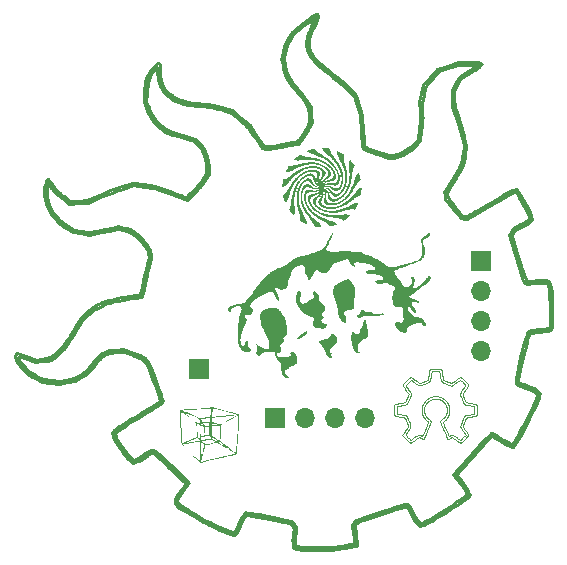
<source format=gbr>
%TF.GenerationSoftware,KiCad,Pcbnew,7.0.8*%
%TF.CreationDate,2024-03-19T09:57:53+01:00*%
%TF.ProjectId,CO2Y-brkout,434f3259-2d62-4726-9b6f-75742e6b6963,rev?*%
%TF.SameCoordinates,Original*%
%TF.FileFunction,Soldermask,Bot*%
%TF.FilePolarity,Negative*%
%FSLAX46Y46*%
G04 Gerber Fmt 4.6, Leading zero omitted, Abs format (unit mm)*
G04 Created by KiCad (PCBNEW 7.0.8) date 2024-03-19 09:57:53*
%MOMM*%
%LPD*%
G01*
G04 APERTURE LIST*
%ADD10C,0.034999*%
%ADD11C,0.000000*%
%ADD12C,0.257979*%
%ADD13R,1.700000X1.700000*%
%ADD14O,1.700000X1.700000*%
G04 APERTURE END LIST*
D10*
X150884757Y-88213621D02*
X150884725Y-88213589D01*
X150951199Y-88279593D02*
X150884757Y-88213621D01*
X151014309Y-88341140D02*
X150951199Y-88279593D01*
X151072627Y-88396913D02*
X151014309Y-88341140D01*
X151124691Y-88445567D02*
X151072627Y-88396913D01*
X151169037Y-88485753D02*
X151124691Y-88445567D01*
X151187860Y-88502250D02*
X151169037Y-88485753D01*
X151204206Y-88516126D02*
X151187860Y-88502250D01*
X151217892Y-88527211D02*
X151204206Y-88516126D01*
X151228734Y-88535337D02*
X151217892Y-88527211D01*
X151236552Y-88540336D02*
X151228734Y-88535337D01*
X151239269Y-88541611D02*
X151236552Y-88540336D01*
X151241161Y-88542040D02*
X151239269Y-88541611D01*
X151244660Y-88541606D02*
X151241161Y-88542040D01*
X151249220Y-88540331D02*
X151244660Y-88541606D01*
X151254769Y-88538260D02*
X151249220Y-88540331D01*
X151261234Y-88535434D02*
X151254769Y-88538260D01*
X151276617Y-88527691D02*
X151261234Y-88535434D01*
X151294785Y-88517446D02*
X151276617Y-88527691D01*
X151315153Y-88505042D02*
X151294785Y-88517446D01*
X151337138Y-88490821D02*
X151315153Y-88505042D01*
X151360156Y-88475128D02*
X151337138Y-88490821D01*
X151383620Y-88458305D02*
X151360156Y-88475128D01*
X151446673Y-88413195D02*
X151383620Y-88458305D01*
X151534144Y-88352268D02*
X151446673Y-88413195D01*
X151634468Y-88283510D02*
X151534144Y-88352268D01*
X151736082Y-88214908D02*
X151634468Y-88283510D01*
X151974635Y-88055252D02*
X151736082Y-88214908D01*
X152121512Y-88134581D02*
X151974635Y-88055252D01*
X152151897Y-88150515D02*
X152121512Y-88134581D01*
X152181946Y-88165381D02*
X152151897Y-88150515D01*
X152210881Y-88178853D02*
X152181946Y-88165381D01*
X152237921Y-88190606D02*
X152210881Y-88178853D01*
X152250486Y-88195735D02*
X152237921Y-88190606D01*
X152262286Y-88200313D02*
X152250486Y-88195735D01*
X152273223Y-88204298D02*
X152262286Y-88200313D01*
X152283199Y-88207650D02*
X152273223Y-88204298D01*
X152292116Y-88210327D02*
X152283199Y-88207650D01*
X152299878Y-88212291D02*
X152292116Y-88210327D01*
X152306387Y-88213498D02*
X152299878Y-88212291D01*
X152311545Y-88213910D02*
X152306387Y-88213498D01*
X152331362Y-88211418D02*
X152311545Y-88213910D01*
X152341061Y-88206369D02*
X152331362Y-88211418D01*
X152351428Y-88197066D02*
X152341061Y-88206369D01*
X152363071Y-88182218D02*
X152351428Y-88197066D01*
X152376595Y-88160537D02*
X152363071Y-88182218D01*
X152411711Y-88091518D02*
X152376595Y-88160537D01*
X152461629Y-87979691D02*
X152411711Y-88091518D01*
X152531197Y-87814743D02*
X152461629Y-87979691D01*
X152748690Y-87284217D02*
X152531197Y-87814743D01*
X152793419Y-87175469D02*
X152748690Y-87284217D01*
X152825768Y-87098285D02*
X152793419Y-87175469D01*
X152841875Y-87059184D02*
X152825768Y-87098285D01*
X152861477Y-87009061D02*
X152841875Y-87059184D01*
X152905005Y-86892628D02*
X152861477Y-87009061D01*
X152944039Y-86782745D02*
X152905005Y-86892628D01*
X152958022Y-86740810D02*
X152944039Y-86782745D01*
X152966262Y-86713171D02*
X152958022Y-86740810D01*
X152967605Y-86706227D02*
X152966262Y-86713171D01*
X152968003Y-86699360D02*
X152967605Y-86706227D01*
X152967364Y-86692469D02*
X152968003Y-86699360D01*
X152965596Y-86685451D02*
X152967364Y-86692469D01*
X152962606Y-86678204D02*
X152965596Y-86685451D01*
X152958304Y-86670628D02*
X152962606Y-86678204D01*
X152952596Y-86662619D02*
X152958304Y-86670628D01*
X152945392Y-86654075D02*
X152952596Y-86662619D01*
X152936598Y-86644896D02*
X152945392Y-86654075D01*
X152926124Y-86634979D02*
X152936598Y-86644896D01*
X152913876Y-86624222D02*
X152926124Y-86634979D01*
X152899764Y-86612523D02*
X152913876Y-86624222D01*
X152883695Y-86599781D02*
X152899764Y-86612523D01*
X152865576Y-86585893D02*
X152883695Y-86599781D01*
X152822825Y-86554273D02*
X152865576Y-86585893D01*
X152778781Y-86520936D02*
X152822825Y-86554273D01*
X152737412Y-86486906D02*
X152778781Y-86520936D01*
X152698655Y-86452082D02*
X152737412Y-86486906D01*
X152662449Y-86416367D02*
X152698655Y-86452082D01*
X152628732Y-86379659D02*
X152662449Y-86416367D01*
X152597442Y-86341860D02*
X152628732Y-86379659D01*
X152568517Y-86302871D02*
X152597442Y-86341860D01*
X152541896Y-86262592D02*
X152568517Y-86302871D01*
X152517516Y-86220925D02*
X152541896Y-86262592D01*
X152495317Y-86177768D02*
X152517516Y-86220925D01*
X152475235Y-86133024D02*
X152495317Y-86177768D01*
X152457209Y-86086593D02*
X152475235Y-86133024D01*
X152441178Y-86038376D02*
X152457209Y-86086593D01*
X152427079Y-85988273D02*
X152441178Y-86038376D01*
X152414851Y-85936184D02*
X152427079Y-85988273D01*
X152404431Y-85882012D02*
X152414851Y-85936184D01*
X152396965Y-85835818D02*
X152404431Y-85882012D01*
X152394110Y-85815128D02*
X152396965Y-85835818D01*
X152391851Y-85795685D02*
X152394110Y-85815128D01*
X152390197Y-85777220D02*
X152391851Y-85795685D01*
X152389156Y-85759466D02*
X152390197Y-85777220D01*
X152388736Y-85742155D02*
X152389156Y-85759466D01*
X152388944Y-85725019D02*
X152388736Y-85742155D01*
X152389790Y-85707789D02*
X152388944Y-85725019D01*
X152391282Y-85690198D02*
X152389790Y-85707789D01*
X152393427Y-85671978D02*
X152391282Y-85690198D01*
X152396234Y-85652861D02*
X152393427Y-85671978D01*
X152399711Y-85632578D02*
X152396234Y-85652861D01*
X152403866Y-85610862D02*
X152399711Y-85632578D01*
X152414245Y-85562058D02*
X152403866Y-85610862D01*
X152427937Y-85506912D02*
X152414245Y-85562058D01*
X152444086Y-85453469D02*
X152427937Y-85506912D01*
X152462671Y-85401756D02*
X152444086Y-85453469D01*
X152483671Y-85351801D02*
X152462671Y-85401756D01*
X152507065Y-85303633D02*
X152483671Y-85351801D01*
X152532830Y-85257279D02*
X152507065Y-85303633D01*
X152560946Y-85212767D02*
X152532830Y-85257279D01*
X152591391Y-85170127D02*
X152560946Y-85212767D01*
X152624145Y-85129385D02*
X152591391Y-85170127D01*
X152659185Y-85090571D02*
X152624145Y-85129385D01*
X152696491Y-85053711D02*
X152659185Y-85090571D01*
X152736041Y-85018835D02*
X152696491Y-85053711D01*
X152777813Y-84985970D02*
X152736041Y-85018835D01*
X152821788Y-84955145D02*
X152777813Y-84985970D01*
X152867942Y-84926387D02*
X152821788Y-84955145D01*
X152916256Y-84899725D02*
X152867942Y-84926387D01*
X152978724Y-84870003D02*
X152916256Y-84899725D01*
X153041776Y-84845173D02*
X152978724Y-84870003D01*
X153105233Y-84825121D02*
X153041776Y-84845173D01*
X153168920Y-84809732D02*
X153105233Y-84825121D01*
X153232657Y-84798891D02*
X153168920Y-84809732D01*
X153296268Y-84792484D02*
X153232657Y-84798891D01*
X153359575Y-84790398D02*
X153296268Y-84792484D01*
X153422401Y-84792517D02*
X153359575Y-84790398D01*
X153484568Y-84798727D02*
X153422401Y-84792517D01*
X153545900Y-84808914D02*
X153484568Y-84798727D01*
X153606218Y-84822963D02*
X153545900Y-84808914D01*
X153665346Y-84840761D02*
X153606218Y-84822963D01*
X153723105Y-84862192D02*
X153665346Y-84840761D01*
X153779319Y-84887142D02*
X153723105Y-84862192D01*
X153833809Y-84915497D02*
X153779319Y-84887142D01*
X153886400Y-84947143D02*
X153833809Y-84915497D01*
X153936912Y-84981965D02*
X153886400Y-84947143D01*
X153985169Y-85019849D02*
X153936912Y-84981965D01*
X154030994Y-85060680D02*
X153985169Y-85019849D01*
X154074209Y-85104344D02*
X154030994Y-85060680D01*
X154114636Y-85150727D02*
X154074209Y-85104344D01*
X154152098Y-85199715D02*
X154114636Y-85150727D01*
X154186418Y-85251192D02*
X154152098Y-85199715D01*
X154217418Y-85305044D02*
X154186418Y-85251192D01*
X154244921Y-85361158D02*
X154217418Y-85305044D01*
X154268750Y-85419419D02*
X154244921Y-85361158D01*
X154288727Y-85479712D02*
X154268750Y-85419419D01*
X154304674Y-85541923D02*
X154288727Y-85479712D01*
X154316415Y-85605938D02*
X154304674Y-85541923D01*
X154323771Y-85671642D02*
X154316415Y-85605938D01*
X154326566Y-85738921D02*
X154323771Y-85671642D01*
X154324622Y-85807660D02*
X154326566Y-85738921D01*
X154321878Y-85842486D02*
X154324622Y-85807660D01*
X154318028Y-85878590D02*
X154321878Y-85842486D01*
X154313248Y-85914924D02*
X154318028Y-85878590D01*
X154307715Y-85950438D02*
X154313248Y-85914924D01*
X154301605Y-85984086D02*
X154307715Y-85950438D01*
X154295096Y-86014817D02*
X154301605Y-85984086D01*
X154288364Y-86041585D02*
X154295096Y-86014817D01*
X154284969Y-86053155D02*
X154288364Y-86041585D01*
X154281585Y-86063340D02*
X154284969Y-86053155D01*
X154271989Y-86088234D02*
X154281585Y-86063340D01*
X154260639Y-86114206D02*
X154271989Y-86088234D01*
X154247689Y-86141031D02*
X154260639Y-86114206D01*
X154233293Y-86168486D02*
X154247689Y-86141031D01*
X154217605Y-86196347D02*
X154233293Y-86168486D01*
X154200780Y-86224391D02*
X154217605Y-86196347D01*
X154182972Y-86252394D02*
X154200780Y-86224391D01*
X154164335Y-86280132D02*
X154182972Y-86252394D01*
X154145024Y-86307382D02*
X154164335Y-86280132D01*
X154125193Y-86333921D02*
X154145024Y-86307382D01*
X154104997Y-86359524D02*
X154125193Y-86333921D01*
X154084589Y-86383967D02*
X154104997Y-86359524D01*
X154064124Y-86407028D02*
X154084589Y-86383967D01*
X154043757Y-86428483D02*
X154064124Y-86407028D01*
X154023641Y-86448107D02*
X154043757Y-86428483D01*
X154003931Y-86465678D02*
X154023641Y-86448107D01*
X153915401Y-86541170D02*
X154003931Y-86465678D01*
X153826616Y-86617628D02*
X153915401Y-86541170D01*
X153737650Y-86694783D02*
X153826616Y-86617628D01*
X153827932Y-86923878D02*
X153737650Y-86694783D01*
X153867164Y-87021939D02*
X153827932Y-86923878D01*
X153907244Y-87119585D02*
X153867164Y-87021939D01*
X153943473Y-87205510D02*
X153907244Y-87119585D01*
X153971151Y-87268409D02*
X153943473Y-87205510D01*
X153981783Y-87291828D02*
X153971151Y-87268409D01*
X153991703Y-87314105D02*
X153981783Y-87291828D01*
X154000692Y-87334715D02*
X153991703Y-87314105D01*
X154008534Y-87353135D02*
X154000692Y-87334715D01*
X154015011Y-87368840D02*
X154008534Y-87353135D01*
X154019907Y-87381307D02*
X154015011Y-87368840D01*
X154023003Y-87390012D02*
X154019907Y-87381307D01*
X154023809Y-87392790D02*
X154023003Y-87390012D01*
X154024084Y-87394430D02*
X154023809Y-87392790D01*
X154024299Y-87395989D02*
X154024084Y-87394430D01*
X154024932Y-87398448D02*
X154024299Y-87395989D01*
X154027363Y-87405852D02*
X154024932Y-87398448D01*
X154031207Y-87416221D02*
X154027363Y-87405852D01*
X154036293Y-87429131D02*
X154031207Y-87416221D01*
X154049509Y-87460887D02*
X154036293Y-87429131D01*
X154065649Y-87497739D02*
X154049509Y-87460887D01*
X154091886Y-87558316D02*
X154065649Y-87497739D01*
X154132595Y-87654705D02*
X154091886Y-87558316D01*
X154235181Y-87901871D02*
X154132595Y-87654705D01*
X154284178Y-88020184D02*
X154235181Y-87901871D01*
X154304685Y-88067493D02*
X154284178Y-88020184D01*
X154323255Y-88107380D02*
X154304685Y-88067493D01*
X154331984Y-88124652D02*
X154323255Y-88107380D01*
X154340432Y-88140203D02*
X154331984Y-88124652D01*
X154348668Y-88154077D02*
X154340432Y-88140203D01*
X154356760Y-88166320D02*
X154348668Y-88154077D01*
X154364774Y-88176975D02*
X154356760Y-88166320D01*
X154372781Y-88186088D02*
X154364774Y-88176975D01*
X154380846Y-88193703D02*
X154372781Y-88186088D01*
X154389038Y-88199865D02*
X154380846Y-88193703D01*
X154397426Y-88204619D02*
X154389038Y-88199865D01*
X154406076Y-88208009D02*
X154397426Y-88204619D01*
X154415058Y-88210080D02*
X154406076Y-88208009D01*
X154424438Y-88210878D02*
X154415058Y-88210080D01*
X154434285Y-88210446D02*
X154424438Y-88210878D01*
X154444667Y-88208829D02*
X154434285Y-88210446D01*
X154455651Y-88206072D02*
X154444667Y-88208829D01*
X154467306Y-88202220D02*
X154455651Y-88206072D01*
X154479699Y-88197318D02*
X154467306Y-88202220D01*
X154492899Y-88191409D02*
X154479699Y-88197318D01*
X154521989Y-88176754D02*
X154492899Y-88191409D01*
X154555119Y-88158613D02*
X154521989Y-88176754D01*
X154592833Y-88137342D02*
X154555119Y-88158613D01*
X154620378Y-88121871D02*
X154592833Y-88137342D01*
X154644960Y-88108348D02*
X154620378Y-88121871D01*
X154666840Y-88096728D02*
X154644960Y-88108348D01*
X154676849Y-88091618D02*
X154666840Y-88096728D01*
X154686279Y-88086968D02*
X154676849Y-88091618D01*
X154695165Y-88082772D02*
X154686279Y-88086968D01*
X154703537Y-88079026D02*
X154695165Y-88082772D01*
X154711430Y-88075723D02*
X154703537Y-88079026D01*
X154718874Y-88072858D02*
X154711430Y-88075723D01*
X154725904Y-88070425D02*
X154718874Y-88072858D01*
X154732551Y-88068421D02*
X154725904Y-88070425D01*
X154738848Y-88066838D02*
X154732551Y-88068421D01*
X154744827Y-88065671D02*
X154738848Y-88066838D01*
X154750522Y-88064916D02*
X154744827Y-88065671D01*
X154755964Y-88064567D02*
X154750522Y-88064916D01*
X154761186Y-88064618D02*
X154755964Y-88064567D01*
X154766220Y-88065064D02*
X154761186Y-88064618D01*
X154771100Y-88065900D02*
X154766220Y-88065064D01*
X154775858Y-88067120D02*
X154771100Y-88065900D01*
X154780525Y-88068718D02*
X154775858Y-88067120D01*
X154785136Y-88070691D02*
X154780525Y-88068718D01*
X154789722Y-88073031D02*
X154785136Y-88070691D01*
X154794315Y-88075734D02*
X154789722Y-88073031D01*
X154798949Y-88078794D02*
X154794315Y-88075734D01*
X154803656Y-88082205D02*
X154798949Y-88078794D01*
X154808469Y-88085964D02*
X154803656Y-88082205D01*
X154813419Y-88090063D02*
X154808469Y-88085964D01*
X154823864Y-88099264D02*
X154813419Y-88090063D01*
X154837071Y-88110101D02*
X154823864Y-88099264D01*
X154858454Y-88126225D02*
X154837071Y-88110101D01*
X154921285Y-88171201D02*
X154858454Y-88126225D01*
X155003429Y-88227930D02*
X154921285Y-88171201D01*
X155095958Y-88290147D02*
X155003429Y-88227930D01*
X155186005Y-88350333D02*
X155095958Y-88290147D01*
X155261387Y-88401534D02*
X155186005Y-88350333D01*
X155291112Y-88422070D02*
X155261387Y-88401534D01*
X155314211Y-88438328D02*
X155291112Y-88422070D01*
X155329697Y-88449630D02*
X155314211Y-88438328D01*
X155334277Y-88453211D02*
X155329697Y-88449630D01*
X155336583Y-88455299D02*
X155334277Y-88453211D01*
X155342001Y-88460995D02*
X155336583Y-88455299D01*
X155348883Y-88467252D02*
X155342001Y-88460995D01*
X155357018Y-88473944D02*
X155348883Y-88467252D01*
X155366193Y-88480941D02*
X155357018Y-88473944D01*
X155376195Y-88488116D02*
X155366193Y-88480941D01*
X155386812Y-88495339D02*
X155376195Y-88488116D01*
X155397833Y-88502483D02*
X155386812Y-88495339D01*
X155409044Y-88509419D02*
X155397833Y-88502483D01*
X155420234Y-88516020D02*
X155409044Y-88509419D01*
X155431189Y-88522157D02*
X155420234Y-88516020D01*
X155441699Y-88527701D02*
X155431189Y-88522157D01*
X155451550Y-88532525D02*
X155441699Y-88527701D01*
X155460531Y-88536500D02*
X155451550Y-88532525D01*
X155468428Y-88539498D02*
X155460531Y-88536500D01*
X155475030Y-88541391D02*
X155468428Y-88539498D01*
X155477779Y-88541883D02*
X155475030Y-88541391D01*
X155480124Y-88542051D02*
X155477779Y-88541883D01*
X155485519Y-88540211D02*
X155480124Y-88542051D01*
X155494129Y-88534843D02*
X155485519Y-88540211D01*
X155520106Y-88514432D02*
X155494129Y-88534843D01*
X155556278Y-88482635D02*
X155520106Y-88514432D01*
X155600870Y-88441272D02*
X155556278Y-88482635D01*
X155708203Y-88337118D02*
X155600870Y-88441272D01*
X155827893Y-88216518D02*
X155708203Y-88337118D01*
X155945727Y-88094018D02*
X155827893Y-88216518D01*
X156047491Y-87984165D02*
X155945727Y-88094018D01*
X156087905Y-87938527D02*
X156047491Y-87984165D01*
X156118972Y-87901506D02*
X156087905Y-87938527D01*
X156138916Y-87874920D02*
X156118972Y-87901506D01*
X156144160Y-87866109D02*
X156138916Y-87874920D01*
X156145958Y-87860588D02*
X156144160Y-87866109D01*
X156145690Y-87856492D02*
X156145958Y-87860588D01*
X156144905Y-87851881D02*
X156145690Y-87856492D01*
X156143627Y-87846807D02*
X156144905Y-87851881D01*
X156141885Y-87841320D02*
X156143627Y-87846807D01*
X156139705Y-87835471D02*
X156141885Y-87841320D01*
X156137112Y-87829310D02*
X156139705Y-87835471D01*
X156134134Y-87822888D02*
X156137112Y-87829310D01*
X156130797Y-87816255D02*
X156134134Y-87822888D01*
X156127127Y-87809463D02*
X156130797Y-87816255D01*
X156123151Y-87802561D02*
X156127127Y-87809463D01*
X156118895Y-87795601D02*
X156123151Y-87802561D01*
X156114386Y-87788634D02*
X156118895Y-87795601D01*
X156109650Y-87781709D02*
X156114386Y-87788634D01*
X156104714Y-87774877D02*
X156109650Y-87781709D01*
X156099604Y-87768189D02*
X156104714Y-87774877D01*
X156094347Y-87761697D02*
X156099604Y-87768189D01*
X156083245Y-87747935D02*
X156094347Y-87761697D01*
X156071465Y-87732510D02*
X156083245Y-87747935D01*
X156059367Y-87715942D02*
X156071465Y-87732510D01*
X156047311Y-87698754D02*
X156059367Y-87715942D01*
X156035656Y-87681467D02*
X156047311Y-87698754D01*
X156024762Y-87664603D02*
X156035656Y-87681467D01*
X156014988Y-87648685D02*
X156024762Y-87664603D01*
X156006694Y-87634233D02*
X156014988Y-87648685D01*
X155987996Y-87602725D02*
X156006694Y-87634233D01*
X155960291Y-87559393D02*
X155987996Y-87602725D01*
X155925591Y-87507157D02*
X155960291Y-87559393D01*
X155885906Y-87448937D02*
X155925591Y-87507157D01*
X155799633Y-87326222D02*
X155885906Y-87448937D01*
X155757067Y-87267565D02*
X155799633Y-87326222D01*
X155717564Y-87214603D02*
X155757067Y-87267565D01*
X155705992Y-87199115D02*
X155717564Y-87214603D01*
X155695968Y-87184987D02*
X155705992Y-87199115D01*
X155687495Y-87171935D02*
X155695968Y-87184987D01*
X155680574Y-87159676D02*
X155687495Y-87171935D01*
X155677696Y-87153755D02*
X155680574Y-87159676D01*
X155675208Y-87147927D02*
X155677696Y-87153755D01*
X155673108Y-87142154D02*
X155675208Y-87147927D01*
X155671398Y-87136403D02*
X155673108Y-87142154D01*
X155670078Y-87130638D02*
X155671398Y-87136403D01*
X155669147Y-87124822D02*
X155670078Y-87130638D01*
X155668607Y-87118922D02*
X155669147Y-87124822D01*
X155668457Y-87112901D02*
X155668607Y-87118922D01*
X155668698Y-87106723D02*
X155668457Y-87112901D01*
X155669331Y-87100355D02*
X155668698Y-87106723D01*
X155670354Y-87093759D02*
X155669331Y-87100355D01*
X155671769Y-87086901D02*
X155670354Y-87093759D01*
X155675774Y-87072257D02*
X155671769Y-87086901D01*
X155681349Y-87056138D02*
X155675774Y-87072257D01*
X155688496Y-87038261D02*
X155681349Y-87056138D01*
X155697216Y-87018343D02*
X155688496Y-87038261D01*
X155707511Y-86996100D02*
X155697216Y-87018343D01*
X155719385Y-86971249D02*
X155707511Y-86996100D01*
X155730371Y-86948087D02*
X155719385Y-86971249D01*
X155740619Y-86925748D02*
X155730371Y-86948087D01*
X155749907Y-86904771D02*
X155740619Y-86925748D01*
X155758009Y-86885697D02*
X155749907Y-86904771D01*
X155764701Y-86869064D02*
X155758009Y-86885697D01*
X155769759Y-86855413D02*
X155764701Y-86869064D01*
X155771605Y-86849874D02*
X155769759Y-86855413D01*
X155772959Y-86845283D02*
X155771605Y-86849874D01*
X155773791Y-86841707D02*
X155772959Y-86845283D01*
X155774075Y-86839214D02*
X155773791Y-86841707D01*
X155775819Y-86831295D02*
X155774075Y-86839214D01*
X155780818Y-86815855D02*
X155775819Y-86831295D01*
X155788722Y-86793806D02*
X155780818Y-86815855D01*
X155799179Y-86766064D02*
X155788722Y-86793806D01*
X155826354Y-86697151D02*
X155799179Y-86766064D01*
X155859538Y-86616426D02*
X155826354Y-86697151D01*
X155887560Y-86550041D02*
X155859538Y-86616426D01*
X155899360Y-86522947D02*
X155887560Y-86550041D01*
X155910020Y-86499490D02*
X155899360Y-86522947D01*
X155919790Y-86479353D02*
X155910020Y-86499490D01*
X155924419Y-86470428D02*
X155919790Y-86479353D01*
X155928920Y-86462213D02*
X155924419Y-86470428D01*
X155933323Y-86454667D02*
X155928920Y-86462213D01*
X155937659Y-86447751D02*
X155933323Y-86454667D01*
X155941961Y-86441424D02*
X155937659Y-86447751D01*
X155946258Y-86435647D02*
X155941961Y-86441424D01*
X155950583Y-86430379D02*
X155946258Y-86435647D01*
X155954967Y-86425581D02*
X155950583Y-86430379D01*
X155959441Y-86421212D02*
X155954967Y-86425581D01*
X155964036Y-86417232D02*
X155959441Y-86421212D01*
X155968783Y-86413602D02*
X155964036Y-86417232D01*
X155973714Y-86410281D02*
X155968783Y-86413602D01*
X155978860Y-86407229D02*
X155973714Y-86410281D01*
X155984253Y-86404407D02*
X155978860Y-86407229D01*
X155989923Y-86401774D02*
X155984253Y-86404407D01*
X155995901Y-86399290D02*
X155989923Y-86401774D01*
X156008910Y-86394610D02*
X155995901Y-86399290D01*
X156023528Y-86390047D02*
X156008910Y-86394610D01*
X156040006Y-86385281D02*
X156023528Y-86390047D01*
X156087718Y-86373458D02*
X156040006Y-86385281D01*
X156160552Y-86357559D02*
X156087718Y-86373458D01*
X156353833Y-86318865D02*
X156160552Y-86357559D01*
X156564342Y-86279880D02*
X156353833Y-86318865D01*
X156736575Y-86251280D02*
X156564342Y-86279880D01*
X156780280Y-86244104D02*
X156736575Y-86251280D01*
X156797919Y-86239505D02*
X156780280Y-86244104D01*
X156813015Y-86233231D02*
X156797919Y-86239505D01*
X156825764Y-86224530D02*
X156813015Y-86233231D01*
X156831321Y-86219034D02*
X156825764Y-86224530D01*
X156836366Y-86212649D02*
X156831321Y-86219034D01*
X156845018Y-86196839D02*
X156836366Y-86212649D01*
X156851917Y-86176347D02*
X156845018Y-86196839D01*
X156857264Y-86150423D02*
X156851917Y-86176347D01*
X156861254Y-86118313D02*
X156857264Y-86150423D01*
X156864087Y-86079268D02*
X156861254Y-86118313D01*
X156865961Y-86032535D02*
X156864087Y-86079268D01*
X156867623Y-85913001D02*
X156865961Y-86032535D01*
X156867825Y-85753699D02*
X156867623Y-85913001D01*
X156867581Y-85586047D02*
X156867825Y-85753699D01*
X156866823Y-85518418D02*
X156867581Y-85586047D01*
X156865240Y-85460514D02*
X156866823Y-85518418D01*
X156864045Y-85434958D02*
X156865240Y-85460514D01*
X156862531Y-85411531D02*
X156864045Y-85434958D01*
X156860660Y-85390134D02*
X156862531Y-85411531D01*
X156858393Y-85370665D02*
X156860660Y-85390134D01*
X156855695Y-85353024D02*
X156858393Y-85370665D01*
X156852527Y-85337111D02*
X156855695Y-85353024D01*
X156848850Y-85322825D02*
X156852527Y-85337111D01*
X156844629Y-85310065D02*
X156848850Y-85322825D01*
X156839824Y-85298731D02*
X156844629Y-85310065D01*
X156834399Y-85288722D02*
X156839824Y-85298731D01*
X156828316Y-85279938D02*
X156834399Y-85288722D01*
X156821536Y-85272278D02*
X156828316Y-85279938D01*
X156814023Y-85265642D02*
X156821536Y-85272278D01*
X156805738Y-85259929D02*
X156814023Y-85265642D01*
X156796644Y-85255039D02*
X156805738Y-85259929D01*
X156786704Y-85250870D02*
X156796644Y-85255039D01*
X156775879Y-85247323D02*
X156786704Y-85250870D01*
X156764132Y-85244297D02*
X156775879Y-85247323D01*
X156751425Y-85241692D02*
X156764132Y-85244297D01*
X156737721Y-85239406D02*
X156751425Y-85241692D01*
X156707171Y-85235391D02*
X156737721Y-85239406D01*
X156672178Y-85231449D02*
X156707171Y-85235391D01*
X156643990Y-85227879D02*
X156672178Y-85231449D01*
X156609445Y-85222836D02*
X156643990Y-85227879D01*
X156526669Y-85209267D02*
X156609445Y-85222836D01*
X156434616Y-85192614D02*
X156526669Y-85209267D01*
X156344053Y-85174748D02*
X156434616Y-85192614D01*
X156255119Y-85156534D02*
X156344053Y-85174748D01*
X156167501Y-85139022D02*
X156255119Y-85156534D01*
X156091290Y-85124201D02*
X156167501Y-85139022D01*
X156036575Y-85114058D02*
X156091290Y-85124201D01*
X156017813Y-85110484D02*
X156036575Y-85114058D01*
X156000868Y-85106504D02*
X156017813Y-85110484D01*
X155985481Y-85101788D02*
X156000868Y-85106504D01*
X155971396Y-85096005D02*
X155985481Y-85101788D01*
X155958353Y-85088822D02*
X155971396Y-85096005D01*
X155946096Y-85079908D02*
X155958353Y-85088822D01*
X155934366Y-85068931D02*
X155946096Y-85079908D01*
X155922907Y-85055560D02*
X155934366Y-85068931D01*
X155911460Y-85039464D02*
X155922907Y-85055560D01*
X155899767Y-85020310D02*
X155911460Y-85039464D01*
X155887571Y-84997767D02*
X155899767Y-85020310D01*
X155874613Y-84971504D02*
X155887571Y-84997767D01*
X155860637Y-84941190D02*
X155874613Y-84971504D01*
X155845385Y-84906491D02*
X155860637Y-84941190D01*
X155810020Y-84822618D02*
X155845385Y-84906491D01*
X155790341Y-84776879D02*
X155810020Y-84822618D01*
X155766782Y-84724630D02*
X155790341Y-84776879D01*
X155742303Y-84672319D02*
X155766782Y-84724630D01*
X155719860Y-84626394D02*
X155742303Y-84672319D01*
X155704994Y-84596265D02*
X155719860Y-84626394D01*
X155692031Y-84568599D02*
X155704994Y-84596265D01*
X155680960Y-84543161D02*
X155692031Y-84568599D01*
X155671769Y-84519714D02*
X155680960Y-84543161D01*
X155667875Y-84508665D02*
X155671769Y-84519714D01*
X155664446Y-84498025D02*
X155667875Y-84508665D01*
X155661482Y-84487765D02*
X155664446Y-84498025D01*
X155658979Y-84477857D02*
X155661482Y-84487765D01*
X155656938Y-84468270D02*
X155658979Y-84477857D01*
X155655357Y-84458975D02*
X155656938Y-84468270D01*
X155654233Y-84449943D02*
X155655357Y-84458975D01*
X155653566Y-84441144D02*
X155654233Y-84449943D01*
X155653354Y-84432549D02*
X155653566Y-84441144D01*
X155653596Y-84424129D02*
X155653354Y-84432549D01*
X155654290Y-84415853D02*
X155653596Y-84424129D01*
X155655435Y-84407694D02*
X155654290Y-84415853D01*
X155657029Y-84399621D02*
X155655435Y-84407694D01*
X155659070Y-84391604D02*
X155657029Y-84399621D01*
X155661558Y-84383615D02*
X155659070Y-84391604D01*
X155664491Y-84375624D02*
X155661558Y-84383615D01*
X155667866Y-84367602D02*
X155664491Y-84375624D01*
X155671684Y-84359519D02*
X155667866Y-84367602D01*
X155675941Y-84351345D02*
X155671684Y-84359519D01*
X155680638Y-84343052D02*
X155675941Y-84351345D01*
X155691342Y-84325990D02*
X155680638Y-84343052D01*
X155703782Y-84308096D02*
X155691342Y-84325990D01*
X155774978Y-84207800D02*
X155703782Y-84308096D01*
X155849568Y-84099433D02*
X155774978Y-84207800D01*
X155923581Y-83989141D02*
X155849568Y-84099433D01*
X155993043Y-83883070D02*
X155923581Y-83989141D01*
X156053984Y-83787367D02*
X155993043Y-83883070D01*
X156102431Y-83708178D02*
X156053984Y-83787367D01*
X156134412Y-83651649D02*
X156102431Y-83708178D01*
X156142987Y-83633802D02*
X156134412Y-83651649D01*
X156145955Y-83623926D02*
X156142987Y-83633802D01*
X156144169Y-83617921D02*
X156145955Y-83623926D01*
X156138954Y-83608812D02*
X156144169Y-83617921D01*
X156119121Y-83582148D02*
X156138954Y-83608812D01*
X156088208Y-83545661D02*
X156119121Y-83582148D01*
X156047970Y-83501081D02*
X156088208Y-83545661D01*
X155946536Y-83394550D02*
X156047970Y-83501081D01*
X155828847Y-83276384D02*
X155946536Y-83394550D01*
X155708936Y-83160408D02*
X155828847Y-83276384D01*
X155600833Y-83060449D02*
X155708936Y-83160408D01*
X155555594Y-83020796D02*
X155600833Y-83060449D01*
X155518569Y-82990334D02*
X155555594Y-83020796D01*
X155491511Y-82970788D02*
X155518569Y-82990334D01*
X155482268Y-82965650D02*
X155491511Y-82970788D01*
X155476175Y-82963889D02*
X155482268Y-82965650D01*
X155472154Y-82964044D02*
X155476175Y-82963889D01*
X155467895Y-82964500D02*
X155472154Y-82964044D01*
X155463434Y-82965240D02*
X155467895Y-82964500D01*
X155458807Y-82966249D02*
X155463434Y-82965240D01*
X155454053Y-82967513D02*
X155458807Y-82966249D01*
X155449209Y-82969016D02*
X155454053Y-82967513D01*
X155444311Y-82970742D02*
X155449209Y-82969016D01*
X155439396Y-82972676D02*
X155444311Y-82970742D01*
X155434501Y-82974803D02*
X155439396Y-82972676D01*
X155429665Y-82977108D02*
X155434501Y-82974803D01*
X155424922Y-82979575D02*
X155429665Y-82977108D01*
X155420312Y-82982189D02*
X155424922Y-82979575D01*
X155415870Y-82984934D02*
X155420312Y-82982189D01*
X155411634Y-82987796D02*
X155415870Y-82984934D01*
X155407641Y-82990759D02*
X155411634Y-82987796D01*
X155403928Y-82993807D02*
X155407641Y-82990759D01*
X155363290Y-83023854D02*
X155403928Y-82993807D01*
X155278170Y-83083544D02*
X155363290Y-83023854D01*
X155161025Y-83164231D02*
X155278170Y-83083544D01*
X155024312Y-83257274D02*
X155161025Y-83164231D01*
X154679231Y-83490817D02*
X155024312Y-83257274D01*
X154466500Y-83400161D02*
X154679231Y-83490817D01*
X154423320Y-83381599D02*
X154466500Y-83400161D01*
X154382175Y-83363605D02*
X154423320Y-83381599D01*
X154344025Y-83346622D02*
X154382175Y-83363605D01*
X154309833Y-83331093D02*
X154344025Y-83346622D01*
X154280562Y-83317458D02*
X154309833Y-83331093D01*
X154257174Y-83306160D02*
X154280562Y-83317458D01*
X154240630Y-83297642D02*
X154257174Y-83306160D01*
X154235226Y-83294564D02*
X154240630Y-83297642D01*
X154231894Y-83292345D02*
X154235226Y-83294564D01*
X154229292Y-83290518D02*
X154231894Y-83292345D01*
X154226033Y-83288585D02*
X154229292Y-83290518D01*
X154222163Y-83286564D02*
X154226033Y-83288585D01*
X154217731Y-83284470D02*
X154222163Y-83286564D01*
X154207372Y-83280135D02*
X154217731Y-83284470D01*
X154195341Y-83275713D02*
X154207372Y-83280135D01*
X154182022Y-83271337D02*
X154195341Y-83275713D01*
X154167800Y-83267140D02*
X154182022Y-83271337D01*
X154153058Y-83263257D02*
X154167800Y-83267140D01*
X154138182Y-83259821D02*
X154153058Y-83263257D01*
X154120900Y-83255517D02*
X154138182Y-83259821D01*
X154105043Y-83250203D02*
X154120900Y-83255517D01*
X154090516Y-83243709D02*
X154105043Y-83250203D01*
X154077226Y-83235866D02*
X154090516Y-83243709D01*
X154065078Y-83226504D02*
X154077226Y-83235866D01*
X154053979Y-83215453D02*
X154065078Y-83226504D01*
X154043834Y-83202546D02*
X154053979Y-83215453D01*
X154034549Y-83187611D02*
X154043834Y-83202546D01*
X154026031Y-83170479D02*
X154034549Y-83187611D01*
X154018184Y-83150982D02*
X154026031Y-83170479D01*
X154010915Y-83128949D02*
X154018184Y-83150982D01*
X154004130Y-83104211D02*
X154010915Y-83128949D01*
X153997735Y-83076599D02*
X154004130Y-83104211D01*
X153991635Y-83045943D02*
X153997735Y-83076599D01*
X153985737Y-83012073D02*
X153991635Y-83045943D01*
X153979947Y-82974821D02*
X153985737Y-83012073D01*
X153974345Y-82938893D02*
X153979947Y-82974821D01*
X153968343Y-82903876D02*
X153974345Y-82938893D01*
X153962127Y-82870643D02*
X153968343Y-82903876D01*
X153955884Y-82840070D02*
X153962127Y-82870643D01*
X153949802Y-82813029D02*
X153955884Y-82840070D01*
X153944066Y-82790395D02*
X153949802Y-82813029D01*
X153941387Y-82781003D02*
X153944066Y-82790395D01*
X153938864Y-82773040D02*
X153941387Y-82781003D01*
X153936522Y-82766616D02*
X153938864Y-82773040D01*
X153934383Y-82761839D02*
X153936522Y-82766616D01*
X153932379Y-82757656D02*
X153934383Y-82761839D01*
X153930431Y-82752975D02*
X153932379Y-82757656D01*
X153928550Y-82747846D02*
X153930431Y-82752975D01*
X153926745Y-82742320D02*
X153928550Y-82747846D01*
X153925026Y-82736448D02*
X153926745Y-82742320D01*
X153923404Y-82730279D02*
X153925026Y-82736448D01*
X153921888Y-82723865D02*
X153923404Y-82730279D01*
X153920489Y-82717255D02*
X153921888Y-82723865D01*
X153918082Y-82703651D02*
X153920489Y-82717255D01*
X153916264Y-82689872D02*
X153918082Y-82703651D01*
X153915600Y-82683043D02*
X153916264Y-82689872D01*
X153915114Y-82676321D02*
X153915600Y-82683043D01*
X153914815Y-82669757D02*
X153915114Y-82676321D01*
X153914714Y-82663402D02*
X153914815Y-82669757D01*
X153913937Y-82647791D02*
X153914714Y-82663402D01*
X153911705Y-82626522D02*
X153913937Y-82647791D01*
X153908175Y-82600540D02*
X153911705Y-82626522D01*
X153903505Y-82570791D02*
X153908175Y-82600540D01*
X153897850Y-82538219D02*
X153903505Y-82570791D01*
X153891366Y-82503768D02*
X153897850Y-82538219D01*
X153884212Y-82468385D02*
X153891366Y-82503768D01*
X153876542Y-82433015D02*
X153884212Y-82468385D01*
X153838357Y-82263078D02*
X153876542Y-82433015D01*
X153358560Y-82268958D02*
X153838357Y-82263078D01*
X152878762Y-82274838D02*
X153358560Y-82268958D01*
X152860255Y-82340463D02*
X152878762Y-82274838D01*
X152856493Y-82355325D02*
X152860255Y-82340463D01*
X152852903Y-82372440D02*
X152856493Y-82355325D01*
X152849570Y-82391199D02*
X152852903Y-82372440D01*
X152846577Y-82410996D02*
X152849570Y-82391199D01*
X152844010Y-82431224D02*
X152846577Y-82410996D01*
X152841952Y-82451276D02*
X152844010Y-82431224D01*
X152840488Y-82470545D02*
X152841952Y-82451276D01*
X152839701Y-82488423D02*
X152840488Y-82470545D01*
X152839391Y-82496874D02*
X152839701Y-82488423D01*
X152838889Y-82505211D02*
X152839391Y-82496874D01*
X152838207Y-82513388D02*
X152838889Y-82505211D01*
X152837357Y-82521354D02*
X152838207Y-82513388D01*
X152836348Y-82529063D02*
X152837357Y-82521354D01*
X152835192Y-82536464D02*
X152836348Y-82529063D01*
X152833901Y-82543509D02*
X152835192Y-82536464D01*
X152832486Y-82550151D02*
X152833901Y-82543509D01*
X152830957Y-82556340D02*
X152832486Y-82550151D01*
X152829325Y-82562027D02*
X152830957Y-82556340D01*
X152827602Y-82567165D02*
X152829325Y-82562027D01*
X152825799Y-82571704D02*
X152827602Y-82567165D01*
X152823927Y-82575596D02*
X152825799Y-82571704D01*
X152822969Y-82577284D02*
X152823927Y-82575596D01*
X152821997Y-82578792D02*
X152822969Y-82577284D01*
X152821014Y-82580114D02*
X152821997Y-82578792D01*
X152820021Y-82581244D02*
X152821014Y-82580114D01*
X152819018Y-82582176D02*
X152820021Y-82581244D01*
X152818008Y-82582903D02*
X152819018Y-82582176D01*
X152817017Y-82583549D02*
X152818008Y-82582903D01*
X152816067Y-82584234D02*
X152817017Y-82583549D01*
X152815160Y-82584956D02*
X152816067Y-82584234D01*
X152814295Y-82585713D02*
X152815160Y-82584956D01*
X152813473Y-82586503D02*
X152814295Y-82585713D01*
X152812696Y-82587324D02*
X152813473Y-82586503D01*
X152811962Y-82588174D02*
X152812696Y-82587324D01*
X152811274Y-82589052D02*
X152811962Y-82588174D01*
X152810630Y-82589955D02*
X152811274Y-82589052D01*
X152810033Y-82590881D02*
X152810630Y-82589955D01*
X152809482Y-82591829D02*
X152810033Y-82590881D01*
X152808978Y-82592796D02*
X152809482Y-82591829D01*
X152808522Y-82593780D02*
X152808978Y-82592796D01*
X152808114Y-82594780D02*
X152808522Y-82593780D01*
X152807754Y-82595794D02*
X152808114Y-82594780D01*
X152807443Y-82596820D02*
X152807754Y-82595794D01*
X152807182Y-82597855D02*
X152807443Y-82596820D01*
X152806972Y-82598898D02*
X152807182Y-82597855D01*
X152806812Y-82599947D02*
X152806972Y-82598898D01*
X152806703Y-82600999D02*
X152806812Y-82599947D01*
X152806646Y-82602054D02*
X152806703Y-82600999D01*
X152806642Y-82603109D02*
X152806646Y-82602054D01*
X152806690Y-82604161D02*
X152806642Y-82603109D01*
X152806792Y-82605210D02*
X152806690Y-82604161D01*
X152806948Y-82606253D02*
X152806792Y-82605210D01*
X152807158Y-82607288D02*
X152806948Y-82606253D01*
X152807423Y-82608314D02*
X152807158Y-82607288D01*
X152807744Y-82609328D02*
X152807423Y-82608314D01*
X152808121Y-82610328D02*
X152807744Y-82609328D01*
X152808555Y-82611312D02*
X152808121Y-82610328D01*
X152809045Y-82612279D02*
X152808555Y-82611312D01*
X152809594Y-82613227D02*
X152809045Y-82612279D01*
X152810445Y-82616480D02*
X152809594Y-82613227D01*
X152810697Y-82622392D02*
X152810445Y-82616480D01*
X152809496Y-82641602D02*
X152810697Y-82622392D01*
X152806178Y-82669673D02*
X152809496Y-82641602D01*
X152800928Y-82705423D02*
X152806178Y-82669673D01*
X152793931Y-82747669D02*
X152800928Y-82705423D01*
X152785374Y-82795229D02*
X152793931Y-82747669D01*
X152775441Y-82846920D02*
X152785374Y-82795229D01*
X152764319Y-82901559D02*
X152775441Y-82846920D01*
X152756079Y-82940446D02*
X152764319Y-82901559D01*
X152748325Y-82975918D02*
X152756079Y-82940446D01*
X152740991Y-83008167D02*
X152748325Y-82975918D01*
X152734010Y-83037384D02*
X152740991Y-83008167D01*
X152727317Y-83063759D02*
X152734010Y-83037384D01*
X152720845Y-83087483D02*
X152727317Y-83063759D01*
X152714529Y-83108748D02*
X152720845Y-83087483D01*
X152708303Y-83127743D02*
X152714529Y-83108748D01*
X152702100Y-83144661D02*
X152708303Y-83127743D01*
X152695854Y-83159691D02*
X152702100Y-83144661D01*
X152689499Y-83173026D02*
X152695854Y-83159691D01*
X152686261Y-83179116D02*
X152689499Y-83173026D01*
X152682970Y-83184854D02*
X152686261Y-83179116D01*
X152679619Y-83190264D02*
X152682970Y-83184854D01*
X152676200Y-83195368D02*
X152679619Y-83190264D01*
X152672704Y-83200192D02*
X152676200Y-83195368D01*
X152669123Y-83204758D02*
X152672704Y-83200192D01*
X152665448Y-83209092D02*
X152669123Y-83204758D01*
X152661672Y-83213216D02*
X152665448Y-83209092D01*
X152653783Y-83220931D02*
X152661672Y-83213216D01*
X152648114Y-83225945D02*
X152653783Y-83220931D01*
X152642280Y-83230819D02*
X152648114Y-83225945D01*
X152636324Y-83235526D02*
X152642280Y-83230819D01*
X152630290Y-83240042D02*
X152636324Y-83235526D01*
X152624223Y-83244342D02*
X152630290Y-83240042D01*
X152618166Y-83248401D02*
X152624223Y-83244342D01*
X152612164Y-83252193D02*
X152618166Y-83248401D01*
X152606260Y-83255692D02*
X152612164Y-83252193D01*
X152600499Y-83258875D02*
X152606260Y-83255692D01*
X152594925Y-83261715D02*
X152600499Y-83258875D01*
X152589581Y-83264187D02*
X152594925Y-83261715D01*
X152584513Y-83266266D02*
X152589581Y-83264187D01*
X152579763Y-83267928D02*
X152584513Y-83266266D01*
X152575376Y-83269145D02*
X152579763Y-83267928D01*
X152571395Y-83269895D02*
X152575376Y-83269145D01*
X152569572Y-83270086D02*
X152571395Y-83269895D01*
X152567866Y-83270150D02*
X152569572Y-83270086D01*
X152564420Y-83270262D02*
X152567866Y-83270150D01*
X152560684Y-83270589D02*
X152564420Y-83270262D01*
X152556694Y-83271122D02*
X152560684Y-83270589D01*
X152552486Y-83271849D02*
X152556694Y-83271122D01*
X152548095Y-83272758D02*
X152552486Y-83271849D01*
X152543557Y-83273840D02*
X152548095Y-83272758D01*
X152538908Y-83275082D02*
X152543557Y-83273840D01*
X152534184Y-83276475D02*
X152538908Y-83275082D01*
X152529421Y-83278006D02*
X152534184Y-83276475D01*
X152524655Y-83279664D02*
X152529421Y-83278006D01*
X152519921Y-83281440D02*
X152524655Y-83279664D01*
X152515256Y-83283321D02*
X152519921Y-83281440D01*
X152510694Y-83285297D02*
X152515256Y-83283321D01*
X152506273Y-83287357D02*
X152510694Y-83285297D01*
X152502027Y-83289489D02*
X152506273Y-83287357D01*
X152497993Y-83291683D02*
X152502027Y-83289489D01*
X152464053Y-83309354D02*
X152497993Y-83291683D01*
X152415504Y-83332607D02*
X152464053Y-83309354D01*
X152357319Y-83359267D02*
X152415504Y-83332607D01*
X152294470Y-83387159D02*
X152357319Y-83359267D01*
X152231931Y-83414106D02*
X152294470Y-83387159D01*
X152174675Y-83437936D02*
X152231931Y-83414106D01*
X152127675Y-83456471D02*
X152174675Y-83437936D01*
X152095904Y-83467538D02*
X152127675Y-83456471D01*
X152088413Y-83469552D02*
X152095904Y-83467538D01*
X152081054Y-83471150D02*
X152088413Y-83469552D01*
X152073810Y-83472329D02*
X152081054Y-83471150D01*
X152066668Y-83473088D02*
X152073810Y-83472329D01*
X152059612Y-83473423D02*
X152066668Y-83473088D01*
X152052627Y-83473333D02*
X152059612Y-83473423D01*
X152045698Y-83472813D02*
X152052627Y-83473333D01*
X152038810Y-83471863D02*
X152045698Y-83472813D01*
X152031948Y-83470479D02*
X152038810Y-83471863D01*
X152025097Y-83468658D02*
X152031948Y-83470479D01*
X152018242Y-83466399D02*
X152025097Y-83468658D01*
X152011368Y-83463699D02*
X152018242Y-83466399D01*
X152004460Y-83460555D02*
X152011368Y-83463699D01*
X151997502Y-83456965D02*
X152004460Y-83460555D01*
X151990481Y-83452925D02*
X151997502Y-83456965D01*
X151983380Y-83448434D02*
X151990481Y-83452925D01*
X151787723Y-83318259D02*
X151983380Y-83448434D01*
X151611289Y-83199005D02*
X151787723Y-83318259D01*
X151469936Y-83101489D02*
X151611289Y-83199005D01*
X151417370Y-83064263D02*
X151469936Y-83101489D01*
X151379519Y-83036526D02*
X151417370Y-83064263D01*
X151369542Y-83029129D02*
X151379519Y-83036526D01*
X151359479Y-83021938D02*
X151369542Y-83029129D01*
X151349400Y-83014992D02*
X151359479Y-83021938D01*
X151339370Y-83008328D02*
X151349400Y-83014992D01*
X151329458Y-83001983D02*
X151339370Y-83008328D01*
X151319732Y-82995994D02*
X151329458Y-83001983D01*
X151310258Y-82990399D02*
X151319732Y-82995994D01*
X151301106Y-82985235D02*
X151310258Y-82990399D01*
X151292342Y-82980539D02*
X151301106Y-82985235D01*
X151284034Y-82976348D02*
X151292342Y-82980539D01*
X151276249Y-82972699D02*
X151284034Y-82976348D01*
X151269056Y-82969631D02*
X151276249Y-82972699D01*
X151262522Y-82967180D02*
X151269056Y-82969631D01*
X151256715Y-82965382D02*
X151262522Y-82967180D01*
X151251702Y-82964277D02*
X151256715Y-82965382D01*
X151249514Y-82963995D02*
X151251702Y-82964277D01*
X151247551Y-82963900D02*
X151249514Y-82963995D01*
X151242194Y-82965666D02*
X151247551Y-82963900D01*
X151233621Y-82970819D02*
X151242194Y-82965666D01*
X151207709Y-82990423D02*
X151233621Y-82970819D01*
X151171574Y-83020982D02*
X151207709Y-82990423D01*
X151126977Y-83060766D02*
X151171574Y-83020982D01*
X151019433Y-83161085D02*
X151126977Y-83060766D01*
X150899154Y-83277540D02*
X151019433Y-83161085D01*
X150780218Y-83396288D02*
X150899154Y-83277540D01*
X150676703Y-83503489D02*
X150780218Y-83396288D01*
X150635128Y-83548433D02*
X150676703Y-83503489D01*
X150602687Y-83585299D02*
X150635128Y-83548433D01*
X150581141Y-83612357D02*
X150602687Y-83585299D01*
X150575003Y-83621668D02*
X150581141Y-83612357D01*
X150572248Y-83627878D02*
X150575003Y-83621668D01*
X150571853Y-83631280D02*
X150572248Y-83627878D01*
X150571996Y-83635229D02*
X150571853Y-83631280D01*
X150572655Y-83639677D02*
X150571996Y-83635229D01*
X150573805Y-83644576D02*
X150572655Y-83639677D01*
X150575425Y-83649878D02*
X150573805Y-83644576D01*
X150577490Y-83655536D02*
X150575425Y-83649878D01*
X150579978Y-83661501D02*
X150577490Y-83655536D01*
X150582865Y-83667726D02*
X150579978Y-83661501D01*
X150586128Y-83674163D02*
X150582865Y-83667726D01*
X150589743Y-83680764D02*
X150586128Y-83674163D01*
X150593689Y-83687481D02*
X150589743Y-83680764D01*
X150597940Y-83694267D02*
X150593689Y-83687481D01*
X150602475Y-83701074D02*
X150597940Y-83694267D01*
X150607269Y-83707853D02*
X150602475Y-83701074D01*
X150612300Y-83714558D02*
X150607269Y-83707853D01*
X150617544Y-83721140D02*
X150612300Y-83714558D01*
X150630459Y-83737604D02*
X150617544Y-83721140D01*
X150647355Y-83760301D02*
X150630459Y-83737604D01*
X150690225Y-83820305D02*
X150647355Y-83760301D01*
X150740421Y-83892978D02*
X150690225Y-83820305D01*
X150792213Y-83970150D02*
X150740421Y-83892978D01*
X150904646Y-84138627D02*
X150792213Y-83970150D01*
X150958819Y-84218801D02*
X150904646Y-84138627D01*
X151002434Y-84282595D02*
X150958819Y-84218801D01*
X151089793Y-84409097D02*
X151002434Y-84282595D01*
X151045469Y-84523220D02*
X151089793Y-84409097D01*
X151035989Y-84547258D02*
X151045469Y-84523220D01*
X151026031Y-84571841D02*
X151035989Y-84547258D01*
X151015892Y-84596276D02*
X151026031Y-84571841D01*
X151005870Y-84619871D02*
X151015892Y-84596276D01*
X150996262Y-84641935D02*
X151005870Y-84619871D01*
X150987367Y-84661777D02*
X150996262Y-84641935D01*
X150979481Y-84678704D02*
X150987367Y-84661777D01*
X150972904Y-84692025D02*
X150979481Y-84678704D01*
X150965801Y-84706464D02*
X150972904Y-84692025D01*
X150956413Y-84726610D02*
X150965801Y-84706464D01*
X150932391Y-84780350D02*
X150956413Y-84726610D01*
X150904061Y-84845900D02*
X150932391Y-84780350D01*
X150874648Y-84915912D02*
X150904061Y-84845900D01*
X150849583Y-84978801D02*
X150874648Y-84915912D01*
X150839258Y-85003747D02*
X150849583Y-84978801D01*
X150829057Y-85025040D02*
X150839258Y-85003747D01*
X150817968Y-85043188D02*
X150829057Y-85025040D01*
X150804981Y-85058698D02*
X150817968Y-85043188D01*
X150789085Y-85072080D02*
X150804981Y-85058698D01*
X150769269Y-85083841D02*
X150789085Y-85072080D01*
X150744523Y-85094490D02*
X150769269Y-85083841D01*
X150713835Y-85104536D02*
X150744523Y-85094490D01*
X150676195Y-85114487D02*
X150713835Y-85104536D01*
X150630592Y-85124850D02*
X150676195Y-85114487D01*
X150348331Y-85180602D02*
X150630592Y-85124850D01*
X150287760Y-85192327D02*
X150348331Y-85180602D01*
X150229124Y-85203295D02*
X150287760Y-85192327D01*
X150173858Y-85213264D02*
X150229124Y-85203295D01*
X150123399Y-85221990D02*
X150173858Y-85213264D01*
X150079180Y-85229230D02*
X150123399Y-85221990D01*
X150042639Y-85234743D02*
X150079180Y-85229230D01*
X150015211Y-85238283D02*
X150042639Y-85234743D01*
X149998331Y-85239610D02*
X150015211Y-85238283D01*
X149992637Y-85239827D02*
X149998331Y-85239610D01*
X149986712Y-85240335D02*
X149992637Y-85239827D01*
X149980604Y-85241119D02*
X149986712Y-85240335D01*
X149974361Y-85242163D02*
X149980604Y-85241119D01*
X149968031Y-85243452D02*
X149974361Y-85242163D01*
X149961659Y-85244971D02*
X149968031Y-85243452D01*
X149955293Y-85246703D02*
X149961659Y-85244971D01*
X149948982Y-85248634D02*
X149955293Y-85246703D01*
X149942771Y-85250748D02*
X149948982Y-85248634D01*
X149936709Y-85253029D02*
X149942771Y-85250748D01*
X149930842Y-85255461D02*
X149936709Y-85253029D01*
X149925218Y-85258031D02*
X149930842Y-85255461D01*
X149919884Y-85260721D02*
X149925218Y-85258031D01*
X149914888Y-85263517D02*
X149919884Y-85260721D01*
X149910277Y-85266402D02*
X149914888Y-85263517D01*
X149906097Y-85269362D02*
X149910277Y-85266402D01*
X149900015Y-85274601D02*
X149906097Y-85269362D01*
X149894606Y-85280883D02*
X149900015Y-85274601D01*
X149889829Y-85288690D02*
X149894606Y-85280883D01*
X149885647Y-85298500D02*
X149889829Y-85288690D01*
X149882021Y-85310795D02*
X149885647Y-85298500D01*
X149878913Y-85326053D02*
X149882021Y-85310795D01*
X149874095Y-85367380D02*
X149878913Y-85326053D01*
X149870884Y-85426323D02*
X149874095Y-85367380D01*
X149868972Y-85506720D02*
X149870884Y-85426323D01*
X149867813Y-85747237D02*
X149868972Y-85506720D01*
X149868156Y-85862385D02*
X149867813Y-85747237D01*
X149869232Y-85958947D02*
X149868156Y-85862385D01*
X149870068Y-86000647D02*
X149869232Y-85958947D01*
X149871115Y-86038166D02*
X149870068Y-86000647D01*
X149872381Y-86071661D02*
X149871115Y-86038166D01*
X149873876Y-86101287D02*
X149872381Y-86071661D01*
X149875609Y-86127199D02*
X149873876Y-86101287D01*
X149877588Y-86149552D02*
X149875609Y-86127199D01*
X149879824Y-86168503D02*
X149877588Y-86149552D01*
X149882324Y-86184206D02*
X149879824Y-86168503D01*
X149885098Y-86196817D02*
X149882324Y-86184206D01*
X149886590Y-86202011D02*
X149885098Y-86196817D01*
X149888155Y-86206491D02*
X149886590Y-86202011D01*
X149889792Y-86210275D02*
X149888155Y-86206491D01*
X149891504Y-86213384D02*
X149889792Y-86210275D01*
X149893291Y-86215836D02*
X149891504Y-86213384D01*
X149895154Y-86217651D02*
X149893291Y-86215836D01*
X149898393Y-86219923D02*
X149895154Y-86217651D01*
X149902433Y-86222266D02*
X149898393Y-86219923D01*
X149907213Y-86224662D02*
X149902433Y-86222266D01*
X149912676Y-86227094D02*
X149907213Y-86224662D01*
X149918761Y-86229542D02*
X149912676Y-86227094D01*
X149925411Y-86231990D02*
X149918761Y-86229542D01*
X149940169Y-86236812D02*
X149925411Y-86231990D01*
X149956478Y-86241418D02*
X149940169Y-86236812D01*
X149973866Y-86245665D02*
X149956478Y-86241418D01*
X149991863Y-86249409D02*
X149973866Y-86245665D01*
X150009998Y-86252509D02*
X149991863Y-86249409D01*
X150060370Y-86261133D02*
X150009998Y-86252509D01*
X150132839Y-86274830D02*
X150060370Y-86261133D01*
X150217716Y-86291717D02*
X150132839Y-86274830D01*
X150305310Y-86309909D02*
X150217716Y-86291717D01*
X150348289Y-86318785D02*
X150305310Y-86309909D01*
X150390770Y-86327073D02*
X150348289Y-86318785D01*
X150431652Y-86334592D02*
X150390770Y-86327073D01*
X150469835Y-86341160D02*
X150431652Y-86334592D01*
X150504219Y-86346595D02*
X150469835Y-86341160D01*
X150533704Y-86350717D02*
X150504219Y-86346595D01*
X150557190Y-86353342D02*
X150533704Y-86350717D01*
X150566339Y-86354037D02*
X150557190Y-86353342D01*
X150573575Y-86354289D02*
X150566339Y-86354037D01*
X150579988Y-86354434D02*
X150573575Y-86354289D01*
X150586718Y-86354833D02*
X150579988Y-86354434D01*
X150593710Y-86355473D02*
X150586718Y-86354833D01*
X150600909Y-86356341D02*
X150593710Y-86355473D01*
X150608257Y-86357425D02*
X150600909Y-86356341D01*
X150615699Y-86358709D02*
X150608257Y-86357425D01*
X150623179Y-86360183D02*
X150615699Y-86358709D01*
X150630641Y-86361832D02*
X150623179Y-86360183D01*
X150638028Y-86363644D02*
X150630641Y-86361832D01*
X150645286Y-86365605D02*
X150638028Y-86363644D01*
X150652356Y-86367702D02*
X150645286Y-86365605D01*
X150659184Y-86369922D02*
X150652356Y-86367702D01*
X150665714Y-86372252D02*
X150659184Y-86369922D01*
X150671889Y-86374678D02*
X150665714Y-86372252D01*
X150677653Y-86377189D02*
X150671889Y-86374678D01*
X150682950Y-86379769D02*
X150677653Y-86377189D01*
X150704233Y-86390627D02*
X150682950Y-86379769D01*
X150726015Y-86401463D02*
X150704233Y-86390627D01*
X150745741Y-86411025D02*
X150726015Y-86401463D01*
X150760853Y-86418061D02*
X150745741Y-86411025D01*
X150764118Y-86420180D02*
X150760853Y-86418061D01*
X150767904Y-86423799D02*
X150764118Y-86420180D01*
X150772167Y-86428831D02*
X150767904Y-86423799D01*
X150776859Y-86435193D02*
X150772167Y-86428831D01*
X150781936Y-86442799D02*
X150776859Y-86435193D01*
X150787352Y-86451563D02*
X150781936Y-86442799D01*
X150799016Y-86472227D02*
X150787352Y-86451563D01*
X150811487Y-86496503D02*
X150799016Y-86472227D01*
X150824397Y-86523710D02*
X150811487Y-86496503D01*
X150837381Y-86553166D02*
X150824397Y-86523710D01*
X150850073Y-86584191D02*
X150837381Y-86553166D01*
X150877165Y-86651653D02*
X150850073Y-86584191D01*
X150906401Y-86722140D02*
X150877165Y-86651653D01*
X150934264Y-86787296D02*
X150906401Y-86722140D01*
X150957237Y-86838765D02*
X150934264Y-86787296D01*
X150967197Y-86861140D02*
X150957237Y-86838765D01*
X150977521Y-86885874D02*
X150967197Y-86861140D01*
X150987909Y-86912148D02*
X150977521Y-86885874D01*
X150998061Y-86939146D02*
X150987909Y-86912148D01*
X151007678Y-86966048D02*
X150998061Y-86939146D01*
X151016459Y-86992037D02*
X151007678Y-86966048D01*
X151024106Y-87016293D02*
X151016459Y-86992037D01*
X151030317Y-87038000D02*
X151024106Y-87016293D01*
X151034475Y-87053869D02*
X151030317Y-87038000D01*
X151037999Y-87068216D02*
X151034475Y-87053869D01*
X151040867Y-87081231D02*
X151037999Y-87068216D01*
X151043051Y-87093105D02*
X151040867Y-87081231D01*
X151044528Y-87104029D02*
X151043051Y-87093105D01*
X151045272Y-87114194D02*
X151044528Y-87104029D01*
X151045361Y-87119051D02*
X151045272Y-87114194D01*
X151045258Y-87123790D02*
X151045361Y-87119051D01*
X151044958Y-87128434D02*
X151045258Y-87123790D01*
X151044460Y-87133008D02*
X151044958Y-87128434D01*
X151043760Y-87137535D02*
X151044460Y-87133008D01*
X151042855Y-87142039D02*
X151043760Y-87137535D01*
X151041741Y-87146544D02*
X151042855Y-87142039D01*
X151040416Y-87151074D02*
X151041741Y-87146544D01*
X151038876Y-87155652D02*
X151040416Y-87151074D01*
X151037118Y-87160303D02*
X151038876Y-87155652D01*
X151032937Y-87169917D02*
X151037118Y-87160303D01*
X151027848Y-87180107D02*
X151032937Y-87169917D01*
X151021824Y-87191063D02*
X151027848Y-87180107D01*
X151014842Y-87202977D02*
X151021824Y-87191063D01*
X151006875Y-87216039D02*
X151014842Y-87202977D01*
X150996398Y-87232712D02*
X151006875Y-87216039D01*
X150985629Y-87249321D02*
X150996398Y-87232712D01*
X150974875Y-87265427D02*
X150985629Y-87249321D01*
X150964443Y-87280591D02*
X150974875Y-87265427D01*
X150954640Y-87294375D02*
X150964443Y-87280591D01*
X150945773Y-87306339D02*
X150954640Y-87294375D01*
X150938149Y-87316045D02*
X150945773Y-87306339D01*
X150934899Y-87319914D02*
X150938149Y-87316045D01*
X150932075Y-87323054D02*
X150934899Y-87319914D01*
X150911291Y-87349451D02*
X150932075Y-87323054D01*
X150875445Y-87399237D02*
X150911291Y-87349451D01*
X150776893Y-87541989D02*
X150875445Y-87399237D01*
X150673069Y-87697326D02*
X150776893Y-87541989D01*
X150630633Y-87762845D02*
X150673069Y-87697326D01*
X150600623Y-87811268D02*
X150630633Y-87762845D01*
X150556873Y-87885176D02*
X150600623Y-87811268D01*
X150884725Y-88213589D02*
X150556873Y-87885176D01*
X151578065Y-88071776D02*
X151578065Y-88071845D01*
X151455889Y-88152407D02*
X151578065Y-88071776D01*
X151354744Y-88218437D02*
X151455889Y-88152407D01*
X151285146Y-88263053D02*
X151354744Y-88218437D01*
X151265465Y-88275200D02*
X151285146Y-88263053D01*
X151259979Y-88278361D02*
X151265465Y-88275200D01*
X151257615Y-88279439D02*
X151259979Y-88278361D01*
X151250482Y-88275340D02*
X151257615Y-88279439D01*
X151236055Y-88263722D02*
X151250482Y-88275340D01*
X151189473Y-88221990D02*
X151236055Y-88263722D01*
X151126174Y-88162368D02*
X151189473Y-88221990D01*
X151054463Y-88092983D02*
X151126174Y-88162368D01*
X150982647Y-88021961D02*
X151054463Y-88092983D01*
X150919032Y-87957427D02*
X150982647Y-88021961D01*
X150871923Y-87907509D02*
X150919032Y-87957427D01*
X150857155Y-87890570D02*
X150871923Y-87907509D01*
X150849627Y-87880332D02*
X150857155Y-87890570D01*
X150847225Y-87874146D02*
X150849627Y-87880332D01*
X150846233Y-87866772D02*
X150847225Y-87874146D01*
X150846751Y-87858023D02*
X150846233Y-87866772D01*
X150848883Y-87847710D02*
X150846751Y-87858023D01*
X150852730Y-87835644D02*
X150848883Y-87847710D01*
X150858394Y-87821638D02*
X150852730Y-87835644D01*
X150865977Y-87805501D02*
X150858394Y-87821638D01*
X150875581Y-87787047D02*
X150865977Y-87805501D01*
X150901261Y-87742430D02*
X150875581Y-87787047D01*
X150936249Y-87686279D02*
X150901261Y-87742430D01*
X150981362Y-87617087D02*
X150936249Y-87686279D01*
X151037415Y-87533344D02*
X150981362Y-87617087D01*
X151124803Y-87402577D02*
X151037415Y-87533344D01*
X151159389Y-87347952D02*
X151124803Y-87402577D01*
X151188038Y-87298769D02*
X151159389Y-87347952D01*
X151210851Y-87253731D02*
X151188038Y-87298769D01*
X151220101Y-87232360D02*
X151210851Y-87253731D01*
X151227930Y-87211539D02*
X151220101Y-87232360D01*
X151234351Y-87191106D02*
X151227930Y-87211539D01*
X151239377Y-87170897D02*
X151234351Y-87191106D01*
X151243021Y-87150751D02*
X151239377Y-87170897D01*
X151245294Y-87130506D02*
X151243021Y-87150751D01*
X151246210Y-87109999D02*
X151245294Y-87130506D01*
X151245781Y-87089068D02*
X151246210Y-87109999D01*
X151244021Y-87067551D02*
X151245781Y-87089068D01*
X151240941Y-87045286D02*
X151244021Y-87067551D01*
X151236555Y-87022110D02*
X151240941Y-87045286D01*
X151230875Y-86997862D02*
X151236555Y-87022110D01*
X151215684Y-86945498D02*
X151230875Y-86997862D01*
X151195470Y-86886897D02*
X151215684Y-86945498D01*
X151170335Y-86820760D02*
X151195470Y-86886897D01*
X151105708Y-86660689D02*
X151170335Y-86820760D01*
X151076003Y-86589552D02*
X151105708Y-86660689D01*
X151046453Y-86521817D02*
X151076003Y-86589552D01*
X151017728Y-86458846D02*
X151046453Y-86521817D01*
X150990498Y-86402000D02*
X151017728Y-86458846D01*
X150965434Y-86352639D02*
X150990498Y-86402000D01*
X150953923Y-86331192D02*
X150965434Y-86352639D01*
X150943205Y-86312126D02*
X150953923Y-86331192D01*
X150933364Y-86295613D02*
X150943205Y-86312126D01*
X150924482Y-86281822D02*
X150933364Y-86295613D01*
X150916645Y-86270924D02*
X150924482Y-86281822D01*
X150909935Y-86263088D02*
X150916645Y-86270924D01*
X150887700Y-86242065D02*
X150909935Y-86263088D01*
X150876000Y-86233000D02*
X150887700Y-86242065D01*
X150862994Y-86224650D02*
X150876000Y-86233000D01*
X150847995Y-86216826D02*
X150862994Y-86224650D01*
X150830312Y-86209343D02*
X150847995Y-86216826D01*
X150809259Y-86202014D02*
X150830312Y-86209343D01*
X150784148Y-86194650D02*
X150809259Y-86202014D01*
X150718993Y-86179071D02*
X150784148Y-86194650D01*
X150629344Y-86161110D02*
X150718993Y-86179071D01*
X150354532Y-86112052D02*
X150629344Y-86161110D01*
X150086563Y-86065434D02*
X150354532Y-86112052D01*
X150086563Y-85750569D02*
X150086563Y-86065434D01*
X150086805Y-85687319D02*
X150086563Y-85750569D01*
X150087500Y-85628312D02*
X150086805Y-85687319D01*
X150088599Y-85574840D02*
X150087500Y-85628312D01*
X150090051Y-85528195D02*
X150088599Y-85574840D01*
X150091809Y-85489668D02*
X150090051Y-85528195D01*
X150093822Y-85460549D02*
X150091809Y-85489668D01*
X150094910Y-85449922D02*
X150093822Y-85460549D01*
X150096043Y-85442131D02*
X150094910Y-85449922D01*
X150097216Y-85437339D02*
X150096043Y-85442131D01*
X150097815Y-85436117D02*
X150097216Y-85437339D01*
X150098422Y-85435705D02*
X150097815Y-85436117D01*
X150135669Y-85429858D02*
X150098422Y-85435705D01*
X150232727Y-85411801D02*
X150135669Y-85429858D01*
X150622500Y-85335975D02*
X150232727Y-85411801D01*
X150726516Y-85314586D02*
X150622500Y-85335975D01*
X150769519Y-85304198D02*
X150726516Y-85314586D01*
X150807437Y-85293162D02*
X150769519Y-85304198D01*
X150840957Y-85280841D02*
X150807437Y-85293162D01*
X150856283Y-85273999D02*
X150840957Y-85280841D01*
X150870768Y-85266596D02*
X150856283Y-85273999D01*
X150884497Y-85258552D02*
X150870768Y-85266596D01*
X150897557Y-85249788D02*
X150884497Y-85258552D01*
X150910034Y-85240224D02*
X150897557Y-85249788D01*
X150922013Y-85229780D02*
X150910034Y-85240224D01*
X150933581Y-85218376D02*
X150922013Y-85229780D01*
X150944824Y-85205933D02*
X150933581Y-85218376D01*
X150955827Y-85192370D02*
X150944824Y-85205933D01*
X150966677Y-85177608D02*
X150955827Y-85192370D01*
X150988261Y-85144168D02*
X150966677Y-85177608D01*
X151010264Y-85104973D02*
X150988261Y-85144168D01*
X151033373Y-85059386D02*
X151010264Y-85104973D01*
X151058278Y-85006769D02*
X151033373Y-85059386D01*
X151116223Y-84877887D02*
X151058278Y-85006769D01*
X151151578Y-84797696D02*
X151116223Y-84877887D01*
X151182560Y-84726036D02*
X151151578Y-84797696D01*
X151209278Y-84662207D02*
X151182560Y-84726036D01*
X151231845Y-84605509D02*
X151209278Y-84662207D01*
X151241605Y-84579615D02*
X151231845Y-84605509D01*
X151250369Y-84555241D02*
X151241605Y-84579615D01*
X151258150Y-84532299D02*
X151250369Y-84555241D01*
X151264962Y-84510702D02*
X151258150Y-84532299D01*
X151270818Y-84490362D02*
X151264962Y-84510702D01*
X151275733Y-84471192D02*
X151270818Y-84490362D01*
X151279721Y-84453103D02*
X151275733Y-84471192D01*
X151282795Y-84436010D02*
X151279721Y-84453103D01*
X151284968Y-84419823D02*
X151282795Y-84436010D01*
X151286256Y-84404455D02*
X151284968Y-84419823D01*
X151286671Y-84389819D02*
X151286256Y-84404455D01*
X151286227Y-84375827D02*
X151286671Y-84389819D01*
X151284939Y-84362392D02*
X151286227Y-84375827D01*
X151282820Y-84349426D02*
X151284939Y-84362392D01*
X151279883Y-84336841D02*
X151282820Y-84349426D01*
X151276143Y-84324551D02*
X151279883Y-84336841D01*
X151271614Y-84312466D02*
X151276143Y-84324551D01*
X151266308Y-84300500D02*
X151271614Y-84312466D01*
X151260241Y-84288566D02*
X151266308Y-84300500D01*
X151253426Y-84276575D02*
X151260241Y-84288566D01*
X151245876Y-84264439D02*
X151253426Y-84276575D01*
X151237606Y-84252073D02*
X151245876Y-84264439D01*
X151218960Y-84226295D02*
X151237606Y-84252073D01*
X151184226Y-84178823D02*
X151218960Y-84226295D01*
X151140618Y-84117355D02*
X151184226Y-84178823D01*
X151039948Y-83971736D02*
X151140618Y-84117355D01*
X150943290Y-83828052D02*
X151039948Y-83971736D01*
X150904695Y-83769002D02*
X150943290Y-83828052D01*
X150876979Y-83724916D02*
X150904695Y-83769002D01*
X150827894Y-83643814D02*
X150876979Y-83724916D01*
X151039399Y-83426335D02*
X150827894Y-83643814D01*
X151250902Y-83208856D02*
X151039399Y-83426335D01*
X151326313Y-83255875D02*
X151250902Y-83208856D01*
X151431472Y-83322339D02*
X151326313Y-83255875D01*
X151479223Y-83353323D02*
X151431472Y-83322339D01*
X151525431Y-83383931D02*
X151479223Y-83353323D01*
X151571355Y-83415005D02*
X151525431Y-83383931D01*
X151618252Y-83447386D02*
X151571355Y-83415005D01*
X151719991Y-83519437D02*
X151618252Y-83447386D01*
X151754940Y-83544199D02*
X151719991Y-83519437D01*
X151787537Y-83566614D02*
X151754940Y-83544199D01*
X151817958Y-83586755D02*
X151787537Y-83566614D01*
X151846378Y-83604695D02*
X151817958Y-83586755D01*
X151872974Y-83620507D02*
X151846378Y-83604695D01*
X151897921Y-83634264D02*
X151872974Y-83620507D01*
X151921397Y-83646039D02*
X151897921Y-83634264D01*
X151943576Y-83655904D02*
X151921397Y-83646039D01*
X151964635Y-83663933D02*
X151943576Y-83655904D01*
X151984750Y-83670198D02*
X151964635Y-83663933D01*
X152004097Y-83674772D02*
X151984750Y-83670198D01*
X152013537Y-83676448D02*
X152004097Y-83674772D01*
X152022851Y-83677729D02*
X152013537Y-83676448D01*
X152032062Y-83678623D02*
X152022851Y-83677729D01*
X152041190Y-83679140D02*
X152032062Y-83678623D01*
X152059289Y-83679079D02*
X152041190Y-83679140D01*
X152077324Y-83677619D02*
X152059289Y-83679079D01*
X152095471Y-83674832D02*
X152077324Y-83677619D01*
X152118065Y-83669177D02*
X152095471Y-83674832D01*
X152149626Y-83659214D02*
X152118065Y-83669177D01*
X152234439Y-83628566D02*
X152149626Y-83659214D01*
X152339475Y-83587295D02*
X152234439Y-83628566D01*
X152454300Y-83539812D02*
X152339475Y-83587295D01*
X152568482Y-83490525D02*
X152454300Y-83539812D01*
X152671586Y-83443842D02*
X152568482Y-83490525D01*
X152753179Y-83404173D02*
X152671586Y-83443842D01*
X152782649Y-83388346D02*
X152753179Y-83404173D01*
X152802827Y-83375925D02*
X152782649Y-83388346D01*
X152808947Y-83371291D02*
X152802827Y-83375925D01*
X152815219Y-83365843D02*
X152808947Y-83371291D01*
X152821597Y-83359650D02*
X152815219Y-83365843D01*
X152828036Y-83352780D02*
X152821597Y-83359650D01*
X152834488Y-83345302D02*
X152828036Y-83352780D01*
X152840908Y-83337283D02*
X152834488Y-83345302D01*
X152847249Y-83328794D02*
X152840908Y-83337283D01*
X152853465Y-83319901D02*
X152847249Y-83328794D01*
X152859509Y-83310673D02*
X152853465Y-83319901D01*
X152865336Y-83301180D02*
X152859509Y-83310673D01*
X152870899Y-83291488D02*
X152865336Y-83301180D01*
X152876151Y-83281667D02*
X152870899Y-83291488D01*
X152881047Y-83271786D02*
X152876151Y-83281667D01*
X152885539Y-83261911D02*
X152881047Y-83271786D01*
X152889583Y-83252113D02*
X152885539Y-83261911D01*
X152893131Y-83242459D02*
X152889583Y-83252113D01*
X152909108Y-83185264D02*
X152893131Y-83242459D01*
X152930405Y-83094481D02*
X152909108Y-83185264D01*
X152954708Y-82981798D02*
X152930405Y-83094481D01*
X152979705Y-82858905D02*
X152954708Y-82981798D01*
X153003081Y-82737489D02*
X152979705Y-82858905D01*
X153022523Y-82629238D02*
X153003081Y-82737489D01*
X153035717Y-82545842D02*
X153022523Y-82629238D01*
X153039248Y-82517116D02*
X153035717Y-82545842D01*
X153040350Y-82498987D02*
X153039248Y-82517116D01*
X153040642Y-82492836D02*
X153040350Y-82498987D01*
X153041966Y-82487375D02*
X153040642Y-82492836D01*
X153044654Y-82482564D02*
X153041966Y-82487375D01*
X153049038Y-82478361D02*
X153044654Y-82482564D01*
X153055449Y-82474726D02*
X153049038Y-82478361D01*
X153064219Y-82471619D02*
X153055449Y-82474726D01*
X153075681Y-82469000D02*
X153064219Y-82471619D01*
X153090165Y-82466829D02*
X153075681Y-82469000D01*
X153108005Y-82465064D02*
X153090165Y-82466829D01*
X153129531Y-82463665D02*
X153108005Y-82465064D01*
X153184971Y-82461805D02*
X153129531Y-82463665D01*
X153259139Y-82460927D02*
X153184971Y-82461805D01*
X153354691Y-82460706D02*
X153259139Y-82460927D01*
X153669704Y-82460706D02*
X153354691Y-82460706D01*
X153692469Y-82564612D02*
X153669704Y-82460706D01*
X153704974Y-82625670D02*
X153692469Y-82564612D01*
X153722190Y-82715105D02*
X153704974Y-82625670D01*
X153761677Y-82931018D02*
X153722190Y-82715105D01*
X153780615Y-83036074D02*
X153761677Y-82931018D01*
X153797847Y-83128073D02*
X153780615Y-83036074D01*
X153811469Y-83197099D02*
X153797847Y-83128073D01*
X153816333Y-83219899D02*
X153811469Y-83197099D01*
X153819582Y-83233236D02*
X153816333Y-83219899D01*
X153821827Y-83240149D02*
X153819582Y-83233236D01*
X153824621Y-83247285D02*
X153821827Y-83240149D01*
X153831760Y-83262127D02*
X153824621Y-83247285D01*
X153840801Y-83277573D02*
X153831760Y-83262127D01*
X153851547Y-83293432D02*
X153840801Y-83277573D01*
X153863801Y-83309515D02*
X153851547Y-83293432D01*
X153877364Y-83325632D02*
X153863801Y-83309515D01*
X153892040Y-83341591D02*
X153877364Y-83325632D01*
X153907630Y-83357203D02*
X153892040Y-83341591D01*
X153923937Y-83372279D02*
X153907630Y-83357203D01*
X153940763Y-83386627D02*
X153923937Y-83372279D01*
X153957911Y-83400058D02*
X153940763Y-83386627D01*
X153975184Y-83412382D02*
X153957911Y-83400058D01*
X153992383Y-83423408D02*
X153975184Y-83412382D01*
X154009311Y-83432946D02*
X153992383Y-83423408D01*
X154025770Y-83440807D02*
X154009311Y-83432946D01*
X154041563Y-83446800D02*
X154025770Y-83440807D01*
X154061038Y-83453552D02*
X154041563Y-83446800D01*
X154085421Y-83462702D02*
X154061038Y-83453552D01*
X154145002Y-83486581D02*
X154085421Y-83462702D01*
X154212482Y-83515207D02*
X154145002Y-83486581D01*
X154280036Y-83545344D02*
X154212482Y-83515207D01*
X154349374Y-83576384D02*
X154280036Y-83545344D01*
X154414566Y-83604022D02*
X154349374Y-83576384D01*
X154474959Y-83628032D02*
X154414566Y-83604022D01*
X154503152Y-83638606D02*
X154474959Y-83628032D01*
X154529903Y-83648187D02*
X154503152Y-83638606D01*
X154555128Y-83656747D02*
X154529903Y-83648187D01*
X154578746Y-83664258D02*
X154555128Y-83656747D01*
X154600677Y-83670691D02*
X154578746Y-83664258D01*
X154620838Y-83676019D02*
X154600677Y-83670691D01*
X154639149Y-83680212D02*
X154620838Y-83676019D01*
X154655527Y-83683242D02*
X154639149Y-83680212D01*
X154669892Y-83685081D02*
X154655527Y-83683242D01*
X154682163Y-83685700D02*
X154669892Y-83685081D01*
X154694562Y-83685097D02*
X154682163Y-83685700D01*
X154707786Y-83683161D02*
X154694562Y-83685097D01*
X154722169Y-83679701D02*
X154707786Y-83683161D01*
X154738045Y-83674526D02*
X154722169Y-83679701D01*
X154755750Y-83667445D02*
X154738045Y-83674526D01*
X154775618Y-83658266D02*
X154755750Y-83667445D01*
X154797985Y-83646800D02*
X154775618Y-83658266D01*
X154823184Y-83632854D02*
X154797985Y-83646800D01*
X154883420Y-83596760D02*
X154823184Y-83632854D01*
X154959006Y-83548457D02*
X154883420Y-83596760D01*
X155052620Y-83486417D02*
X154959006Y-83548457D01*
X155166940Y-83409112D02*
X155052620Y-83486417D01*
X155467630Y-83204493D02*
X155166940Y-83409112D01*
X155675533Y-83412733D02*
X155467630Y-83204493D01*
X155717297Y-83455111D02*
X155675533Y-83412733D01*
X155756258Y-83495705D02*
X155717297Y-83455111D01*
X155791565Y-83533548D02*
X155756258Y-83495705D01*
X155822365Y-83567679D02*
X155791565Y-83533548D01*
X155835808Y-83583050D02*
X155822365Y-83567679D01*
X155847805Y-83597132D02*
X155835808Y-83583050D01*
X155858248Y-83609803D02*
X155847805Y-83597132D01*
X155867032Y-83620943D02*
X155858248Y-83609803D01*
X155874049Y-83630433D02*
X155867032Y-83620943D01*
X155879193Y-83638150D02*
X155874049Y-83630433D01*
X155882358Y-83643975D02*
X155879193Y-83638150D01*
X155883165Y-83646140D02*
X155882358Y-83643975D01*
X155883437Y-83647787D02*
X155883165Y-83646140D01*
X155882557Y-83651805D02*
X155883437Y-83647787D01*
X155879976Y-83658234D02*
X155882557Y-83651805D01*
X155870059Y-83677758D02*
X155879976Y-83658234D01*
X155854381Y-83705235D02*
X155870059Y-83677758D01*
X155833636Y-83739536D02*
X155854381Y-83705235D01*
X155808521Y-83779537D02*
X155833636Y-83739536D01*
X155779731Y-83824111D02*
X155808521Y-83779537D01*
X155747960Y-83872130D02*
X155779731Y-83824111D01*
X155713905Y-83922469D02*
X155747960Y-83872130D01*
X155606629Y-84079904D02*
X155713905Y-83922469D01*
X155564017Y-84144443D02*
X155606629Y-84079904D01*
X155528445Y-84201313D02*
X155564017Y-84144443D01*
X155499681Y-84251853D02*
X155528445Y-84201313D01*
X155487779Y-84275167D02*
X155499681Y-84251853D01*
X155477491Y-84297400D02*
X155487779Y-84275167D01*
X155468789Y-84318720D02*
X155477491Y-84297400D01*
X155461642Y-84339294D02*
X155468789Y-84318720D01*
X155456024Y-84359288D02*
X155461642Y-84339294D01*
X155451903Y-84378871D02*
X155456024Y-84359288D01*
X155449251Y-84398209D02*
X155451903Y-84378871D01*
X155448040Y-84417470D02*
X155449251Y-84398209D01*
X155448239Y-84436821D02*
X155448040Y-84417470D01*
X155449819Y-84456429D02*
X155448239Y-84436821D01*
X155452753Y-84476462D02*
X155449819Y-84456429D01*
X155457009Y-84497087D02*
X155452753Y-84476462D01*
X155462561Y-84518471D02*
X155457009Y-84497087D01*
X155469377Y-84540781D02*
X155462561Y-84518471D01*
X155486689Y-84588850D02*
X155469377Y-84540781D01*
X155508713Y-84642631D02*
X155486689Y-84588850D01*
X155565966Y-84772683D02*
X155508713Y-84642631D01*
X155590353Y-84828087D02*
X155565966Y-84772683D01*
X155613638Y-84881899D02*
X155590353Y-84828087D01*
X155635273Y-84932791D02*
X155613638Y-84881899D01*
X155654711Y-84979434D02*
X155635273Y-84932791D01*
X155671404Y-85020498D02*
X155654711Y-84979434D01*
X155684803Y-85054655D02*
X155671404Y-85020498D01*
X155694360Y-85080576D02*
X155684803Y-85054655D01*
X155699529Y-85096931D02*
X155694360Y-85080576D01*
X155701349Y-85103066D02*
X155699529Y-85096931D01*
X155703785Y-85109483D02*
X155701349Y-85103066D01*
X155706807Y-85116154D02*
X155703785Y-85109483D01*
X155710382Y-85123049D02*
X155706807Y-85116154D01*
X155719075Y-85137402D02*
X155710382Y-85123049D01*
X155729618Y-85152315D02*
X155719075Y-85137402D01*
X155741765Y-85167562D02*
X155729618Y-85152315D01*
X155755273Y-85182916D02*
X155741765Y-85167562D01*
X155769895Y-85198151D02*
X155755273Y-85182916D01*
X155785386Y-85213040D02*
X155769895Y-85198151D01*
X155801501Y-85227356D02*
X155785386Y-85213040D01*
X155817995Y-85240873D02*
X155801501Y-85227356D01*
X155834623Y-85253364D02*
X155817995Y-85240873D01*
X155851139Y-85264603D02*
X155834623Y-85253364D01*
X155867299Y-85274362D02*
X155851139Y-85264603D01*
X155882856Y-85282417D02*
X155867299Y-85274362D01*
X155897566Y-85288539D02*
X155882856Y-85282417D01*
X155904527Y-85290805D02*
X155897566Y-85288539D01*
X155911184Y-85292503D02*
X155904527Y-85290805D01*
X156102189Y-85334854D02*
X155911184Y-85292503D01*
X156173364Y-85350147D02*
X156102189Y-85334854D01*
X156262047Y-85368263D02*
X156173364Y-85350147D01*
X156356934Y-85386929D02*
X156262047Y-85368263D01*
X156446721Y-85403875D02*
X156356934Y-85386929D01*
X156649064Y-85441115D02*
X156446721Y-85403875D01*
X156649064Y-85743360D02*
X156649064Y-85441115D01*
X156648653Y-85804322D02*
X156649064Y-85743360D01*
X156647475Y-85861677D02*
X156648653Y-85804322D01*
X156645612Y-85914137D02*
X156647475Y-85861677D01*
X156643146Y-85960419D02*
X156645612Y-85914137D01*
X156640162Y-85999237D02*
X156643146Y-85960419D01*
X156638500Y-86015445D02*
X156640162Y-85999237D01*
X156636740Y-86029305D02*
X156638500Y-86015445D01*
X156634891Y-86040657D02*
X156636740Y-86029305D01*
X156632964Y-86049339D02*
X156634891Y-86040657D01*
X156630969Y-86055191D02*
X156632964Y-86049339D01*
X156629950Y-86057006D02*
X156630969Y-86055191D01*
X156628917Y-86058053D02*
X156629950Y-86057006D01*
X156617605Y-86061866D02*
X156628917Y-86058053D01*
X156593005Y-86067964D02*
X156617605Y-86061866D01*
X156510117Y-86085748D02*
X156593005Y-86067964D01*
X156392594Y-86108877D02*
X156510117Y-86085748D01*
X156252778Y-86134824D02*
X156392594Y-86108877D01*
X156185739Y-86147140D02*
X156252778Y-86134824D01*
X156125532Y-86158703D02*
X156185739Y-86147140D01*
X156071719Y-86169699D02*
X156125532Y-86158703D01*
X156023859Y-86180313D02*
X156071719Y-86169699D01*
X156002023Y-86185534D02*
X156023859Y-86180313D01*
X155981512Y-86190731D02*
X156002023Y-86185534D01*
X155962268Y-86195924D02*
X155981512Y-86190731D01*
X155944238Y-86201138D02*
X155962268Y-86195924D01*
X155927367Y-86206396D02*
X155944238Y-86201138D01*
X155911599Y-86211720D02*
X155927367Y-86206396D01*
X155896879Y-86217135D02*
X155911599Y-86211720D01*
X155883154Y-86222664D02*
X155896879Y-86217135D01*
X155870366Y-86228328D02*
X155883154Y-86222664D01*
X155858463Y-86234153D02*
X155870366Y-86228328D01*
X155847388Y-86240161D02*
X155858463Y-86234153D01*
X155837087Y-86246375D02*
X155847388Y-86240161D01*
X155827504Y-86252818D02*
X155837087Y-86246375D01*
X155818586Y-86259513D02*
X155827504Y-86252818D01*
X155810276Y-86266485D02*
X155818586Y-86259513D01*
X155802520Y-86273756D02*
X155810276Y-86266485D01*
X155795263Y-86281348D02*
X155802520Y-86273756D01*
X155788450Y-86289286D02*
X155795263Y-86281348D01*
X155782026Y-86297593D02*
X155788450Y-86289286D01*
X155775936Y-86306291D02*
X155782026Y-86297593D01*
X155770125Y-86315405D02*
X155775936Y-86306291D01*
X155764537Y-86324956D02*
X155770125Y-86315405D01*
X155759119Y-86334969D02*
X155764537Y-86324956D01*
X155753816Y-86345467D02*
X155759119Y-86334969D01*
X155710526Y-86439084D02*
X155753816Y-86345467D01*
X155663576Y-86549371D02*
X155710526Y-86439084D01*
X155615873Y-86668451D02*
X155663576Y-86549371D01*
X155570324Y-86788451D02*
X155615873Y-86668451D01*
X155529836Y-86901496D02*
X155570324Y-86788451D01*
X155497316Y-86999710D02*
X155529836Y-86901496D01*
X155484953Y-87040795D02*
X155497316Y-86999710D01*
X155475673Y-87075220D02*
X155484953Y-87040795D01*
X155469838Y-87101999D02*
X155475673Y-87075220D01*
X155467812Y-87120149D02*
X155469838Y-87101999D01*
X155468273Y-87133132D02*
X155467812Y-87120149D01*
X155469762Y-87146419D02*
X155468273Y-87133132D01*
X155472434Y-87160303D02*
X155469762Y-87146419D01*
X155476445Y-87175075D02*
X155472434Y-87160303D01*
X155481953Y-87191029D02*
X155476445Y-87175075D01*
X155489113Y-87208455D02*
X155481953Y-87191029D01*
X155498081Y-87227648D02*
X155489113Y-87208455D01*
X155509015Y-87248898D02*
X155498081Y-87227648D01*
X155537403Y-87298741D02*
X155509015Y-87248898D01*
X155575528Y-87360324D02*
X155537403Y-87298741D01*
X155624640Y-87435985D02*
X155575528Y-87360324D01*
X155685990Y-87528062D02*
X155624640Y-87435985D01*
X155904169Y-87852876D02*
X155685990Y-87528062D01*
X155691868Y-88066157D02*
X155904169Y-87852876D01*
X155648941Y-88109001D02*
X155691868Y-88066157D01*
X155608351Y-88148971D02*
X155648941Y-88109001D01*
X155571025Y-88185191D02*
X155608351Y-88148971D01*
X155537891Y-88216788D02*
X155571025Y-88185191D01*
X155509876Y-88242885D02*
X155537891Y-88216788D01*
X155487907Y-88262610D02*
X155509876Y-88242885D01*
X155479480Y-88269808D02*
X155487907Y-88262610D01*
X155472912Y-88275086D02*
X155479480Y-88269808D01*
X155468319Y-88278332D02*
X155472912Y-88275086D01*
X155466799Y-88279160D02*
X155468319Y-88278332D01*
X155465817Y-88279439D02*
X155466799Y-88279160D01*
X155463203Y-88278616D02*
X155465817Y-88279439D01*
X155458282Y-88276202D02*
X155463203Y-88278616D01*
X155442027Y-88266924D02*
X155458282Y-88276202D01*
X155387419Y-88232849D02*
X155442027Y-88266924D01*
X155310116Y-88182420D02*
X155387419Y-88232849D01*
X155218242Y-88120840D02*
X155310116Y-88182420D01*
X155142967Y-88069944D02*
X155218242Y-88120840D01*
X155076216Y-88025336D02*
X155142967Y-88069944D01*
X155017178Y-87986749D02*
X155076216Y-88025336D01*
X154965043Y-87953917D02*
X155017178Y-87986749D01*
X154941312Y-87939575D02*
X154965043Y-87953917D01*
X154919001Y-87926572D02*
X154941312Y-87939575D01*
X154898012Y-87914875D02*
X154919001Y-87926572D01*
X154878242Y-87904449D02*
X154898012Y-87914875D01*
X154859590Y-87895261D02*
X154878242Y-87904449D01*
X154841955Y-87887279D02*
X154859590Y-87895261D01*
X154825235Y-87880469D02*
X154841955Y-87887279D01*
X154809330Y-87874797D02*
X154825235Y-87880469D01*
X154794137Y-87870231D02*
X154809330Y-87874797D01*
X154779556Y-87866736D02*
X154794137Y-87870231D01*
X154765486Y-87864280D02*
X154779556Y-87866736D01*
X154751825Y-87862829D02*
X154765486Y-87864280D01*
X154738471Y-87862350D02*
X154751825Y-87862829D01*
X154725325Y-87862809D02*
X154738471Y-87862350D01*
X154712283Y-87864174D02*
X154725325Y-87862809D01*
X154699246Y-87866410D02*
X154712283Y-87864174D01*
X154686111Y-87869485D02*
X154699246Y-87866410D01*
X154672778Y-87873365D02*
X154686111Y-87869485D01*
X154659145Y-87878017D02*
X154672778Y-87873365D01*
X154645110Y-87883407D02*
X154659145Y-87878017D01*
X154615434Y-87896270D02*
X154645110Y-87883407D01*
X154582937Y-87911687D02*
X154615434Y-87896270D01*
X154572861Y-87916516D02*
X154582937Y-87911687D01*
X154562991Y-87921120D02*
X154572861Y-87916516D01*
X154553382Y-87925475D02*
X154562991Y-87921120D01*
X154544089Y-87929563D02*
X154553382Y-87925475D01*
X154535165Y-87933361D02*
X154544089Y-87929563D01*
X154526666Y-87936848D02*
X154535165Y-87933361D01*
X154518646Y-87940003D02*
X154526666Y-87936848D01*
X154511159Y-87942805D02*
X154518646Y-87940003D01*
X154504259Y-87945233D02*
X154511159Y-87942805D01*
X154498002Y-87947265D02*
X154504259Y-87945233D01*
X154492440Y-87948882D02*
X154498002Y-87947265D01*
X154487630Y-87950061D02*
X154492440Y-87948882D01*
X154483624Y-87950781D02*
X154487630Y-87950061D01*
X154481940Y-87950962D02*
X154483624Y-87950781D01*
X154480478Y-87951021D02*
X154481940Y-87950962D01*
X154479245Y-87950955D02*
X154480478Y-87951021D01*
X154478247Y-87950761D02*
X154479245Y-87950955D01*
X154477490Y-87950436D02*
X154478247Y-87950761D01*
X154476983Y-87949979D02*
X154477490Y-87950436D01*
X154465834Y-87927604D02*
X154476983Y-87949979D01*
X154444852Y-87879374D02*
X154465834Y-87927604D01*
X154387363Y-87739975D02*
X154444852Y-87879374D01*
X154332467Y-87601022D02*
X154387363Y-87739975D01*
X154314725Y-87553351D02*
X154332467Y-87601022D01*
X154309809Y-87538754D02*
X154314725Y-87553351D01*
X154308112Y-87531758D02*
X154309809Y-87538754D01*
X154307814Y-87529524D02*
X154308112Y-87531758D01*
X154306879Y-87525945D02*
X154307814Y-87529524D01*
X154303223Y-87515068D02*
X154306879Y-87525945D01*
X154297404Y-87499756D02*
X154303223Y-87515068D01*
X154289681Y-87480636D02*
X154297404Y-87499756D01*
X154269556Y-87433483D02*
X154289681Y-87480636D01*
X154244922Y-87378633D02*
X154269556Y-87433483D01*
X154182610Y-87239837D02*
X154244922Y-87378633D01*
X154121520Y-87098037D02*
X154182610Y-87239837D01*
X154066558Y-86964852D02*
X154121520Y-87098037D01*
X154042906Y-86905122D02*
X154066558Y-86964852D01*
X154022626Y-86851903D02*
X154042906Y-86905122D01*
X153983936Y-86747799D02*
X154022626Y-86851903D01*
X154075089Y-86684588D02*
X153983936Y-86747799D01*
X154097691Y-86668548D02*
X154075089Y-86684588D01*
X154119075Y-86652595D02*
X154097691Y-86668548D01*
X154139382Y-86636567D02*
X154119075Y-86652595D01*
X154158750Y-86620307D02*
X154139382Y-86636567D01*
X154177320Y-86603653D02*
X154158750Y-86620307D01*
X154195231Y-86586448D02*
X154177320Y-86603653D01*
X154212623Y-86568530D02*
X154195231Y-86586448D01*
X154229635Y-86549741D02*
X154212623Y-86568530D01*
X154246408Y-86529920D02*
X154229635Y-86549741D01*
X154263080Y-86508909D02*
X154246408Y-86529920D01*
X154279792Y-86486547D02*
X154263080Y-86508909D01*
X154296683Y-86462675D02*
X154279792Y-86486547D01*
X154313893Y-86437133D02*
X154296683Y-86462675D01*
X154331561Y-86409763D02*
X154313893Y-86437133D01*
X154368831Y-86348895D02*
X154331561Y-86409763D01*
X154392110Y-86308585D02*
X154368831Y-86348895D01*
X154413276Y-86269338D02*
X154392110Y-86308585D01*
X154432390Y-86230887D02*
X154413276Y-86269338D01*
X154449515Y-86192964D02*
X154432390Y-86230887D01*
X154464711Y-86155301D02*
X154449515Y-86192964D01*
X154478041Y-86117630D02*
X154464711Y-86155301D01*
X154489566Y-86079683D02*
X154478041Y-86117630D01*
X154499348Y-86041193D02*
X154489566Y-86079683D01*
X154507447Y-86001891D02*
X154499348Y-86041193D01*
X154513926Y-85961511D02*
X154507447Y-86001891D01*
X154518847Y-85919783D02*
X154513926Y-85961511D01*
X154522270Y-85876440D02*
X154518847Y-85919783D01*
X154524257Y-85831215D02*
X154522270Y-85876440D01*
X154524870Y-85783839D02*
X154524257Y-85831215D01*
X154524171Y-85734044D02*
X154524870Y-85783839D01*
X154522221Y-85681564D02*
X154524171Y-85734044D01*
X154518377Y-85609328D02*
X154522221Y-85681564D01*
X154516272Y-85578264D02*
X154518377Y-85609328D01*
X154513924Y-85550023D02*
X154516272Y-85578264D01*
X154511242Y-85524193D02*
X154513924Y-85550023D01*
X154508136Y-85500365D02*
X154511242Y-85524193D01*
X154504513Y-85478129D02*
X154508136Y-85500365D01*
X154500285Y-85457073D02*
X154504513Y-85478129D01*
X154495358Y-85436787D02*
X154500285Y-85457073D01*
X154489643Y-85416861D02*
X154495358Y-85436787D01*
X154483049Y-85396885D02*
X154489643Y-85416861D01*
X154475484Y-85376447D02*
X154483049Y-85396885D01*
X154466859Y-85355139D02*
X154475484Y-85376447D01*
X154457081Y-85332548D02*
X154466859Y-85355139D01*
X154433706Y-85281880D02*
X154457081Y-85332548D01*
X154413000Y-85239364D02*
X154433706Y-85281880D01*
X154392146Y-85199074D02*
X154413000Y-85239364D01*
X154371016Y-85160861D02*
X154392146Y-85199074D01*
X154349484Y-85124573D02*
X154371016Y-85160861D01*
X154327422Y-85090061D02*
X154349484Y-85124573D01*
X154304703Y-85057173D02*
X154327422Y-85090061D01*
X154281199Y-85025758D02*
X154304703Y-85057173D01*
X154256783Y-84995666D02*
X154281199Y-85025758D01*
X154231328Y-84966747D02*
X154256783Y-84995666D01*
X154204706Y-84938850D02*
X154231328Y-84966747D01*
X154176791Y-84911824D02*
X154204706Y-84938850D01*
X154147455Y-84885518D02*
X154176791Y-84911824D01*
X154116570Y-84859782D02*
X154147455Y-84885518D01*
X154084009Y-84834465D02*
X154116570Y-84859782D01*
X154049646Y-84809417D02*
X154084009Y-84834465D01*
X154013352Y-84784486D02*
X154049646Y-84809417D01*
X153970485Y-84756417D02*
X154013352Y-84784486D01*
X153929883Y-84731117D02*
X153970485Y-84756417D01*
X153891092Y-84708455D02*
X153929883Y-84731117D01*
X153853661Y-84688301D02*
X153891092Y-84708455D01*
X153817137Y-84670527D02*
X153853661Y-84688301D01*
X153781068Y-84655002D02*
X153817137Y-84670527D01*
X153745003Y-84641596D02*
X153781068Y-84655002D01*
X153708488Y-84630179D02*
X153745003Y-84641596D01*
X153671072Y-84620623D02*
X153708488Y-84630179D01*
X153632302Y-84612797D02*
X153671072Y-84620623D01*
X153591726Y-84606571D02*
X153632302Y-84612797D01*
X153548892Y-84601816D02*
X153591726Y-84606571D01*
X153503348Y-84598402D02*
X153548892Y-84601816D01*
X153454642Y-84596198D02*
X153503348Y-84598402D01*
X153402320Y-84595077D02*
X153454642Y-84596198D01*
X153345932Y-84594906D02*
X153402320Y-84595077D01*
X153295574Y-84595579D02*
X153345932Y-84594906D01*
X153248548Y-84597097D02*
X153295574Y-84595579D01*
X153204501Y-84599556D02*
X153248548Y-84597097D01*
X153163077Y-84603056D02*
X153204501Y-84599556D01*
X153123926Y-84607692D02*
X153163077Y-84603056D01*
X153086691Y-84613563D02*
X153123926Y-84607692D01*
X153051022Y-84620766D02*
X153086691Y-84613563D01*
X153016563Y-84629398D02*
X153051022Y-84620766D01*
X152982961Y-84639559D02*
X153016563Y-84629398D01*
X152949864Y-84651344D02*
X152982961Y-84639559D01*
X152916916Y-84664851D02*
X152949864Y-84651344D01*
X152883766Y-84680178D02*
X152916916Y-84664851D01*
X152850060Y-84697423D02*
X152883766Y-84680178D01*
X152815444Y-84716683D02*
X152850060Y-84697423D01*
X152779564Y-84738056D02*
X152815444Y-84716683D01*
X152742068Y-84761639D02*
X152779564Y-84738056D01*
X152707219Y-84784551D02*
X152742068Y-84761639D01*
X152674589Y-84807103D02*
X152707219Y-84784551D01*
X152643891Y-84829614D02*
X152674589Y-84807103D01*
X152614839Y-84852400D02*
X152643891Y-84829614D01*
X152587147Y-84875782D02*
X152614839Y-84852400D01*
X152560526Y-84900077D02*
X152587147Y-84875782D01*
X152534691Y-84925604D02*
X152560526Y-84900077D01*
X152509354Y-84952681D02*
X152534691Y-84925604D01*
X152484229Y-84981626D02*
X152509354Y-84952681D01*
X152459029Y-85012758D02*
X152484229Y-84981626D01*
X152433468Y-85046395D02*
X152459029Y-85012758D01*
X152407257Y-85082856D02*
X152433468Y-85046395D01*
X152380112Y-85122458D02*
X152407257Y-85082856D01*
X152351745Y-85165521D02*
X152380112Y-85122458D01*
X152290196Y-85263301D02*
X152351745Y-85165521D01*
X152282438Y-85278256D02*
X152290196Y-85263301D01*
X152274254Y-85298319D02*
X152282438Y-85278256D01*
X152265772Y-85322869D02*
X152274254Y-85298319D01*
X152257121Y-85351282D02*
X152265772Y-85322869D01*
X152239819Y-85417217D02*
X152257121Y-85351282D01*
X152223371Y-85491150D02*
X152239819Y-85417217D01*
X152208798Y-85568109D02*
X152223371Y-85491150D01*
X152197124Y-85643121D02*
X152208798Y-85568109D01*
X152189369Y-85711214D02*
X152197124Y-85643121D01*
X152187282Y-85741111D02*
X152189369Y-85711214D01*
X152186557Y-85767414D02*
X152187282Y-85741111D01*
X152187308Y-85794797D02*
X152186557Y-85767414D01*
X152189502Y-85824488D02*
X152187308Y-85794797D01*
X152193051Y-85856151D02*
X152189502Y-85824488D01*
X152197869Y-85889446D02*
X152193051Y-85856151D01*
X152203868Y-85924036D02*
X152197869Y-85889446D01*
X152210959Y-85959585D02*
X152203868Y-85924036D01*
X152219057Y-85995753D02*
X152210959Y-85959585D01*
X152228073Y-86032203D02*
X152219057Y-85995753D01*
X152237920Y-86068598D02*
X152228073Y-86032203D01*
X152248511Y-86104600D02*
X152237920Y-86068598D01*
X152259758Y-86139871D02*
X152248511Y-86104600D01*
X152271573Y-86174074D02*
X152259758Y-86139871D01*
X152283869Y-86206870D02*
X152271573Y-86174074D01*
X152296560Y-86237922D02*
X152283869Y-86206870D01*
X152309556Y-86266893D02*
X152296560Y-86237922D01*
X152322771Y-86293444D02*
X152309556Y-86266893D01*
X152337967Y-86320662D02*
X152322771Y-86293444D01*
X152355596Y-86349423D02*
X152337967Y-86320662D01*
X152375334Y-86379350D02*
X152355596Y-86349423D01*
X152396856Y-86410067D02*
X152375334Y-86379350D01*
X152419835Y-86441196D02*
X152396856Y-86410067D01*
X152443947Y-86472359D02*
X152419835Y-86441196D01*
X152468867Y-86503180D02*
X152443947Y-86472359D01*
X152494269Y-86533282D02*
X152468867Y-86503180D01*
X152519828Y-86562286D02*
X152494269Y-86533282D01*
X152545219Y-86589816D02*
X152519828Y-86562286D01*
X152570116Y-86615494D02*
X152545219Y-86589816D01*
X152594195Y-86638944D02*
X152570116Y-86615494D01*
X152617130Y-86659788D02*
X152594195Y-86638944D01*
X152638595Y-86677649D02*
X152617130Y-86659788D01*
X152658266Y-86692149D02*
X152638595Y-86677649D01*
X152675818Y-86702912D02*
X152658266Y-86692149D01*
X152681687Y-86706152D02*
X152675818Y-86702912D01*
X152687392Y-86709505D02*
X152681687Y-86706152D01*
X152692902Y-86712944D02*
X152687392Y-86709505D01*
X152698189Y-86716443D02*
X152692902Y-86712944D01*
X152703223Y-86719975D02*
X152698189Y-86716443D01*
X152707974Y-86723516D02*
X152703223Y-86719975D01*
X152712412Y-86727039D02*
X152707974Y-86723516D01*
X152716509Y-86730518D02*
X152712412Y-86727039D01*
X152720235Y-86733928D02*
X152716509Y-86730518D01*
X152723560Y-86737242D02*
X152720235Y-86733928D01*
X152726454Y-86740434D02*
X152723560Y-86737242D01*
X152727730Y-86741976D02*
X152726454Y-86740434D01*
X152728888Y-86743479D02*
X152727730Y-86741976D01*
X152729924Y-86744938D02*
X152728888Y-86743479D01*
X152730833Y-86746350D02*
X152729924Y-86744938D01*
X152731613Y-86747712D02*
X152730833Y-86746350D01*
X152732259Y-86749022D02*
X152731613Y-86747712D01*
X152732768Y-86750275D02*
X152732259Y-86749022D01*
X152733136Y-86751468D02*
X152732768Y-86750275D01*
X152733359Y-86752599D02*
X152733136Y-86751468D01*
X152733435Y-86753663D02*
X152733359Y-86752599D01*
X152732392Y-86760173D02*
X152733435Y-86753663D01*
X152729381Y-86771278D02*
X152732392Y-86760173D01*
X152718162Y-86805442D02*
X152729381Y-86771278D01*
X152701188Y-86852492D02*
X152718162Y-86805442D01*
X152679873Y-86908768D02*
X152701188Y-86852492D01*
X152629865Y-87034354D02*
X152679873Y-86908768D01*
X152603997Y-87096343D02*
X152629865Y-87034354D01*
X152579434Y-87152914D02*
X152603997Y-87096343D01*
X152556545Y-87205875D02*
X152579434Y-87152914D01*
X152523024Y-87285395D02*
X152556545Y-87205875D01*
X152442106Y-87481039D02*
X152523024Y-87285395D01*
X152363245Y-87672362D02*
X152442106Y-87481039D01*
X152330422Y-87750715D02*
X152363245Y-87672362D01*
X152302323Y-87816781D02*
X152330422Y-87750715D01*
X152279191Y-87869999D02*
X152302323Y-87816781D01*
X152261265Y-87909809D02*
X152279191Y-87869999D01*
X152248785Y-87935650D02*
X152261265Y-87909809D01*
X152244663Y-87943157D02*
X152248785Y-87935650D01*
X152241992Y-87946961D02*
X152244663Y-87943157D01*
X152241495Y-87947287D02*
X152241992Y-87946961D01*
X152240774Y-87947491D02*
X152241495Y-87947287D01*
X152238686Y-87947544D02*
X152240774Y-87947491D01*
X152235778Y-87947141D02*
X152238686Y-87947544D01*
X152232099Y-87946301D02*
X152235778Y-87947141D01*
X152222628Y-87943385D02*
X152232099Y-87946301D01*
X152210665Y-87938954D02*
X152222628Y-87943385D01*
X152196607Y-87933160D02*
X152210665Y-87938954D01*
X152180847Y-87926160D02*
X152196607Y-87933160D01*
X152163780Y-87918109D02*
X152180847Y-87926160D01*
X152145801Y-87909161D02*
X152163780Y-87918109D01*
X152116147Y-87894625D02*
X152145801Y-87909161D01*
X152088463Y-87882596D02*
X152116147Y-87894625D01*
X152062161Y-87873243D02*
X152088463Y-87882596D01*
X152036651Y-87866733D02*
X152062161Y-87873243D01*
X152011346Y-87863236D02*
X152036651Y-87866733D01*
X151998585Y-87862670D02*
X152011346Y-87863236D01*
X151985655Y-87862920D02*
X151998585Y-87862670D01*
X151972482Y-87864008D02*
X151985655Y-87862920D01*
X151958992Y-87865954D02*
X151972482Y-87864008D01*
X151930765Y-87872507D02*
X151958992Y-87865954D01*
X151900388Y-87882747D02*
X151930765Y-87872507D01*
X151867271Y-87896843D02*
X151900388Y-87882747D01*
X151830826Y-87914964D02*
X151867271Y-87896843D01*
X151790463Y-87937279D02*
X151830826Y-87914964D01*
X151745595Y-87963955D02*
X151790463Y-87937279D01*
X151695631Y-87995163D02*
X151745595Y-87963955D01*
X151578065Y-88071845D02*
X151695631Y-87995163D01*
D11*
G36*
X143824755Y-63561674D02*
G01*
X143870306Y-63563730D01*
X143925100Y-63566893D01*
X143984416Y-63570867D01*
X144043535Y-63575357D01*
X144097738Y-63580066D01*
X144142305Y-63584700D01*
X144187202Y-63590348D01*
X144236494Y-63597163D01*
X144284206Y-63604280D01*
X144324365Y-63610838D01*
X144384032Y-63621092D01*
X144402792Y-63624211D01*
X144410407Y-63625356D01*
X144410544Y-63625419D01*
X144410680Y-63625606D01*
X144410947Y-63626339D01*
X144411206Y-63627529D01*
X144411455Y-63629154D01*
X144411694Y-63631187D01*
X144411921Y-63633605D01*
X144412332Y-63639493D01*
X144412678Y-63646623D01*
X144412947Y-63654796D01*
X144413127Y-63663814D01*
X144413208Y-63673482D01*
X144413843Y-63693783D01*
X144414665Y-63703838D01*
X144415884Y-63713933D01*
X144417545Y-63724145D01*
X144419694Y-63734553D01*
X144422377Y-63745234D01*
X144425638Y-63756266D01*
X144429523Y-63767727D01*
X144434078Y-63779695D01*
X144439348Y-63792247D01*
X144445379Y-63805462D01*
X144452215Y-63819417D01*
X144459902Y-63834190D01*
X144478012Y-63866502D01*
X144500073Y-63903020D01*
X144526447Y-63944367D01*
X144557498Y-63991166D01*
X144593589Y-64044039D01*
X144635084Y-64103610D01*
X144682346Y-64170499D01*
X144795625Y-64328729D01*
X144887883Y-64457996D01*
X144969843Y-64575229D01*
X145042539Y-64682034D01*
X145107007Y-64780014D01*
X145164281Y-64870774D01*
X145215396Y-64955917D01*
X145261388Y-65037049D01*
X145303290Y-65115773D01*
X145329691Y-65167983D01*
X145353984Y-65218103D01*
X145376271Y-65266488D01*
X145396656Y-65313492D01*
X145415241Y-65359471D01*
X145432128Y-65404777D01*
X145447420Y-65449765D01*
X145461221Y-65494790D01*
X145473632Y-65540206D01*
X145484757Y-65586368D01*
X145494697Y-65633629D01*
X145503557Y-65682344D01*
X145511437Y-65732867D01*
X145518442Y-65785553D01*
X145524674Y-65840756D01*
X145530235Y-65898830D01*
X145533563Y-65946309D01*
X145536066Y-66002102D01*
X145537728Y-66063264D01*
X145538531Y-66126854D01*
X145538459Y-66189926D01*
X145537495Y-66249538D01*
X145535623Y-66302746D01*
X145532825Y-66346607D01*
X145524417Y-66427844D01*
X145513383Y-66506538D01*
X145499840Y-66582207D01*
X145483905Y-66654368D01*
X145465696Y-66722538D01*
X145455776Y-66754975D01*
X145445332Y-66786233D01*
X145434377Y-66816252D01*
X145422928Y-66844971D01*
X145410998Y-66872331D01*
X145398603Y-66898269D01*
X145388999Y-66916582D01*
X145378541Y-66934908D01*
X145367306Y-66953157D01*
X145355375Y-66971241D01*
X145342824Y-66989067D01*
X145329733Y-67006546D01*
X145316179Y-67023589D01*
X145302243Y-67040103D01*
X145288000Y-67056000D01*
X145273531Y-67071190D01*
X145258914Y-67085581D01*
X145244227Y-67099084D01*
X145229548Y-67111609D01*
X145214956Y-67123065D01*
X145200530Y-67133362D01*
X145186347Y-67142410D01*
X145162413Y-67155559D01*
X145137225Y-67167193D01*
X145110968Y-67177303D01*
X145083825Y-67185878D01*
X145055979Y-67192910D01*
X145027615Y-67198387D01*
X144998915Y-67202301D01*
X144970064Y-67204641D01*
X144941244Y-67205397D01*
X144912640Y-67204560D01*
X144884435Y-67202120D01*
X144856812Y-67198066D01*
X144829955Y-67192390D01*
X144804048Y-67185081D01*
X144779274Y-67176128D01*
X144755817Y-67165524D01*
X144747643Y-67161252D01*
X144739323Y-67156587D01*
X144730867Y-67151537D01*
X144722289Y-67146113D01*
X144713602Y-67140325D01*
X144704817Y-67134181D01*
X144695947Y-67127692D01*
X144687004Y-67120867D01*
X144678002Y-67113717D01*
X144668952Y-67106250D01*
X144659868Y-67098477D01*
X144650761Y-67090407D01*
X144641644Y-67082051D01*
X144632529Y-67073417D01*
X144623430Y-67064515D01*
X144614358Y-67055356D01*
X144594859Y-67035978D01*
X144575389Y-67017895D01*
X144555874Y-67001071D01*
X144536243Y-66985467D01*
X144516422Y-66971048D01*
X144496337Y-66957777D01*
X144475916Y-66945616D01*
X144455085Y-66934531D01*
X144433771Y-66924483D01*
X144411902Y-66915437D01*
X144389403Y-66907355D01*
X144366202Y-66900200D01*
X144342226Y-66893937D01*
X144317401Y-66888528D01*
X144291655Y-66883937D01*
X144264914Y-66880127D01*
X144232953Y-66877509D01*
X144190668Y-66876073D01*
X144141370Y-66875745D01*
X144088371Y-66876452D01*
X144034984Y-66878120D01*
X143984520Y-66880674D01*
X143940291Y-66884042D01*
X143905610Y-66888149D01*
X143886941Y-66891183D01*
X143879906Y-66892516D01*
X143874487Y-66893764D01*
X143872403Y-66894366D01*
X143870746Y-66894957D01*
X143869525Y-66895542D01*
X143868746Y-66896124D01*
X143868417Y-66896706D01*
X143868547Y-66897293D01*
X143869143Y-66897888D01*
X143870213Y-66898495D01*
X143871765Y-66899117D01*
X143873805Y-66899757D01*
X143879386Y-66901110D01*
X143887018Y-66902582D01*
X143896763Y-66904202D01*
X143908682Y-66905999D01*
X143922839Y-66908003D01*
X143958111Y-66912746D01*
X143995906Y-66918097D01*
X144037406Y-66924580D01*
X144124184Y-66939594D01*
X144203758Y-66955098D01*
X144236255Y-66962191D01*
X144261445Y-66968396D01*
X144270770Y-66971086D01*
X144280505Y-66974198D01*
X144290362Y-66977622D01*
X144300054Y-66981247D01*
X144309296Y-66984963D01*
X144317799Y-66988658D01*
X144325277Y-66992221D01*
X144331444Y-66995543D01*
X144334905Y-66997878D01*
X144339814Y-67001667D01*
X144353612Y-67013263D01*
X144372108Y-67029657D01*
X144394572Y-67050175D01*
X144420272Y-67074141D01*
X144448480Y-67100882D01*
X144478464Y-67129722D01*
X144509493Y-67159988D01*
X144577843Y-67226008D01*
X144608597Y-67254737D01*
X144637348Y-67280811D01*
X144664304Y-67304379D01*
X144689673Y-67325588D01*
X144713663Y-67344590D01*
X144736481Y-67361531D01*
X144758337Y-67376561D01*
X144779437Y-67389829D01*
X144799991Y-67401483D01*
X144820206Y-67411673D01*
X144840289Y-67420548D01*
X144860450Y-67428256D01*
X144880895Y-67434946D01*
X144901834Y-67440766D01*
X144916966Y-67444337D01*
X144931887Y-67447249D01*
X144946623Y-67449499D01*
X144961200Y-67451084D01*
X144975647Y-67452002D01*
X144989988Y-67452250D01*
X145004252Y-67451826D01*
X145018465Y-67450726D01*
X145032653Y-67448947D01*
X145046843Y-67446489D01*
X145061063Y-67443346D01*
X145075338Y-67439518D01*
X145089696Y-67435000D01*
X145104163Y-67429791D01*
X145118766Y-67423888D01*
X145133532Y-67417288D01*
X145158858Y-67404397D01*
X145183906Y-67389540D01*
X145208699Y-67372687D01*
X145233261Y-67353812D01*
X145257616Y-67332885D01*
X145281789Y-67309877D01*
X145305802Y-67284760D01*
X145329681Y-67257506D01*
X145353448Y-67228086D01*
X145377129Y-67196471D01*
X145400747Y-67162633D01*
X145424326Y-67126544D01*
X145447891Y-67088174D01*
X145471464Y-67047496D01*
X145495071Y-67004480D01*
X145518734Y-66959098D01*
X145567785Y-66855548D01*
X145610156Y-66750711D01*
X145645846Y-66644452D01*
X145674854Y-66536636D01*
X145697179Y-66427126D01*
X145712818Y-66315788D01*
X145721772Y-66202486D01*
X145724039Y-66087084D01*
X145719618Y-65969447D01*
X145708506Y-65849439D01*
X145690704Y-65726925D01*
X145666209Y-65601769D01*
X145635021Y-65473835D01*
X145597139Y-65342989D01*
X145552560Y-65209094D01*
X145501284Y-65072015D01*
X145474196Y-65004438D01*
X145446555Y-64938125D01*
X145417338Y-64870847D01*
X145385519Y-64800377D01*
X145350077Y-64724487D01*
X145309985Y-64640949D01*
X145211760Y-64442016D01*
X145152004Y-64321167D01*
X145103161Y-64219756D01*
X145068595Y-64144892D01*
X145057717Y-64119636D01*
X145051669Y-64103682D01*
X145047467Y-64089757D01*
X145043941Y-64076435D01*
X145042410Y-64069860D01*
X145041021Y-64063269D01*
X145039766Y-64056604D01*
X145038636Y-64049811D01*
X145037624Y-64042833D01*
X145036719Y-64035613D01*
X145035198Y-64020227D01*
X145034005Y-64003205D01*
X145033070Y-63984099D01*
X145032545Y-63959726D01*
X145032797Y-63934150D01*
X145033730Y-63908620D01*
X145035248Y-63884389D01*
X145037255Y-63862704D01*
X145039655Y-63844817D01*
X145040972Y-63837688D01*
X145042352Y-63831977D01*
X145043781Y-63827841D01*
X145045249Y-63825436D01*
X145046574Y-63825030D01*
X145049060Y-63825252D01*
X145057303Y-63827472D01*
X145069555Y-63831895D01*
X145085396Y-63838316D01*
X145126155Y-63856341D01*
X145176206Y-63879921D01*
X145232177Y-63907431D01*
X145290692Y-63937244D01*
X145348379Y-63967735D01*
X145401864Y-63997278D01*
X145462524Y-64032925D01*
X145532949Y-64075877D01*
X145593560Y-64114017D01*
X145614066Y-64127496D01*
X145624777Y-64135228D01*
X145624826Y-64135355D01*
X145624845Y-64135624D01*
X145624796Y-64136571D01*
X145624366Y-64140000D01*
X145623529Y-64145284D01*
X145622325Y-64152193D01*
X145620794Y-64160495D01*
X145618978Y-64169961D01*
X145616918Y-64180359D01*
X145614654Y-64191459D01*
X145610451Y-64213615D01*
X145606887Y-64236239D01*
X145603962Y-64259349D01*
X145601677Y-64282959D01*
X145600031Y-64307086D01*
X145599024Y-64331746D01*
X145598659Y-64356955D01*
X145598934Y-64382729D01*
X145599849Y-64409084D01*
X145601407Y-64436036D01*
X145603606Y-64463601D01*
X145606446Y-64491796D01*
X145609930Y-64520635D01*
X145614056Y-64550136D01*
X145618825Y-64580314D01*
X145624237Y-64611185D01*
X145631252Y-64647972D01*
X145638772Y-64684127D01*
X145647358Y-64721857D01*
X145657571Y-64763371D01*
X145669972Y-64810875D01*
X145685122Y-64866579D01*
X145725908Y-65011413D01*
X145764870Y-65150385D01*
X145796154Y-65268250D01*
X145820737Y-65370283D01*
X145839600Y-65461754D01*
X145853720Y-65547937D01*
X145864077Y-65634103D01*
X145871650Y-65725525D01*
X145877418Y-65827475D01*
X145879945Y-65902191D01*
X145880439Y-65977094D01*
X145878924Y-66052031D01*
X145875427Y-66126847D01*
X145869973Y-66201389D01*
X145862588Y-66275503D01*
X145853299Y-66349035D01*
X145842129Y-66421831D01*
X145829106Y-66493737D01*
X145814255Y-66564599D01*
X145797602Y-66634264D01*
X145779173Y-66702577D01*
X145758992Y-66769386D01*
X145737087Y-66834535D01*
X145713482Y-66897872D01*
X145688204Y-66959241D01*
X145661832Y-67017169D01*
X145633596Y-67073417D01*
X145603565Y-67127908D01*
X145571806Y-67180565D01*
X145538390Y-67231311D01*
X145503385Y-67280068D01*
X145466859Y-67326760D01*
X145428881Y-67371309D01*
X145389520Y-67413639D01*
X145348844Y-67453671D01*
X145306923Y-67491329D01*
X145263824Y-67526535D01*
X145219618Y-67559213D01*
X145174371Y-67589285D01*
X145128154Y-67616675D01*
X145081034Y-67641304D01*
X145049675Y-67656208D01*
X145035595Y-67662518D01*
X145022380Y-67668119D01*
X145009882Y-67673049D01*
X144997951Y-67677348D01*
X144986437Y-67681053D01*
X144975190Y-67684204D01*
X144964061Y-67686839D01*
X144952899Y-67688997D01*
X144941555Y-67690717D01*
X144929880Y-67692038D01*
X144917723Y-67692997D01*
X144904935Y-67693634D01*
X144891366Y-67693988D01*
X144876866Y-67694098D01*
X144855261Y-67694012D01*
X144837936Y-67693661D01*
X144830593Y-67693342D01*
X144823977Y-67692903D01*
X144817975Y-67692328D01*
X144812471Y-67691598D01*
X144807353Y-67690697D01*
X144802504Y-67689605D01*
X144797812Y-67688307D01*
X144793162Y-67686783D01*
X144788439Y-67685018D01*
X144783530Y-67682992D01*
X144772696Y-67678090D01*
X144757580Y-67670675D01*
X144743203Y-67662865D01*
X144729383Y-67654462D01*
X144715937Y-67645267D01*
X144702684Y-67635085D01*
X144689442Y-67623719D01*
X144676029Y-67610970D01*
X144662264Y-67596643D01*
X144647964Y-67580539D01*
X144632948Y-67562462D01*
X144617034Y-67542214D01*
X144600040Y-67519599D01*
X144581785Y-67494418D01*
X144562086Y-67466477D01*
X144540761Y-67435576D01*
X144517630Y-67401518D01*
X144481961Y-67349101D01*
X144451062Y-67304756D01*
X144423889Y-67267157D01*
X144399403Y-67234979D01*
X144376561Y-67206895D01*
X144354322Y-67181579D01*
X144331644Y-67157705D01*
X144307486Y-67133948D01*
X144292834Y-67120286D01*
X144277960Y-67107112D01*
X144262864Y-67094427D01*
X144247547Y-67082230D01*
X144232007Y-67070522D01*
X144216246Y-67059302D01*
X144200262Y-67048570D01*
X144184056Y-67038327D01*
X144167628Y-67028571D01*
X144150977Y-67019304D01*
X144134104Y-67010524D01*
X144117008Y-67002232D01*
X144099689Y-66994428D01*
X144082147Y-66987112D01*
X144064382Y-66980284D01*
X144046393Y-66973943D01*
X144030754Y-66969256D01*
X144006875Y-66962851D01*
X143941218Y-66946527D01*
X143863058Y-66928249D01*
X143786032Y-66911299D01*
X143768531Y-66907589D01*
X143786171Y-66922541D01*
X143788270Y-66924176D01*
X143790902Y-66925985D01*
X143794029Y-66927949D01*
X143797612Y-66930049D01*
X143801612Y-66932267D01*
X143805989Y-66934583D01*
X143815724Y-66939438D01*
X143826503Y-66944463D01*
X143838017Y-66949508D01*
X143849955Y-66954424D01*
X143862005Y-66959060D01*
X143906721Y-66976383D01*
X143948336Y-66994100D01*
X143968099Y-67003171D01*
X143987229Y-67012420D01*
X144005774Y-67021872D01*
X144023780Y-67031553D01*
X144041296Y-67041491D01*
X144058369Y-67051710D01*
X144075046Y-67062237D01*
X144091374Y-67073099D01*
X144107402Y-67084321D01*
X144123177Y-67095930D01*
X144138745Y-67107952D01*
X144154156Y-67120413D01*
X144170677Y-67134508D01*
X144186294Y-67148787D01*
X144201134Y-67163453D01*
X144215325Y-67178708D01*
X144228993Y-67194753D01*
X144242265Y-67211790D01*
X144255269Y-67230021D01*
X144268131Y-67249649D01*
X144280978Y-67270875D01*
X144293939Y-67293901D01*
X144307138Y-67318929D01*
X144320705Y-67346161D01*
X144334766Y-67375799D01*
X144349447Y-67408045D01*
X144364876Y-67443100D01*
X144381181Y-67481168D01*
X144421027Y-67572745D01*
X144439329Y-67612600D01*
X144456757Y-67648801D01*
X144473465Y-67681574D01*
X144489608Y-67711147D01*
X144505341Y-67737745D01*
X144520818Y-67761596D01*
X144536195Y-67782925D01*
X144551625Y-67801960D01*
X144567264Y-67818927D01*
X144583266Y-67834053D01*
X144599786Y-67847564D01*
X144616979Y-67859687D01*
X144634999Y-67870648D01*
X144654001Y-67880674D01*
X144674930Y-67889967D01*
X144696565Y-67897552D01*
X144718938Y-67903422D01*
X144742084Y-67907575D01*
X144766034Y-67910004D01*
X144790822Y-67910707D01*
X144816480Y-67909678D01*
X144843042Y-67906913D01*
X144870540Y-67902408D01*
X144899007Y-67896158D01*
X144928476Y-67888158D01*
X144958979Y-67878405D01*
X144990550Y-67866894D01*
X145023222Y-67853621D01*
X145057027Y-67838580D01*
X145091998Y-67821768D01*
X145133399Y-67800284D01*
X145174045Y-67777417D01*
X145213927Y-67753179D01*
X145253038Y-67727584D01*
X145291369Y-67700641D01*
X145328912Y-67672363D01*
X145401602Y-67611850D01*
X145471043Y-67546137D01*
X145537170Y-67475318D01*
X145599918Y-67399488D01*
X145659222Y-67318741D01*
X145715017Y-67233170D01*
X145767238Y-67142869D01*
X145815819Y-67047933D01*
X145860697Y-66948454D01*
X145901805Y-66844528D01*
X145939079Y-66736248D01*
X145972454Y-66623709D01*
X146001864Y-66507003D01*
X146017659Y-66434624D01*
X146031712Y-66361834D01*
X146044060Y-66288367D01*
X146054737Y-66213958D01*
X146063778Y-66138342D01*
X146071217Y-66061255D01*
X146077090Y-65982432D01*
X146081431Y-65901608D01*
X146083508Y-65840390D01*
X146084270Y-65779946D01*
X146083660Y-65718988D01*
X146081623Y-65656230D01*
X146078102Y-65590384D01*
X146073043Y-65520165D01*
X146066389Y-65444286D01*
X146058084Y-65361459D01*
X146045792Y-65235736D01*
X146037557Y-65127831D01*
X146033462Y-65034991D01*
X146032992Y-64993360D01*
X146033589Y-64954461D01*
X146035263Y-64917952D01*
X146038023Y-64883488D01*
X146041880Y-64850725D01*
X146046845Y-64819318D01*
X146052928Y-64788923D01*
X146060138Y-64759196D01*
X146068488Y-64729793D01*
X146077986Y-64700369D01*
X146085518Y-64679575D01*
X146094395Y-64657114D01*
X146103971Y-64634387D01*
X146113604Y-64612794D01*
X146122650Y-64593736D01*
X146130466Y-64578613D01*
X146133711Y-64572964D01*
X146136407Y-64568825D01*
X146138473Y-64566370D01*
X146139245Y-64565829D01*
X146139830Y-64565774D01*
X146140555Y-64566276D01*
X146141869Y-64567416D01*
X146146132Y-64571479D01*
X146152356Y-64577692D01*
X146160280Y-64585788D01*
X146169640Y-64595494D01*
X146180175Y-64606543D01*
X146191622Y-64618665D01*
X146203719Y-64631589D01*
X146244101Y-64675800D01*
X146284616Y-64721863D01*
X146324836Y-64769247D01*
X146364332Y-64817423D01*
X146402678Y-64865857D01*
X146439445Y-64914021D01*
X146474206Y-64961382D01*
X146506532Y-65007409D01*
X146520073Y-65027239D01*
X146530159Y-65042380D01*
X146534015Y-65048447D01*
X146537137Y-65053646D01*
X146539567Y-65058080D01*
X146541351Y-65061850D01*
X146542530Y-65065058D01*
X146543147Y-65067806D01*
X146543247Y-65070195D01*
X146542872Y-65072328D01*
X146542065Y-65074306D01*
X146540870Y-65076230D01*
X146539329Y-65078203D01*
X146537486Y-65080327D01*
X146517868Y-65102717D01*
X146498156Y-65125711D01*
X146479071Y-65148422D01*
X146461336Y-65169962D01*
X146445673Y-65189446D01*
X146432804Y-65205985D01*
X146423451Y-65218693D01*
X146420318Y-65223333D01*
X146418336Y-65226682D01*
X146415302Y-65233073D01*
X146411991Y-65240993D01*
X146404701Y-65260866D01*
X146396782Y-65285186D01*
X146388553Y-65312839D01*
X146380334Y-65342711D01*
X146372442Y-65373686D01*
X146365196Y-65404651D01*
X146358914Y-65434491D01*
X146353982Y-65461049D01*
X146348781Y-65492690D01*
X146342891Y-65532595D01*
X146335890Y-65583945D01*
X146316872Y-65733707D01*
X146288359Y-65967423D01*
X146267303Y-66125183D01*
X146243504Y-66272089D01*
X146216611Y-66409508D01*
X146186276Y-66538804D01*
X146152149Y-66661342D01*
X146113881Y-66778486D01*
X146071122Y-66891601D01*
X146023523Y-67002053D01*
X146005012Y-67041170D01*
X145985393Y-67080018D01*
X145964628Y-67118646D01*
X145942682Y-67157102D01*
X145919520Y-67195436D01*
X145895106Y-67233698D01*
X145869405Y-67271936D01*
X145842380Y-67310199D01*
X145813997Y-67348538D01*
X145784220Y-67387000D01*
X145753013Y-67425636D01*
X145720340Y-67464494D01*
X145686167Y-67503623D01*
X145650457Y-67543074D01*
X145613174Y-67582894D01*
X145574284Y-67623134D01*
X145502384Y-67693891D01*
X145430861Y-67759282D01*
X145359866Y-67819243D01*
X145289549Y-67873705D01*
X145220060Y-67922603D01*
X145151550Y-67965870D01*
X145084168Y-68003441D01*
X145018065Y-68035248D01*
X144953392Y-68061225D01*
X144890298Y-68081305D01*
X144828934Y-68095423D01*
X144769450Y-68103512D01*
X144711997Y-68105506D01*
X144684078Y-68104196D01*
X144656724Y-68101337D01*
X144629952Y-68096922D01*
X144603782Y-68090941D01*
X144578232Y-68083386D01*
X144553321Y-68074249D01*
X144542026Y-68069553D01*
X144531201Y-68064768D01*
X144520788Y-68059852D01*
X144510725Y-68054765D01*
X144500954Y-68049466D01*
X144491414Y-68043913D01*
X144482047Y-68038064D01*
X144472791Y-68031879D01*
X144463589Y-68025317D01*
X144454379Y-68018335D01*
X144445102Y-68010894D01*
X144435698Y-68002951D01*
X144426108Y-67994465D01*
X144416273Y-67985395D01*
X144406131Y-67975700D01*
X144395624Y-67965339D01*
X144377950Y-67947281D01*
X144361996Y-67930080D01*
X144347671Y-67913510D01*
X144334880Y-67897344D01*
X144323531Y-67881354D01*
X144313531Y-67865313D01*
X144309007Y-67857202D01*
X144304785Y-67848993D01*
X144300855Y-67840658D01*
X144297203Y-67832169D01*
X144293818Y-67823496D01*
X144290689Y-67814612D01*
X144285151Y-67796095D01*
X144280495Y-67776391D01*
X144276630Y-67755274D01*
X144273460Y-67732515D01*
X144270894Y-67707888D01*
X144268838Y-67681165D01*
X144267199Y-67652120D01*
X144264979Y-67610715D01*
X144262563Y-67575575D01*
X144259786Y-67545586D01*
X144256479Y-67519637D01*
X144252476Y-67496616D01*
X144247609Y-67475410D01*
X144241711Y-67454907D01*
X144234614Y-67433996D01*
X144228372Y-67417528D01*
X144221607Y-67401310D01*
X144214282Y-67385288D01*
X144206361Y-67369413D01*
X144197810Y-67353632D01*
X144188591Y-67337895D01*
X144178670Y-67322150D01*
X144168010Y-67306345D01*
X144156575Y-67290429D01*
X144144331Y-67274351D01*
X144131240Y-67258060D01*
X144117268Y-67241504D01*
X144102378Y-67224632D01*
X144086535Y-67207392D01*
X144069703Y-67189733D01*
X144051846Y-67171604D01*
X144025960Y-67146417D01*
X143997036Y-67119423D01*
X143966920Y-67092215D01*
X143937457Y-67066385D01*
X143910491Y-67043524D01*
X143887868Y-67025224D01*
X143871430Y-67013077D01*
X143866108Y-67009808D01*
X143863025Y-67008674D01*
X143862915Y-67008759D01*
X143862926Y-67009014D01*
X143863299Y-67010013D01*
X143864121Y-67011637D01*
X143865370Y-67013852D01*
X143869064Y-67019921D01*
X143874207Y-67027952D01*
X143880622Y-67037674D01*
X143888136Y-67048819D01*
X143896573Y-67061117D01*
X143905760Y-67074299D01*
X143940612Y-67125554D01*
X143973624Y-67177270D01*
X144004334Y-67228587D01*
X144032280Y-67278645D01*
X144056999Y-67326584D01*
X144078029Y-67371544D01*
X144087017Y-67392639D01*
X144094910Y-67412666D01*
X144101649Y-67431519D01*
X144107177Y-67449090D01*
X144108707Y-67454737D01*
X144110090Y-67460730D01*
X144111334Y-67467248D01*
X144112450Y-67474474D01*
X144113447Y-67482589D01*
X144114334Y-67491774D01*
X144115120Y-67502211D01*
X144115816Y-67514082D01*
X144116429Y-67527567D01*
X144116970Y-67542849D01*
X144117873Y-67579527D01*
X144118599Y-67625568D01*
X144119223Y-67682423D01*
X144120489Y-67763345D01*
X144122526Y-67837061D01*
X144125055Y-67895438D01*
X144126417Y-67916332D01*
X144127797Y-67930340D01*
X144132996Y-67962740D01*
X144139625Y-67993344D01*
X144147711Y-68022187D01*
X144157284Y-68049303D01*
X144168372Y-68074724D01*
X144181004Y-68098487D01*
X144195208Y-68120623D01*
X144202909Y-68131093D01*
X144211014Y-68141169D01*
X144219526Y-68150855D01*
X144228449Y-68160157D01*
X144237786Y-68169077D01*
X144247542Y-68177621D01*
X144268322Y-68193597D01*
X144290818Y-68208117D01*
X144315058Y-68221216D01*
X144341071Y-68232927D01*
X144368885Y-68243286D01*
X144398530Y-68252326D01*
X144406109Y-68254354D01*
X144413347Y-68256159D01*
X144420423Y-68257756D01*
X144427517Y-68259156D01*
X144434809Y-68260372D01*
X144442477Y-68261418D01*
X144450701Y-68262306D01*
X144459661Y-68263049D01*
X144469536Y-68263660D01*
X144480506Y-68264152D01*
X144492749Y-68264538D01*
X144506447Y-68264830D01*
X144538920Y-68265187D01*
X144579362Y-68265325D01*
X144615165Y-68265248D01*
X144646617Y-68264889D01*
X144674372Y-68264212D01*
X144699085Y-68263186D01*
X144721410Y-68261777D01*
X144742003Y-68259952D01*
X144761518Y-68257678D01*
X144780610Y-68254922D01*
X144869701Y-68238175D01*
X144957043Y-68216328D01*
X145042656Y-68189370D01*
X145126560Y-68157284D01*
X145208775Y-68120057D01*
X145289319Y-68077674D01*
X145368215Y-68030120D01*
X145445480Y-67977383D01*
X145521136Y-67919446D01*
X145595201Y-67856297D01*
X145667696Y-67787919D01*
X145738641Y-67714300D01*
X145808056Y-67635424D01*
X145875959Y-67551278D01*
X145942372Y-67461847D01*
X146007314Y-67367116D01*
X146046250Y-67306450D01*
X146084701Y-67243325D01*
X146122598Y-67177891D01*
X146159875Y-67110300D01*
X146196463Y-67040704D01*
X146232295Y-66969255D01*
X146301419Y-66821402D01*
X146366707Y-66667954D01*
X146427617Y-66510124D01*
X146483609Y-66349125D01*
X146534141Y-66186169D01*
X146560454Y-66097957D01*
X146584046Y-66024187D01*
X146605933Y-65962580D01*
X146616554Y-65935625D01*
X146627130Y-65910856D01*
X146637788Y-65887988D01*
X146648655Y-65866736D01*
X146659857Y-65846815D01*
X146671522Y-65827940D01*
X146683776Y-65809826D01*
X146696748Y-65792188D01*
X146710563Y-65774742D01*
X146725349Y-65757202D01*
X146732677Y-65749031D01*
X146740968Y-65740292D01*
X146759682Y-65721751D01*
X146779987Y-65702869D01*
X146800376Y-65684931D01*
X146819343Y-65669226D01*
X146827823Y-65662612D01*
X146835382Y-65657040D01*
X146841833Y-65652670D01*
X146846988Y-65649662D01*
X146850657Y-65648178D01*
X146851876Y-65648057D01*
X146852653Y-65648378D01*
X146854464Y-65651201D01*
X146857234Y-65656893D01*
X146865253Y-65675807D01*
X146875914Y-65702975D01*
X146888423Y-65736247D01*
X146901987Y-65773478D01*
X146915810Y-65812520D01*
X146929100Y-65851224D01*
X146941060Y-65887445D01*
X146957129Y-65939429D01*
X146973714Y-65996710D01*
X146989994Y-66056048D01*
X147005148Y-66114202D01*
X147018353Y-66167933D01*
X147028789Y-66213999D01*
X147035634Y-66249161D01*
X147037453Y-66261640D01*
X147038067Y-66270178D01*
X147038040Y-66270954D01*
X147037967Y-66271732D01*
X147037846Y-66272512D01*
X147037678Y-66273294D01*
X147037463Y-66274078D01*
X147037200Y-66274864D01*
X147036889Y-66275652D01*
X147036531Y-66276443D01*
X147036124Y-66277236D01*
X147035670Y-66278032D01*
X147035167Y-66278831D01*
X147034617Y-66279633D01*
X147034017Y-66280438D01*
X147033370Y-66281247D01*
X147032673Y-66282058D01*
X147031928Y-66282874D01*
X147030291Y-66284515D01*
X147028458Y-66286172D01*
X147026427Y-66287846D01*
X147024197Y-66289538D01*
X147021768Y-66291249D01*
X147019138Y-66292979D01*
X147016307Y-66294730D01*
X147013273Y-66296504D01*
X147005214Y-66301207D01*
X146997108Y-66306175D01*
X146988937Y-66311419D01*
X146980688Y-66316952D01*
X146972343Y-66322788D01*
X146963887Y-66328938D01*
X146955303Y-66335415D01*
X146946577Y-66342232D01*
X146928631Y-66356935D01*
X146909922Y-66373149D01*
X146890322Y-66390974D01*
X146869705Y-66410512D01*
X146847314Y-66432592D01*
X146825800Y-66454855D01*
X146804915Y-66477669D01*
X146784412Y-66501400D01*
X146764043Y-66526414D01*
X146743563Y-66553079D01*
X146722722Y-66581761D01*
X146701275Y-66612827D01*
X146678973Y-66646643D01*
X146655570Y-66683577D01*
X146630819Y-66723994D01*
X146604471Y-66768262D01*
X146576280Y-66816747D01*
X146545999Y-66869815D01*
X146478177Y-66991171D01*
X146405113Y-67121511D01*
X146373830Y-67175788D01*
X146345347Y-67223970D01*
X146319138Y-67266933D01*
X146294678Y-67305551D01*
X146271441Y-67340700D01*
X146248903Y-67373255D01*
X146203254Y-67435672D01*
X146155384Y-67497308D01*
X146105438Y-67558032D01*
X146053563Y-67617709D01*
X145999906Y-67676206D01*
X145944613Y-67733392D01*
X145887829Y-67789133D01*
X145829703Y-67843297D01*
X145770379Y-67895749D01*
X145710005Y-67946359D01*
X145648726Y-67994992D01*
X145586689Y-68041516D01*
X145524041Y-68085798D01*
X145460927Y-68127705D01*
X145397494Y-68167105D01*
X145333889Y-68203864D01*
X145266075Y-68240084D01*
X145198524Y-68273178D01*
X145131260Y-68303139D01*
X145064313Y-68329964D01*
X144997707Y-68353645D01*
X144931470Y-68374180D01*
X144865629Y-68391562D01*
X144800210Y-68405785D01*
X144735240Y-68416846D01*
X144670745Y-68424739D01*
X144606753Y-68429458D01*
X144543290Y-68430998D01*
X144480383Y-68429355D01*
X144418059Y-68424523D01*
X144356344Y-68416496D01*
X144295264Y-68405270D01*
X144252679Y-68395491D01*
X144212795Y-68384693D01*
X144175587Y-68372857D01*
X144141024Y-68359960D01*
X144109081Y-68345981D01*
X144079730Y-68330898D01*
X144052943Y-68314690D01*
X144028692Y-68297335D01*
X144006949Y-68278812D01*
X143987688Y-68259099D01*
X143970881Y-68238175D01*
X143956499Y-68216018D01*
X143944515Y-68192607D01*
X143934903Y-68167919D01*
X143927633Y-68141935D01*
X143922679Y-68114631D01*
X143921299Y-68103044D01*
X143920308Y-68091214D01*
X143919724Y-68078971D01*
X143919566Y-68066144D01*
X143919854Y-68052564D01*
X143920606Y-68038061D01*
X143921843Y-68022465D01*
X143923583Y-68005607D01*
X143925845Y-67987317D01*
X143928649Y-67967425D01*
X143932014Y-67945761D01*
X143935959Y-67922155D01*
X143945666Y-67868440D01*
X143957924Y-67804922D01*
X143969913Y-67741993D01*
X143979563Y-67686237D01*
X143986969Y-67636707D01*
X143992225Y-67592454D01*
X143995428Y-67552530D01*
X143996672Y-67515988D01*
X143996053Y-67481879D01*
X143993666Y-67449257D01*
X143991350Y-67428476D01*
X143988642Y-67408372D01*
X143985519Y-67388877D01*
X143981959Y-67369924D01*
X143977939Y-67351445D01*
X143973436Y-67333372D01*
X143968428Y-67315638D01*
X143962891Y-67298175D01*
X143956805Y-67280916D01*
X143950145Y-67263793D01*
X143942889Y-67246737D01*
X143935015Y-67229683D01*
X143926500Y-67212561D01*
X143917321Y-67195305D01*
X143907456Y-67177846D01*
X143896881Y-67160118D01*
X143863589Y-67105273D01*
X143830941Y-67050923D01*
X143818329Y-67030073D01*
X143807784Y-67013225D01*
X143803631Y-67006840D01*
X143800409Y-67002101D01*
X143798255Y-66999223D01*
X143797621Y-66998550D01*
X143797306Y-66998422D01*
X143797268Y-66998941D01*
X143797435Y-67000157D01*
X143798347Y-67004534D01*
X143799967Y-67011263D01*
X143802219Y-67020049D01*
X143805027Y-67030601D01*
X143808316Y-67042625D01*
X143812009Y-67055829D01*
X143816030Y-67069921D01*
X143832042Y-67129372D01*
X143846053Y-67189343D01*
X143857925Y-67248911D01*
X143867525Y-67307154D01*
X143874717Y-67363149D01*
X143879364Y-67415974D01*
X143881332Y-67464706D01*
X143881269Y-67487249D01*
X143880486Y-67508423D01*
X143879618Y-67521380D01*
X143878470Y-67533894D01*
X143876978Y-67546168D01*
X143875081Y-67558404D01*
X143872715Y-67570803D01*
X143869820Y-67583568D01*
X143866331Y-67596901D01*
X143862188Y-67611004D01*
X143857326Y-67626077D01*
X143851685Y-67642324D01*
X143845201Y-67659947D01*
X143837813Y-67679146D01*
X143820072Y-67723084D01*
X143797963Y-67775754D01*
X143771793Y-67838785D01*
X143749973Y-67894634D01*
X143732240Y-67944211D01*
X143718333Y-67988427D01*
X143712732Y-68008809D01*
X143707989Y-68028192D01*
X143704070Y-68046690D01*
X143700943Y-68064416D01*
X143698576Y-68081485D01*
X143696934Y-68098010D01*
X143695986Y-68114105D01*
X143695699Y-68129884D01*
X143696255Y-68150383D01*
X143697847Y-68170255D01*
X143700489Y-68189525D01*
X143704195Y-68208218D01*
X143708979Y-68226362D01*
X143714853Y-68243981D01*
X143721833Y-68261102D01*
X143729931Y-68277751D01*
X143739160Y-68293954D01*
X143749536Y-68309737D01*
X143761071Y-68325124D01*
X143773780Y-68340144D01*
X143787675Y-68354821D01*
X143802771Y-68369181D01*
X143819081Y-68383251D01*
X143836618Y-68397057D01*
X143858884Y-68412868D01*
X143883174Y-68428306D01*
X143909365Y-68443327D01*
X143937332Y-68457889D01*
X143966952Y-68471948D01*
X143998101Y-68485461D01*
X144030655Y-68498385D01*
X144064491Y-68510678D01*
X144099484Y-68522296D01*
X144135511Y-68533196D01*
X144172448Y-68543336D01*
X144210171Y-68552672D01*
X144248556Y-68561161D01*
X144287479Y-68568760D01*
X144326817Y-68575426D01*
X144366446Y-68581117D01*
X144406624Y-68584918D01*
X144456042Y-68587336D01*
X144511581Y-68588416D01*
X144570120Y-68588203D01*
X144628538Y-68586740D01*
X144683715Y-68584074D01*
X144732530Y-68580248D01*
X144771863Y-68575306D01*
X144829158Y-68565010D01*
X144886353Y-68552853D01*
X144943462Y-68538832D01*
X145000498Y-68522938D01*
X145057476Y-68505167D01*
X145114408Y-68485512D01*
X145171309Y-68463968D01*
X145228193Y-68440529D01*
X145285074Y-68415188D01*
X145341965Y-68387940D01*
X145398881Y-68358779D01*
X145455835Y-68327699D01*
X145512840Y-68294694D01*
X145569912Y-68259757D01*
X145627063Y-68222884D01*
X145684308Y-68184068D01*
X145752070Y-68135885D01*
X145817646Y-68086877D01*
X145881949Y-68036268D01*
X145945893Y-67983282D01*
X146010390Y-67927142D01*
X146076355Y-67867073D01*
X146144701Y-67802298D01*
X146216342Y-67732041D01*
X146275192Y-67672993D01*
X146327854Y-67619044D01*
X146376037Y-67568299D01*
X146421451Y-67518864D01*
X146465807Y-67468843D01*
X146510816Y-67416341D01*
X146558189Y-67359463D01*
X146609635Y-67296314D01*
X146644293Y-67253930D01*
X146676969Y-67215114D01*
X146707905Y-67179675D01*
X146737346Y-67147419D01*
X146765534Y-67118156D01*
X146792715Y-67091691D01*
X146819130Y-67067835D01*
X146845025Y-67046393D01*
X146870641Y-67027173D01*
X146896224Y-67009984D01*
X146922017Y-66994633D01*
X146948263Y-66980928D01*
X146975206Y-66968676D01*
X147003089Y-66957686D01*
X147032157Y-66947764D01*
X147062652Y-66938719D01*
X147102279Y-66927736D01*
X147102258Y-66969659D01*
X147101793Y-66996232D01*
X147100500Y-67029918D01*
X147095883Y-67111585D01*
X147089330Y-67200581D01*
X147085615Y-67243429D01*
X147081761Y-67282829D01*
X147076458Y-67328403D01*
X147069829Y-67377740D01*
X147062374Y-67427888D01*
X147054591Y-67475898D01*
X147046982Y-67518819D01*
X147040044Y-67553698D01*
X147034278Y-67577586D01*
X147031991Y-67584486D01*
X147030184Y-67587532D01*
X147029430Y-67587973D01*
X147028541Y-67588402D01*
X147027528Y-67588817D01*
X147026402Y-67589216D01*
X147025174Y-67589596D01*
X147023857Y-67589955D01*
X147022461Y-67590292D01*
X147020998Y-67590604D01*
X147019479Y-67590888D01*
X147017915Y-67591144D01*
X147016318Y-67591368D01*
X147014699Y-67591558D01*
X147013070Y-67591713D01*
X147011441Y-67591830D01*
X147009825Y-67591907D01*
X147008232Y-67591942D01*
X147002497Y-67592276D01*
X146995272Y-67593193D01*
X146986710Y-67594652D01*
X146976958Y-67596609D01*
X146954493Y-67601854D01*
X146929079Y-67608592D01*
X146901921Y-67616491D01*
X146874221Y-67625213D01*
X146847183Y-67634425D01*
X146822011Y-67643791D01*
X146794989Y-67654793D01*
X146768042Y-67666661D01*
X146740933Y-67679551D01*
X146713423Y-67693623D01*
X146685272Y-67709033D01*
X146656244Y-67725938D01*
X146626099Y-67744498D01*
X146594599Y-67764870D01*
X146561505Y-67787210D01*
X146526579Y-67811678D01*
X146489582Y-67838430D01*
X146450276Y-67867625D01*
X146363782Y-67933972D01*
X146265189Y-68011981D01*
X146190824Y-68071202D01*
X146126402Y-68121784D01*
X146070071Y-68165084D01*
X146019978Y-68202460D01*
X145974267Y-68235270D01*
X145931086Y-68264873D01*
X145888581Y-68292626D01*
X145844899Y-68319887D01*
X145780585Y-68358010D01*
X145714927Y-68394514D01*
X145648023Y-68429363D01*
X145579975Y-68462522D01*
X145510883Y-68493956D01*
X145440846Y-68523631D01*
X145369966Y-68551511D01*
X145298342Y-68577561D01*
X145226074Y-68601746D01*
X145153263Y-68624032D01*
X145080010Y-68644383D01*
X145006414Y-68662764D01*
X144932575Y-68679141D01*
X144858594Y-68693477D01*
X144784571Y-68705739D01*
X144710606Y-68715892D01*
X144663509Y-68720399D01*
X144608008Y-68723620D01*
X144547118Y-68725553D01*
X144483851Y-68726200D01*
X144421220Y-68725560D01*
X144362239Y-68723632D01*
X144309919Y-68720416D01*
X144267274Y-68715913D01*
X144216741Y-68708154D01*
X144167550Y-68699190D01*
X144119665Y-68689008D01*
X144073054Y-68677593D01*
X144027680Y-68664932D01*
X143983511Y-68651010D01*
X143940511Y-68635812D01*
X143898646Y-68619324D01*
X143857883Y-68601533D01*
X143818186Y-68582424D01*
X143779521Y-68561982D01*
X143741855Y-68540193D01*
X143705152Y-68517044D01*
X143669378Y-68492520D01*
X143634500Y-68466606D01*
X143600482Y-68439289D01*
X143589582Y-68430003D01*
X143579021Y-68420610D01*
X143568804Y-68411118D01*
X143558935Y-68401532D01*
X143549421Y-68391858D01*
X143540266Y-68382104D01*
X143531475Y-68372274D01*
X143523054Y-68362376D01*
X143515007Y-68352415D01*
X143507341Y-68342398D01*
X143500060Y-68332330D01*
X143493169Y-68322220D01*
X143486674Y-68312072D01*
X143480579Y-68301892D01*
X143474891Y-68291688D01*
X143469614Y-68281465D01*
X143463504Y-68268779D01*
X143460912Y-68263050D01*
X143458604Y-68257630D01*
X143456559Y-68252441D01*
X143454757Y-68247408D01*
X143453180Y-68242455D01*
X143451808Y-68237504D01*
X143450621Y-68232481D01*
X143449600Y-68227309D01*
X143448724Y-68221912D01*
X143447976Y-68216213D01*
X143447334Y-68210136D01*
X143446780Y-68203606D01*
X143445856Y-68188878D01*
X143445276Y-68170789D01*
X143445545Y-68153277D01*
X143446769Y-68136095D01*
X143449050Y-68118997D01*
X143452492Y-68101736D01*
X143457199Y-68084067D01*
X143463275Y-68065742D01*
X143470823Y-68046516D01*
X143479947Y-68026143D01*
X143490750Y-68004375D01*
X143503336Y-67980967D01*
X143517809Y-67955673D01*
X143534273Y-67928245D01*
X143552830Y-67898439D01*
X143573585Y-67866006D01*
X143596642Y-67830702D01*
X143631817Y-67776494D01*
X143662367Y-67727666D01*
X143688679Y-67683499D01*
X143711139Y-67643275D01*
X143730132Y-67606275D01*
X143746043Y-67571781D01*
X143759258Y-67539076D01*
X143770163Y-67507439D01*
X143778994Y-67478348D01*
X143786147Y-67452115D01*
X143789141Y-67439766D01*
X143791772Y-67427768D01*
X143794059Y-67415999D01*
X143796020Y-67404338D01*
X143797675Y-67392663D01*
X143799041Y-67380853D01*
X143800139Y-67368787D01*
X143800985Y-67356343D01*
X143802003Y-67329837D01*
X143802244Y-67300365D01*
X143801983Y-67278487D01*
X143801242Y-67258516D01*
X143799864Y-67239228D01*
X143798888Y-67229457D01*
X143797695Y-67219396D01*
X143794577Y-67197792D01*
X143790356Y-67173192D01*
X143784876Y-67144369D01*
X143777981Y-67110097D01*
X143768647Y-67063321D01*
X143761004Y-67022707D01*
X143755840Y-66992611D01*
X143754434Y-66982868D01*
X143753943Y-66977389D01*
X143753915Y-66975824D01*
X143753832Y-66974303D01*
X143753697Y-66972834D01*
X143753512Y-66971425D01*
X143753281Y-66970083D01*
X143753005Y-66968816D01*
X143752689Y-66967633D01*
X143752333Y-66966541D01*
X143751941Y-66965548D01*
X143751516Y-66964662D01*
X143751060Y-66963891D01*
X143750576Y-66963242D01*
X143750067Y-66962724D01*
X143749804Y-66962516D01*
X143749535Y-66962344D01*
X143749261Y-66962208D01*
X143748983Y-66962110D01*
X143748700Y-66962050D01*
X143748413Y-66962030D01*
X143748099Y-66962166D01*
X143747800Y-66962571D01*
X143747517Y-66963241D01*
X143747249Y-66964174D01*
X143746758Y-66966813D01*
X143746330Y-66970461D01*
X143745964Y-66975090D01*
X143745661Y-66980674D01*
X143745245Y-66994598D01*
X143745085Y-67012016D01*
X143745184Y-67032712D01*
X143745546Y-67056469D01*
X143746173Y-67083072D01*
X143746885Y-67147800D01*
X143746377Y-67178145D01*
X143745274Y-67207258D01*
X143743563Y-67235226D01*
X143741229Y-67262135D01*
X143738260Y-67288071D01*
X143734641Y-67313120D01*
X143730359Y-67337369D01*
X143725399Y-67360902D01*
X143719749Y-67383808D01*
X143713394Y-67406171D01*
X143706320Y-67428077D01*
X143698515Y-67449614D01*
X143689963Y-67470866D01*
X143680652Y-67491921D01*
X143674932Y-67503973D01*
X143669178Y-67515336D01*
X143663238Y-67526186D01*
X143656960Y-67536700D01*
X143650189Y-67547053D01*
X143642775Y-67557421D01*
X143634564Y-67567981D01*
X143625405Y-67578907D01*
X143615144Y-67590376D01*
X143603628Y-67602564D01*
X143590706Y-67615646D01*
X143576226Y-67629799D01*
X143560033Y-67645199D01*
X143541976Y-67662021D01*
X143499660Y-67700635D01*
X143443206Y-67752683D01*
X143418052Y-67776717D01*
X143394828Y-67799570D01*
X143373443Y-67821350D01*
X143353807Y-67842164D01*
X143335832Y-67862122D01*
X143319426Y-67881331D01*
X143304500Y-67899900D01*
X143290965Y-67917936D01*
X143278730Y-67935549D01*
X143267705Y-67952847D01*
X143257802Y-67969937D01*
X143248929Y-67986928D01*
X143240998Y-68003928D01*
X143233918Y-68021047D01*
X143227894Y-68037626D01*
X143222716Y-68054158D01*
X143218388Y-68070644D01*
X143214909Y-68087088D01*
X143212283Y-68103494D01*
X143210509Y-68119864D01*
X143209591Y-68136203D01*
X143209528Y-68152513D01*
X143210324Y-68168799D01*
X143211978Y-68185062D01*
X143214493Y-68201307D01*
X143217871Y-68217537D01*
X143222112Y-68233755D01*
X143227218Y-68249965D01*
X143233192Y-68266170D01*
X143240033Y-68282374D01*
X143247744Y-68298578D01*
X143256326Y-68314788D01*
X143265781Y-68331007D01*
X143276110Y-68347237D01*
X143287315Y-68363482D01*
X143299397Y-68379745D01*
X143326198Y-68412341D01*
X143356527Y-68445050D01*
X143390394Y-68477900D01*
X143427811Y-68510917D01*
X143468791Y-68544128D01*
X143511863Y-68576524D01*
X143555838Y-68607303D01*
X143600739Y-68636475D01*
X143646589Y-68664047D01*
X143693410Y-68690030D01*
X143741224Y-68714433D01*
X143790054Y-68737264D01*
X143839922Y-68758532D01*
X143890850Y-68778248D01*
X143942861Y-68796419D01*
X143995978Y-68813056D01*
X144050222Y-68828166D01*
X144105616Y-68841760D01*
X144162183Y-68853846D01*
X144219944Y-68864433D01*
X144278922Y-68873531D01*
X144322252Y-68877818D01*
X144380494Y-68881051D01*
X144448805Y-68883200D01*
X144522340Y-68884234D01*
X144596255Y-68884123D01*
X144665706Y-68882836D01*
X144725849Y-68880342D01*
X144771839Y-68876611D01*
X144858952Y-68865224D01*
X144945996Y-68851402D01*
X145033041Y-68835122D01*
X145120162Y-68816358D01*
X145207429Y-68795086D01*
X145294916Y-68771280D01*
X145382694Y-68744917D01*
X145470837Y-68715970D01*
X145559416Y-68684416D01*
X145648504Y-68650230D01*
X145738173Y-68613387D01*
X145828495Y-68573862D01*
X145919543Y-68531630D01*
X146011390Y-68486666D01*
X146104107Y-68438947D01*
X146197767Y-68388446D01*
X146282403Y-68342340D01*
X146353169Y-68305243D01*
X146412823Y-68276041D01*
X146439344Y-68264053D01*
X146464121Y-68253621D01*
X146487498Y-68244607D01*
X146509821Y-68236870D01*
X146531433Y-68230271D01*
X146552680Y-68224672D01*
X146573906Y-68219934D01*
X146595456Y-68215916D01*
X146640907Y-68209488D01*
X146655839Y-68207906D01*
X146670189Y-68206785D01*
X146684292Y-68206126D01*
X146698483Y-68205930D01*
X146713098Y-68206197D01*
X146728471Y-68206930D01*
X146744939Y-68208129D01*
X146762835Y-68209796D01*
X146789220Y-68212646D01*
X146811514Y-68215414D01*
X146820393Y-68216666D01*
X146827367Y-68217778D01*
X146832145Y-68218707D01*
X146834430Y-68219414D01*
X146834982Y-68220614D01*
X146834854Y-68223061D01*
X146832668Y-68231469D01*
X146828092Y-68244185D01*
X146821348Y-68260755D01*
X146802235Y-68303648D01*
X146777093Y-68356522D01*
X146747684Y-68415754D01*
X146715774Y-68477719D01*
X146683125Y-68538793D01*
X146651502Y-68595351D01*
X146621459Y-68645497D01*
X146582072Y-68708963D01*
X146546397Y-68764969D01*
X146534030Y-68783681D01*
X146527486Y-68792737D01*
X146527270Y-68792795D01*
X146526810Y-68792775D01*
X146525183Y-68792503D01*
X146519274Y-68791089D01*
X146510158Y-68788612D01*
X146498233Y-68785186D01*
X146483899Y-68780928D01*
X146467553Y-68775952D01*
X146449596Y-68770374D01*
X146430424Y-68764311D01*
X146399043Y-68754344D01*
X146374707Y-68746884D01*
X146364641Y-68743998D01*
X146355686Y-68741622D01*
X146347629Y-68739720D01*
X146340251Y-68738252D01*
X146333336Y-68737180D01*
X146326670Y-68736466D01*
X146320034Y-68736070D01*
X146313214Y-68735956D01*
X146298152Y-68736415D01*
X146279756Y-68737536D01*
X146258677Y-68739108D01*
X146237600Y-68741106D01*
X146216179Y-68743609D01*
X146194069Y-68746696D01*
X146170924Y-68750444D01*
X146146398Y-68754932D01*
X146120146Y-68760237D01*
X146091822Y-68766440D01*
X146027575Y-68781846D01*
X145950892Y-68801778D01*
X145859007Y-68826861D01*
X145749156Y-68857721D01*
X145581440Y-68904530D01*
X145444548Y-68940953D01*
X145330110Y-68969142D01*
X145229756Y-68991249D01*
X145105850Y-69014268D01*
X144982744Y-69032254D01*
X144861441Y-69045162D01*
X144742944Y-69052948D01*
X144628255Y-69055567D01*
X144572652Y-69054925D01*
X144518377Y-69052975D01*
X144465555Y-69049710D01*
X144414312Y-69045125D01*
X144364772Y-69039216D01*
X144317062Y-69031975D01*
X144273410Y-69024019D01*
X144228566Y-69014737D01*
X144136020Y-68992436D01*
X144040848Y-68965558D01*
X143944474Y-68934587D01*
X143848326Y-68900010D01*
X143753827Y-68862312D01*
X143662403Y-68821977D01*
X143575480Y-68779491D01*
X143515685Y-68747747D01*
X143460504Y-68716470D01*
X143409375Y-68685271D01*
X143361732Y-68653760D01*
X143339043Y-68637767D01*
X143317013Y-68621550D01*
X143295574Y-68605061D01*
X143274654Y-68588250D01*
X143254183Y-68571071D01*
X143234090Y-68553473D01*
X143194758Y-68516828D01*
X143181095Y-68503397D01*
X143168058Y-68490190D01*
X143155626Y-68477180D01*
X143143777Y-68464339D01*
X143132491Y-68451640D01*
X143121746Y-68439055D01*
X143111520Y-68426556D01*
X143101794Y-68414115D01*
X143092546Y-68401705D01*
X143083755Y-68389298D01*
X143075399Y-68376867D01*
X143067457Y-68364383D01*
X143059909Y-68351819D01*
X143052733Y-68339147D01*
X143045907Y-68326340D01*
X143039412Y-68313370D01*
X143032451Y-68298789D01*
X143026189Y-68285125D01*
X143020593Y-68272228D01*
X143015629Y-68259946D01*
X143011264Y-68248127D01*
X143007464Y-68236619D01*
X143004195Y-68225272D01*
X143001423Y-68213933D01*
X142999115Y-68202452D01*
X142997236Y-68190676D01*
X142995754Y-68178454D01*
X142994635Y-68165634D01*
X142993844Y-68152066D01*
X142993348Y-68137598D01*
X142993113Y-68122077D01*
X142993106Y-68105353D01*
X142993343Y-68081647D01*
X142993852Y-68062093D01*
X142994761Y-68045710D01*
X142995404Y-68038400D01*
X142996196Y-68031516D01*
X142997150Y-68024934D01*
X142998284Y-68018531D01*
X142999614Y-68012185D01*
X143001154Y-68005774D01*
X143004932Y-67992264D01*
X143009745Y-67977020D01*
X143014344Y-67963467D01*
X143019203Y-67950139D01*
X143024312Y-67937054D01*
X143029663Y-67924229D01*
X143035244Y-67911681D01*
X143041047Y-67899430D01*
X143047062Y-67887492D01*
X143053278Y-67875885D01*
X143059686Y-67864627D01*
X143066276Y-67853736D01*
X143073039Y-67843229D01*
X143079964Y-67833124D01*
X143087043Y-67823438D01*
X143094264Y-67814190D01*
X143101618Y-67805398D01*
X143109096Y-67797078D01*
X143117125Y-67788626D01*
X143124938Y-67780748D01*
X143132655Y-67773366D01*
X143140397Y-67766403D01*
X143148283Y-67759779D01*
X143156435Y-67753418D01*
X143164974Y-67747240D01*
X143174019Y-67741168D01*
X143183691Y-67735124D01*
X143194112Y-67729029D01*
X143205401Y-67722807D01*
X143217679Y-67716378D01*
X143231067Y-67709664D01*
X143245685Y-67702589D01*
X143261654Y-67695072D01*
X143279094Y-67687038D01*
X143311788Y-67671730D01*
X143340228Y-67657523D01*
X143353082Y-67650684D01*
X143365148Y-67643943D01*
X143376518Y-67637240D01*
X143387284Y-67630517D01*
X143397538Y-67623714D01*
X143407370Y-67616772D01*
X143416875Y-67609632D01*
X143426142Y-67602235D01*
X143435265Y-67594522D01*
X143444334Y-67586434D01*
X143462682Y-67568895D01*
X143479479Y-67551313D01*
X143495874Y-67532367D01*
X143511873Y-67512043D01*
X143527484Y-67490324D01*
X143542715Y-67467197D01*
X143557572Y-67442647D01*
X143572064Y-67416658D01*
X143586197Y-67389216D01*
X143599979Y-67360305D01*
X143613418Y-67329912D01*
X143626520Y-67298021D01*
X143639293Y-67264617D01*
X143651744Y-67229685D01*
X143663881Y-67193211D01*
X143675712Y-67155180D01*
X143687242Y-67115576D01*
X143695005Y-67087617D01*
X143701342Y-67064000D01*
X143705601Y-67047213D01*
X143706748Y-67042158D01*
X143707131Y-67039742D01*
X143707100Y-67039537D01*
X143707022Y-67039417D01*
X143706899Y-67039381D01*
X143706730Y-67039427D01*
X143706518Y-67039554D01*
X143706263Y-67039760D01*
X143705631Y-67040401D01*
X143704843Y-67041336D01*
X143703909Y-67042552D01*
X143702838Y-67044033D01*
X143701640Y-67045767D01*
X143700324Y-67047739D01*
X143698900Y-67049934D01*
X143697377Y-67052339D01*
X143695765Y-67054940D01*
X143694074Y-67057723D01*
X143692312Y-67060674D01*
X143690489Y-67063778D01*
X143688615Y-67067022D01*
X143652656Y-67128895D01*
X143617020Y-67188569D01*
X143582585Y-67244681D01*
X143550226Y-67295867D01*
X143520820Y-67340764D01*
X143495243Y-67378009D01*
X143474373Y-67406237D01*
X143465976Y-67416545D01*
X143459085Y-67424086D01*
X143453502Y-67429383D01*
X143447353Y-67434640D01*
X143440533Y-67439910D01*
X143432940Y-67445246D01*
X143424470Y-67450700D01*
X143415018Y-67456326D01*
X143404482Y-67462176D01*
X143392757Y-67468302D01*
X143379739Y-67474758D01*
X143365326Y-67481596D01*
X143349413Y-67488869D01*
X143331897Y-67496630D01*
X143312674Y-67504931D01*
X143291640Y-67513825D01*
X143243726Y-67533604D01*
X143188531Y-67556613D01*
X143137535Y-67578955D01*
X143090563Y-67600763D01*
X143047445Y-67622167D01*
X143008006Y-67643299D01*
X142972074Y-67664291D01*
X142939476Y-67685273D01*
X142910039Y-67706377D01*
X142883591Y-67727734D01*
X142859958Y-67749476D01*
X142838968Y-67771733D01*
X142820447Y-67794638D01*
X142804224Y-67818322D01*
X142790124Y-67842915D01*
X142777976Y-67868549D01*
X142767606Y-67895356D01*
X142764141Y-67906470D01*
X142761167Y-67918405D01*
X142758682Y-67931069D01*
X142756686Y-67944369D01*
X142755176Y-67958213D01*
X142754153Y-67972509D01*
X142753615Y-67987163D01*
X142753561Y-68002084D01*
X142753989Y-68017179D01*
X142754899Y-68032355D01*
X142756289Y-68047520D01*
X142758158Y-68062581D01*
X142760506Y-68077446D01*
X142763331Y-68092023D01*
X142766632Y-68106218D01*
X142770407Y-68119939D01*
X142780096Y-68149734D01*
X142791570Y-68180093D01*
X142804803Y-68210983D01*
X142819774Y-68242368D01*
X142836458Y-68274216D01*
X142854834Y-68306491D01*
X142874877Y-68339160D01*
X142896565Y-68372188D01*
X142919874Y-68405541D01*
X142944781Y-68439185D01*
X142971263Y-68473086D01*
X142999297Y-68507209D01*
X143028860Y-68541520D01*
X143059928Y-68575986D01*
X143092478Y-68610571D01*
X143126487Y-68645243D01*
X143156160Y-68674449D01*
X143185373Y-68702285D01*
X143214254Y-68728845D01*
X143242932Y-68754221D01*
X143271537Y-68778508D01*
X143300196Y-68801797D01*
X143329041Y-68824182D01*
X143358198Y-68845756D01*
X143387797Y-68866612D01*
X143417967Y-68886843D01*
X143448837Y-68906543D01*
X143480536Y-68925805D01*
X143513192Y-68944721D01*
X143546935Y-68963384D01*
X143581894Y-68981888D01*
X143618197Y-69000327D01*
X143706617Y-69041583D01*
X143798443Y-69078904D01*
X143893946Y-69112318D01*
X143993399Y-69141854D01*
X144097077Y-69167539D01*
X144205251Y-69189401D01*
X144318195Y-69207469D01*
X144436181Y-69221771D01*
X144559483Y-69232335D01*
X144688374Y-69239188D01*
X144823126Y-69242360D01*
X144964012Y-69241878D01*
X145111307Y-69237771D01*
X145265282Y-69230066D01*
X145426210Y-69218791D01*
X145594365Y-69203976D01*
X145616131Y-69202049D01*
X145640004Y-69200233D01*
X145690961Y-69197099D01*
X145741016Y-69194906D01*
X145763761Y-69194267D01*
X145783947Y-69193986D01*
X145810282Y-69193970D01*
X145832219Y-69194248D01*
X145850643Y-69194902D01*
X145866438Y-69196013D01*
X145880491Y-69197664D01*
X145893684Y-69199936D01*
X145906903Y-69202911D01*
X145921032Y-69206670D01*
X145930499Y-69209595D01*
X145941570Y-69213464D01*
X145967374Y-69223499D01*
X145996152Y-69235710D01*
X146025614Y-69249030D01*
X146053468Y-69262392D01*
X146077423Y-69274729D01*
X146087222Y-69280180D01*
X146095187Y-69284975D01*
X146101032Y-69288981D01*
X146104470Y-69292063D01*
X146104784Y-69292587D01*
X146104950Y-69293216D01*
X146104966Y-69293951D01*
X146104829Y-69294795D01*
X146104538Y-69295752D01*
X146104090Y-69296822D01*
X146103484Y-69298008D01*
X146102716Y-69299313D01*
X146101784Y-69300739D01*
X146100688Y-69302289D01*
X146099423Y-69303965D01*
X146097988Y-69305769D01*
X146094601Y-69309771D01*
X146090507Y-69314314D01*
X146085689Y-69319418D01*
X146080130Y-69325102D01*
X146073812Y-69331384D01*
X146066717Y-69338284D01*
X146058829Y-69345821D01*
X146050128Y-69354014D01*
X146040599Y-69362881D01*
X146030222Y-69372442D01*
X145981793Y-69416234D01*
X145934032Y-69458123D01*
X145886861Y-69498172D01*
X145840198Y-69536447D01*
X145793964Y-69573013D01*
X145748078Y-69607933D01*
X145702461Y-69641273D01*
X145657031Y-69673096D01*
X145597195Y-69714102D01*
X145549111Y-69681720D01*
X145525159Y-69666270D01*
X145500122Y-69651460D01*
X145473974Y-69637282D01*
X145446685Y-69623725D01*
X145418227Y-69610780D01*
X145388570Y-69598437D01*
X145357687Y-69586688D01*
X145325547Y-69575521D01*
X145292124Y-69564929D01*
X145257387Y-69554900D01*
X145221308Y-69545427D01*
X145183859Y-69536498D01*
X145145010Y-69528105D01*
X145104733Y-69520239D01*
X145062999Y-69512889D01*
X145019780Y-69506046D01*
X144974473Y-69499816D01*
X144909329Y-69491603D01*
X144833057Y-69482471D01*
X144754364Y-69473481D01*
X144567998Y-69451761D01*
X144494923Y-69442213D01*
X144431750Y-69432995D01*
X144375851Y-69423698D01*
X144324601Y-69413915D01*
X144275371Y-69403236D01*
X144225535Y-69391254D01*
X144164837Y-69375388D01*
X144104702Y-69358324D01*
X144045136Y-69340062D01*
X143986145Y-69320606D01*
X143927734Y-69299958D01*
X143869911Y-69278121D01*
X143812679Y-69255097D01*
X143756046Y-69230890D01*
X143700016Y-69205500D01*
X143644596Y-69178932D01*
X143589791Y-69151187D01*
X143535607Y-69122268D01*
X143482049Y-69092177D01*
X143429125Y-69060918D01*
X143376839Y-69028492D01*
X143325197Y-68994902D01*
X143249873Y-68942817D01*
X143178306Y-68889386D01*
X143110520Y-68834641D01*
X143046540Y-68778613D01*
X142986390Y-68721335D01*
X142930093Y-68662839D01*
X142877674Y-68603155D01*
X142829158Y-68542317D01*
X142784567Y-68480355D01*
X142743927Y-68417303D01*
X142707262Y-68353190D01*
X142674595Y-68288051D01*
X142645951Y-68221915D01*
X142621354Y-68154816D01*
X142600828Y-68086785D01*
X142584397Y-68017853D01*
X142577480Y-67981498D01*
X142572017Y-67946265D01*
X142568003Y-67912192D01*
X142565433Y-67879317D01*
X142564300Y-67847680D01*
X142564601Y-67817319D01*
X142566328Y-67788274D01*
X142569477Y-67760582D01*
X142574041Y-67734284D01*
X142580016Y-67709417D01*
X142587395Y-67686020D01*
X142596174Y-67664133D01*
X142606347Y-67643793D01*
X142617907Y-67625041D01*
X142630850Y-67607913D01*
X142645171Y-67592451D01*
X142656082Y-67582297D01*
X142667337Y-67572851D01*
X142679159Y-67564030D01*
X142691772Y-67555756D01*
X142705400Y-67547947D01*
X142720268Y-67540523D01*
X142736598Y-67533403D01*
X142754617Y-67526506D01*
X142774546Y-67519753D01*
X142796612Y-67513062D01*
X142821036Y-67506352D01*
X142848045Y-67499544D01*
X142877862Y-67492556D01*
X142910710Y-67485308D01*
X142946814Y-67477719D01*
X142986399Y-67469710D01*
X143062474Y-67453796D01*
X143129205Y-67438095D01*
X143187920Y-67422144D01*
X143214687Y-67413928D01*
X143239948Y-67405476D01*
X143263869Y-67396729D01*
X143286616Y-67387628D01*
X143308356Y-67378116D01*
X143329253Y-67368135D01*
X143349476Y-67357626D01*
X143369188Y-67346532D01*
X143388557Y-67334795D01*
X143407749Y-67322355D01*
X143422857Y-67311899D01*
X143437611Y-67300918D01*
X143452170Y-67289229D01*
X143466692Y-67276651D01*
X143481335Y-67263000D01*
X143496256Y-67248094D01*
X143511614Y-67231751D01*
X143527566Y-67213787D01*
X143544272Y-67194021D01*
X143561888Y-67172270D01*
X143580572Y-67148351D01*
X143600484Y-67122082D01*
X143621780Y-67093280D01*
X143644619Y-67061763D01*
X143695558Y-66989852D01*
X143695902Y-66989293D01*
X143696047Y-66988900D01*
X143695995Y-66988671D01*
X143695752Y-66988601D01*
X143695321Y-66988688D01*
X143694707Y-66988929D01*
X143692946Y-66989859D01*
X143690504Y-66991365D01*
X143687415Y-66993423D01*
X143683713Y-66996007D01*
X143679432Y-66999092D01*
X143669273Y-67006665D01*
X143657211Y-67015938D01*
X143643521Y-67026711D01*
X143628477Y-67038783D01*
X143578766Y-67078442D01*
X143529724Y-67116452D01*
X143482265Y-67152157D01*
X143437307Y-67184903D01*
X143395765Y-67214034D01*
X143358556Y-67238894D01*
X143326596Y-67258828D01*
X143300801Y-67273180D01*
X143292625Y-67277014D01*
X143283865Y-67280485D01*
X143274350Y-67283609D01*
X143263909Y-67286400D01*
X143252373Y-67288874D01*
X143239571Y-67291046D01*
X143225331Y-67292931D01*
X143209484Y-67294545D01*
X143191858Y-67295901D01*
X143172284Y-67297017D01*
X143150591Y-67297906D01*
X143126607Y-67298584D01*
X143100164Y-67299065D01*
X143071089Y-67299367D01*
X143004364Y-67299487D01*
X142924701Y-67299989D01*
X142856230Y-67302074D01*
X142797184Y-67306007D01*
X142770644Y-67308749D01*
X142745797Y-67312051D01*
X142722422Y-67315948D01*
X142700300Y-67320471D01*
X142679208Y-67325654D01*
X142658926Y-67331530D01*
X142639233Y-67338131D01*
X142619908Y-67345491D01*
X142600731Y-67353643D01*
X142581479Y-67362620D01*
X142567570Y-67369709D01*
X142554154Y-67377229D01*
X142541233Y-67385182D01*
X142528806Y-67393565D01*
X142516874Y-67402377D01*
X142505437Y-67411618D01*
X142494496Y-67421287D01*
X142484052Y-67431382D01*
X142474104Y-67441903D01*
X142464653Y-67452849D01*
X142455700Y-67464218D01*
X142447244Y-67476010D01*
X142439288Y-67488224D01*
X142431830Y-67500859D01*
X142424872Y-67513913D01*
X142418413Y-67527386D01*
X142412455Y-67541277D01*
X142406997Y-67555585D01*
X142402041Y-67570308D01*
X142397586Y-67585446D01*
X142393633Y-67600999D01*
X142390182Y-67616964D01*
X142387235Y-67633341D01*
X142384791Y-67650129D01*
X142382851Y-67667326D01*
X142381415Y-67684933D01*
X142380483Y-67702948D01*
X142380057Y-67721370D01*
X142380137Y-67740198D01*
X142380722Y-67759430D01*
X142381814Y-67779067D01*
X142383413Y-67799107D01*
X142388192Y-67842181D01*
X142394722Y-67886407D01*
X142402943Y-67931615D01*
X142412798Y-67977638D01*
X142424228Y-68024305D01*
X142437174Y-68071448D01*
X142451578Y-68118898D01*
X142467381Y-68166486D01*
X142484525Y-68214044D01*
X142502951Y-68261402D01*
X142522602Y-68308391D01*
X142543417Y-68354842D01*
X142565340Y-68400587D01*
X142588311Y-68445457D01*
X142612272Y-68489282D01*
X142637165Y-68531894D01*
X142662438Y-68572396D01*
X142689132Y-68612592D01*
X142717203Y-68652437D01*
X142746607Y-68691884D01*
X142777301Y-68730885D01*
X142809239Y-68769394D01*
X142842379Y-68807363D01*
X142876676Y-68844747D01*
X142912085Y-68881498D01*
X142948563Y-68917569D01*
X142986067Y-68952914D01*
X143024551Y-68987485D01*
X143063971Y-69021236D01*
X143104284Y-69054120D01*
X143145446Y-69086090D01*
X143187413Y-69117100D01*
X143247307Y-69158988D01*
X143309378Y-69199884D01*
X143373835Y-69239881D01*
X143440886Y-69279075D01*
X143510741Y-69317559D01*
X143583608Y-69355428D01*
X143659697Y-69392776D01*
X143739216Y-69429699D01*
X143822375Y-69466290D01*
X143909383Y-69502643D01*
X144000448Y-69538854D01*
X144095779Y-69575017D01*
X144195586Y-69611226D01*
X144300078Y-69647575D01*
X144523950Y-69721073D01*
X144602472Y-69746171D01*
X144666299Y-69767162D01*
X144717704Y-69784948D01*
X144758958Y-69800426D01*
X144792333Y-69814498D01*
X144820101Y-69828061D01*
X144844533Y-69842017D01*
X144867902Y-69857263D01*
X144874438Y-69861951D01*
X144881425Y-69867341D01*
X144888803Y-69873372D01*
X144896510Y-69879984D01*
X144904487Y-69887114D01*
X144912670Y-69894702D01*
X144921000Y-69902687D01*
X144929416Y-69911006D01*
X144946260Y-69928406D01*
X144962713Y-69946412D01*
X144970641Y-69955488D01*
X144978289Y-69964533D01*
X144985595Y-69973484D01*
X144992498Y-69982279D01*
X145020538Y-70018785D01*
X144993392Y-70030419D01*
X144940765Y-70051640D01*
X144879922Y-70073863D01*
X144812754Y-70096514D01*
X144741153Y-70119019D01*
X144667011Y-70140802D01*
X144592220Y-70161288D01*
X144518672Y-70179902D01*
X144448258Y-70196071D01*
X144384965Y-70209763D01*
X144355872Y-70165270D01*
X144338785Y-70140272D01*
X144320394Y-70115569D01*
X144300652Y-70091121D01*
X144279512Y-70066890D01*
X144256927Y-70042835D01*
X144232851Y-70018917D01*
X144207238Y-69995097D01*
X144180039Y-69971333D01*
X144151209Y-69947588D01*
X144120700Y-69923821D01*
X144088467Y-69899992D01*
X144054461Y-69876063D01*
X144018637Y-69851993D01*
X143980948Y-69827742D01*
X143941347Y-69803272D01*
X143899787Y-69778542D01*
X143864829Y-69758538D01*
X143810612Y-69728015D01*
X143674032Y-69652020D01*
X143566894Y-69592277D01*
X143476427Y-69540430D01*
X143399155Y-69494190D01*
X143331597Y-69451268D01*
X143270277Y-69409374D01*
X143211715Y-69366219D01*
X143152434Y-69319515D01*
X143088954Y-69266971D01*
X143052446Y-69235100D01*
X143010902Y-69196949D01*
X142966176Y-69154362D01*
X142920126Y-69109187D01*
X142874607Y-69063269D01*
X142831475Y-69018456D01*
X142792587Y-68976594D01*
X142759798Y-68939528D01*
X142747009Y-68924361D01*
X142732634Y-68906943D01*
X142701084Y-68867812D01*
X142669063Y-68827055D01*
X142640484Y-68789592D01*
X142575461Y-68698837D01*
X142515909Y-68607887D01*
X142461862Y-68516874D01*
X142413357Y-68425933D01*
X142370426Y-68335196D01*
X142333106Y-68244798D01*
X142301430Y-68154871D01*
X142275434Y-68065550D01*
X142255153Y-67976968D01*
X142240620Y-67889258D01*
X142231871Y-67802554D01*
X142228940Y-67716989D01*
X142231863Y-67632698D01*
X142240673Y-67549813D01*
X142255406Y-67468468D01*
X142276097Y-67388797D01*
X142287930Y-67351998D01*
X142300505Y-67317967D01*
X142313880Y-67286649D01*
X142328112Y-67257993D01*
X142343260Y-67231944D01*
X142359381Y-67208449D01*
X142367825Y-67197642D01*
X142376534Y-67187454D01*
X142385516Y-67177878D01*
X142394777Y-67168907D01*
X142404325Y-67160534D01*
X142414167Y-67152753D01*
X142424310Y-67145557D01*
X142434762Y-67138939D01*
X142445530Y-67132894D01*
X142456620Y-67127413D01*
X142468041Y-67122490D01*
X142479800Y-67118119D01*
X142491903Y-67114294D01*
X142504359Y-67111006D01*
X142517173Y-67108250D01*
X142530354Y-67106019D01*
X142557845Y-67103105D01*
X142586889Y-67102211D01*
X142609175Y-67102707D01*
X142620570Y-67103317D01*
X142632387Y-67104208D01*
X142644818Y-67105411D01*
X142658052Y-67106955D01*
X142672280Y-67108870D01*
X142687694Y-67111187D01*
X142722839Y-67117144D01*
X142765013Y-67125067D01*
X142815741Y-67135194D01*
X142876548Y-67147768D01*
X142918562Y-67156134D01*
X142958727Y-67163261D01*
X142997162Y-67169144D01*
X143033982Y-67173780D01*
X143069306Y-67177163D01*
X143103250Y-67179292D01*
X143135932Y-67180161D01*
X143167468Y-67179767D01*
X143197977Y-67178106D01*
X143227574Y-67175173D01*
X143256378Y-67170966D01*
X143284505Y-67165481D01*
X143312072Y-67158713D01*
X143339197Y-67150658D01*
X143365997Y-67141313D01*
X143392589Y-67130674D01*
X143407946Y-67124011D01*
X143415064Y-67120767D01*
X143422138Y-67117391D01*
X143429415Y-67113739D01*
X143437142Y-67109670D01*
X143445566Y-67105040D01*
X143454935Y-67099706D01*
X143465496Y-67093527D01*
X143477495Y-67086359D01*
X143506797Y-67068484D01*
X143544818Y-67044940D01*
X143593537Y-67014586D01*
X143660474Y-66972933D01*
X143698538Y-66949451D01*
X143701123Y-66947877D01*
X143703391Y-66946462D01*
X143705345Y-66945197D01*
X143706990Y-66944074D01*
X143708330Y-66943086D01*
X143709369Y-66942223D01*
X143709778Y-66941837D01*
X143710112Y-66941479D01*
X143710373Y-66941149D01*
X143710562Y-66940846D01*
X143710679Y-66940568D01*
X143710724Y-66940315D01*
X143710698Y-66940086D01*
X143710601Y-66939879D01*
X143710435Y-66939694D01*
X143710199Y-66939529D01*
X143709894Y-66939385D01*
X143709521Y-66939259D01*
X143708572Y-66939059D01*
X143707355Y-66938922D01*
X143705876Y-66938839D01*
X143704137Y-66938804D01*
X143702508Y-66938988D01*
X143700095Y-66939547D01*
X143696944Y-66940462D01*
X143693106Y-66941715D01*
X143683554Y-66945153D01*
X143671825Y-66949710D01*
X143658301Y-66955233D01*
X143643367Y-66961568D01*
X143627407Y-66968563D01*
X143610805Y-66976065D01*
X143555076Y-67000710D01*
X143528912Y-67011530D01*
X143503740Y-67021386D01*
X143479454Y-67030307D01*
X143455950Y-67038320D01*
X143433121Y-67045454D01*
X143410862Y-67051737D01*
X143389067Y-67057197D01*
X143367630Y-67061863D01*
X143346446Y-67065761D01*
X143325410Y-67068922D01*
X143304414Y-67071372D01*
X143283355Y-67073140D01*
X143262125Y-67074254D01*
X143240621Y-67074742D01*
X143221837Y-67074679D01*
X143203669Y-67074135D01*
X143185884Y-67073049D01*
X143168247Y-67071360D01*
X143150524Y-67069006D01*
X143132479Y-67065927D01*
X143113880Y-67062062D01*
X143094490Y-67057350D01*
X143074077Y-67051729D01*
X143052405Y-67045140D01*
X143029240Y-67037520D01*
X143004348Y-67028808D01*
X142977495Y-67018944D01*
X142948445Y-67007867D01*
X142882821Y-66981829D01*
X142807883Y-66951938D01*
X142745075Y-66927917D01*
X142692378Y-66909186D01*
X142647771Y-66895164D01*
X142627870Y-66889737D01*
X142609234Y-66885269D01*
X142591610Y-66881688D01*
X142574746Y-66878921D01*
X142558390Y-66876895D01*
X142542289Y-66875538D01*
X142509840Y-66874540D01*
X142494281Y-66874882D01*
X142479033Y-66875913D01*
X142464090Y-66877635D01*
X142449450Y-66880055D01*
X142435108Y-66883175D01*
X142421060Y-66887001D01*
X142407301Y-66891537D01*
X142393827Y-66896787D01*
X142380634Y-66902755D01*
X142367718Y-66909446D01*
X142355074Y-66916865D01*
X142342698Y-66925015D01*
X142330585Y-66933901D01*
X142318732Y-66943528D01*
X142307135Y-66953899D01*
X142295788Y-66965020D01*
X142284688Y-66976894D01*
X142273831Y-66989526D01*
X142263211Y-67002920D01*
X142252826Y-67017081D01*
X142242670Y-67032013D01*
X142232739Y-67047720D01*
X142223030Y-67064207D01*
X142213537Y-67081478D01*
X142195185Y-67118390D01*
X142177650Y-67158491D01*
X142160896Y-67201815D01*
X142144889Y-67248399D01*
X142132207Y-67289831D01*
X142120840Y-67331862D01*
X142110791Y-67374460D01*
X142102062Y-67417593D01*
X142094654Y-67461230D01*
X142088569Y-67505338D01*
X142083810Y-67549886D01*
X142080378Y-67594842D01*
X142078276Y-67640174D01*
X142077505Y-67685851D01*
X142078067Y-67731841D01*
X142079964Y-67778112D01*
X142083199Y-67824633D01*
X142087772Y-67871371D01*
X142093687Y-67918295D01*
X142100944Y-67965372D01*
X142117693Y-68051508D01*
X142139063Y-68138513D01*
X142164948Y-68226199D01*
X142195242Y-68314374D01*
X142229841Y-68402848D01*
X142268638Y-68491432D01*
X142311528Y-68579935D01*
X142358406Y-68668167D01*
X142409165Y-68755937D01*
X142463701Y-68843056D01*
X142521909Y-68929333D01*
X142583681Y-69014578D01*
X142648914Y-69098601D01*
X142717501Y-69181211D01*
X142789336Y-69262219D01*
X142864316Y-69341434D01*
X142906250Y-69383851D01*
X142945604Y-69422526D01*
X142984223Y-69459102D01*
X143023951Y-69495223D01*
X143066632Y-69532533D01*
X143114112Y-69572674D01*
X143168234Y-69617291D01*
X143230842Y-69668027D01*
X143322084Y-69742746D01*
X143399359Y-69808954D01*
X143433282Y-69839419D01*
X143464339Y-69868421D01*
X143492740Y-69896180D01*
X143518693Y-69922917D01*
X143542407Y-69948855D01*
X143564091Y-69974215D01*
X143583953Y-69999217D01*
X143602202Y-70024084D01*
X143619047Y-70049036D01*
X143634697Y-70074295D01*
X143649360Y-70100083D01*
X143663244Y-70126621D01*
X143671573Y-70144028D01*
X143680670Y-70164429D01*
X143689956Y-70186359D01*
X143698852Y-70208352D01*
X143706780Y-70228942D01*
X143713159Y-70246665D01*
X143717411Y-70260053D01*
X143718559Y-70264664D01*
X143718957Y-70267642D01*
X143718681Y-70267909D01*
X143717865Y-70268144D01*
X143714695Y-70268523D01*
X143702756Y-70268928D01*
X143684409Y-70268890D01*
X143660926Y-70268441D01*
X143633578Y-70267612D01*
X143603634Y-70266434D01*
X143572365Y-70264941D01*
X143541041Y-70263163D01*
X143540980Y-70263143D01*
X143491598Y-70259681D01*
X143441245Y-70255364D01*
X143390194Y-70250226D01*
X143338721Y-70244302D01*
X143287101Y-70237623D01*
X143235609Y-70230225D01*
X143184519Y-70222139D01*
X143134106Y-70213401D01*
X143083060Y-70204154D01*
X143083060Y-70162070D01*
X143082424Y-70142257D01*
X143081573Y-70132360D01*
X143080319Y-70122384D01*
X143078624Y-70112265D01*
X143076452Y-70101940D01*
X143073766Y-70091345D01*
X143070529Y-70080416D01*
X143066705Y-70069088D01*
X143062258Y-70057300D01*
X143057149Y-70044986D01*
X143051344Y-70032082D01*
X143037494Y-70004253D01*
X143020415Y-69973301D01*
X142999813Y-69938716D01*
X142975395Y-69899989D01*
X142946868Y-69856607D01*
X142913937Y-69808062D01*
X142876310Y-69753842D01*
X142833693Y-69693438D01*
X142732315Y-69552035D01*
X142537548Y-69279145D01*
X142461894Y-69169994D01*
X142397440Y-69074050D01*
X142341721Y-68987569D01*
X142292271Y-68906810D01*
X142246624Y-68828029D01*
X142202317Y-68747485D01*
X142175241Y-68696054D01*
X142150125Y-68646019D01*
X142126889Y-68597117D01*
X142105454Y-68549087D01*
X142085740Y-68501663D01*
X142067667Y-68454585D01*
X142051157Y-68407589D01*
X142036130Y-68360413D01*
X142022506Y-68312792D01*
X142010206Y-68264466D01*
X141999151Y-68215170D01*
X141989260Y-68164641D01*
X141980455Y-68112618D01*
X141972657Y-68058838D01*
X141965785Y-68003036D01*
X141959761Y-67944951D01*
X141956019Y-67895028D01*
X141953194Y-67835879D01*
X141951309Y-67770761D01*
X141950383Y-67702928D01*
X141950437Y-67635634D01*
X141951491Y-67572134D01*
X141953566Y-67515682D01*
X141956682Y-67469535D01*
X141965072Y-67393405D01*
X141976090Y-67318652D01*
X141989549Y-67246037D01*
X142005261Y-67176318D01*
X142023039Y-67110257D01*
X142042696Y-67048613D01*
X142053169Y-67019685D01*
X142064043Y-66992147D01*
X142075292Y-66966092D01*
X142086893Y-66941617D01*
X142098499Y-66919378D01*
X142110909Y-66897656D01*
X142124072Y-66876505D01*
X142137933Y-66855983D01*
X142152440Y-66836143D01*
X142167538Y-66817042D01*
X142183176Y-66798734D01*
X142199300Y-66781275D01*
X142215857Y-66764721D01*
X142232793Y-66749127D01*
X142250055Y-66734548D01*
X142267590Y-66721039D01*
X142285346Y-66708656D01*
X142303267Y-66697455D01*
X142321303Y-66687490D01*
X142339399Y-66678817D01*
X142358241Y-66671109D01*
X142377829Y-66664297D01*
X142398070Y-66658383D01*
X142418872Y-66653373D01*
X142440143Y-66649270D01*
X142461791Y-66646077D01*
X142483724Y-66643798D01*
X142505849Y-66642438D01*
X142528075Y-66641999D01*
X142550309Y-66642485D01*
X142572458Y-66643901D01*
X142594432Y-66646250D01*
X142616137Y-66649535D01*
X142637482Y-66653760D01*
X142658375Y-66658930D01*
X142678723Y-66665048D01*
X142688455Y-66668449D01*
X142698073Y-66672225D01*
X142707633Y-66676414D01*
X142717189Y-66681055D01*
X142726795Y-66686185D01*
X142736506Y-66691844D01*
X142746377Y-66698069D01*
X142756462Y-66704899D01*
X142766816Y-66712371D01*
X142777493Y-66720524D01*
X142788549Y-66729397D01*
X142800037Y-66739027D01*
X142812013Y-66749452D01*
X142824531Y-66760712D01*
X142837645Y-66772844D01*
X142851410Y-66785886D01*
X142865505Y-66799178D01*
X142880089Y-66812551D01*
X142894738Y-66825643D01*
X142909032Y-66838091D01*
X142922549Y-66849535D01*
X142934867Y-66859611D01*
X142945564Y-66867958D01*
X142954219Y-66874213D01*
X142978735Y-66889606D01*
X143004768Y-66903499D01*
X143032369Y-66915899D01*
X143061590Y-66926811D01*
X143092481Y-66936241D01*
X143125093Y-66944196D01*
X143159478Y-66950680D01*
X143195686Y-66955700D01*
X143233768Y-66959261D01*
X143273776Y-66961370D01*
X143315761Y-66962033D01*
X143359772Y-66961255D01*
X143405862Y-66959042D01*
X143454082Y-66955401D01*
X143504482Y-66950337D01*
X143557114Y-66943855D01*
X143567344Y-66942428D01*
X143576795Y-66941007D01*
X143585268Y-66939628D01*
X143592563Y-66938330D01*
X143598478Y-66937148D01*
X143602813Y-66936121D01*
X143605369Y-66935286D01*
X143605917Y-66934951D01*
X143605998Y-66934807D01*
X143605945Y-66934679D01*
X143605155Y-66934386D01*
X143603296Y-66933985D01*
X143596592Y-66932887D01*
X143586285Y-66931442D01*
X143572824Y-66929706D01*
X143538242Y-66925592D01*
X143496445Y-66921000D01*
X143452033Y-66916061D01*
X143413290Y-66911191D01*
X143379258Y-66906209D01*
X143348984Y-66900930D01*
X143321513Y-66895174D01*
X143295889Y-66888757D01*
X143271158Y-66881497D01*
X143246364Y-66873211D01*
X143225062Y-66865528D01*
X143206517Y-66858378D01*
X143198000Y-66854864D01*
X143189840Y-66851318D01*
X143181926Y-66847684D01*
X143174146Y-66843906D01*
X143166390Y-66839929D01*
X143158547Y-66835698D01*
X143142156Y-66826252D01*
X143124085Y-66815125D01*
X143103448Y-66801873D01*
X143090518Y-66793305D01*
X143078002Y-66784684D01*
X143065804Y-66775924D01*
X143053828Y-66766934D01*
X143041976Y-66757628D01*
X143030151Y-66747918D01*
X143018258Y-66737714D01*
X143006198Y-66726928D01*
X142993876Y-66715473D01*
X142981195Y-66703261D01*
X142968058Y-66690202D01*
X142954368Y-66676209D01*
X142924943Y-66645067D01*
X142892145Y-66609129D01*
X142844734Y-66557495D01*
X142823324Y-66535054D01*
X142803249Y-66514712D01*
X142784361Y-66496354D01*
X142766513Y-66479867D01*
X142749557Y-66465136D01*
X142733347Y-66452048D01*
X142717736Y-66440489D01*
X142702575Y-66430345D01*
X142687719Y-66421500D01*
X142673020Y-66413843D01*
X142658330Y-66407258D01*
X142643503Y-66401632D01*
X142628391Y-66396850D01*
X142612847Y-66392798D01*
X142594438Y-66389253D01*
X142575130Y-66387050D01*
X142555011Y-66386165D01*
X142534170Y-66386576D01*
X142512698Y-66388259D01*
X142490684Y-66391191D01*
X142468218Y-66395348D01*
X142445389Y-66400708D01*
X142422286Y-66407247D01*
X142398999Y-66414942D01*
X142375618Y-66423770D01*
X142352232Y-66433707D01*
X142328931Y-66444731D01*
X142305805Y-66456818D01*
X142282942Y-66469944D01*
X142260433Y-66484088D01*
X142237564Y-66499801D01*
X142215223Y-66516560D01*
X142193412Y-66534360D01*
X142172134Y-66553195D01*
X142151389Y-66573061D01*
X142131181Y-66593954D01*
X142111513Y-66615867D01*
X142092385Y-66638796D01*
X142073801Y-66662737D01*
X142055762Y-66687684D01*
X142021331Y-66740577D01*
X141989110Y-66797437D01*
X141959116Y-66858224D01*
X141931369Y-66922900D01*
X141905885Y-66991425D01*
X141882683Y-67063760D01*
X141861781Y-67139865D01*
X141843197Y-67219703D01*
X141826949Y-67303232D01*
X141813055Y-67390415D01*
X141801533Y-67481212D01*
X141797299Y-67533067D01*
X141794113Y-67600106D01*
X141792002Y-67677224D01*
X141790993Y-67759317D01*
X141791114Y-67841283D01*
X141792391Y-67918018D01*
X141794852Y-67984417D01*
X141798524Y-68035378D01*
X141805507Y-68098558D01*
X141813145Y-68158266D01*
X141821685Y-68215271D01*
X141831372Y-68270338D01*
X141842451Y-68324234D01*
X141855169Y-68377727D01*
X141869770Y-68431583D01*
X141886501Y-68486568D01*
X141905606Y-68543449D01*
X141927332Y-68602994D01*
X141951925Y-68665969D01*
X141979629Y-68733140D01*
X142045356Y-68883140D01*
X142126478Y-69059128D01*
X142257903Y-69341276D01*
X142343799Y-69530439D01*
X142373817Y-69599515D01*
X142397425Y-69656580D01*
X142416278Y-69705379D01*
X142432036Y-69749657D01*
X142443966Y-69785621D01*
X142453328Y-69816396D01*
X142457097Y-69830149D01*
X142460286Y-69842980D01*
X142462915Y-69855013D01*
X142465005Y-69866372D01*
X142466577Y-69877184D01*
X142467651Y-69887572D01*
X142468248Y-69897661D01*
X142468388Y-69907576D01*
X142468092Y-69917443D01*
X142467381Y-69927385D01*
X142466275Y-69937528D01*
X142464795Y-69947997D01*
X142463271Y-69957319D01*
X142461671Y-69966308D01*
X142460041Y-69974746D01*
X142458429Y-69982416D01*
X142456883Y-69989100D01*
X142455450Y-69994582D01*
X142454178Y-69998642D01*
X142453616Y-70000071D01*
X142453113Y-70001064D01*
X142451852Y-70001978D01*
X142449584Y-70002325D01*
X142446345Y-70002122D01*
X142442171Y-70001384D01*
X142431165Y-69998377D01*
X142416859Y-69993441D01*
X142399545Y-69986712D01*
X142379517Y-69978327D01*
X142332486Y-69957135D01*
X142278105Y-69930959D01*
X142218716Y-69900890D01*
X142156658Y-69868024D01*
X142094271Y-69833451D01*
X142032286Y-69797027D01*
X141961427Y-69753761D01*
X141901087Y-69715679D01*
X141880923Y-69702339D01*
X141870661Y-69694804D01*
X141870578Y-69694649D01*
X141870522Y-69694371D01*
X141870495Y-69693454D01*
X141870575Y-69692081D01*
X141870759Y-69690276D01*
X141871419Y-69685478D01*
X141872438Y-69679265D01*
X141873783Y-69671846D01*
X141875417Y-69663426D01*
X141877305Y-69654212D01*
X141879412Y-69644412D01*
X141882286Y-69628873D01*
X141884743Y-69610541D01*
X141886784Y-69589768D01*
X141888411Y-69566905D01*
X141890437Y-69516314D01*
X141890840Y-69461581D01*
X141889639Y-69405518D01*
X141886854Y-69350936D01*
X141882505Y-69300648D01*
X141879750Y-69277993D01*
X141876611Y-69257466D01*
X141868902Y-69215885D01*
X141859307Y-69169975D01*
X141847777Y-69119533D01*
X141834260Y-69064359D01*
X141818705Y-69004253D01*
X141801063Y-68939013D01*
X141781281Y-68868439D01*
X141759311Y-68792329D01*
X141716727Y-68645280D01*
X141688747Y-68543957D01*
X141678496Y-68503852D01*
X141669812Y-68467271D01*
X141654363Y-68394133D01*
X141643530Y-68335130D01*
X141634115Y-68274554D01*
X141626119Y-68212600D01*
X141619543Y-68149462D01*
X141614387Y-68085335D01*
X141610652Y-68020414D01*
X141608338Y-67954894D01*
X141607446Y-67888969D01*
X141607976Y-67822835D01*
X141609929Y-67756685D01*
X141613306Y-67690716D01*
X141618106Y-67625121D01*
X141624332Y-67560095D01*
X141631982Y-67495834D01*
X141641059Y-67432531D01*
X141651562Y-67370383D01*
X141672377Y-67267675D01*
X141696692Y-67168605D01*
X141724460Y-67073252D01*
X141755631Y-66981696D01*
X141790155Y-66894015D01*
X141827984Y-66810287D01*
X141869067Y-66730592D01*
X141913357Y-66655008D01*
X141960803Y-66583615D01*
X142011357Y-66516490D01*
X142064970Y-66453714D01*
X142121591Y-66395364D01*
X142181173Y-66341519D01*
X142243665Y-66292259D01*
X142309019Y-66247662D01*
X142377186Y-66207806D01*
X142401846Y-66195094D01*
X142426028Y-66183777D01*
X142449740Y-66173855D01*
X142472989Y-66165326D01*
X142495782Y-66158189D01*
X142518125Y-66152445D01*
X142540027Y-66148092D01*
X142561494Y-66145130D01*
X142582533Y-66143558D01*
X142603152Y-66143374D01*
X142623358Y-66144579D01*
X142643157Y-66147171D01*
X142662557Y-66151150D01*
X142681566Y-66156515D01*
X142700189Y-66163265D01*
X142718435Y-66171400D01*
X142733056Y-66178974D01*
X142747242Y-66187248D01*
X142761120Y-66196367D01*
X142774820Y-66206474D01*
X142788469Y-66217715D01*
X142802195Y-66230233D01*
X142816126Y-66244174D01*
X142830390Y-66259680D01*
X142845114Y-66276898D01*
X142860428Y-66295971D01*
X142876458Y-66317045D01*
X142893333Y-66340262D01*
X142911181Y-66365768D01*
X142930129Y-66393707D01*
X142950307Y-66424224D01*
X142971840Y-66457463D01*
X143003381Y-66505994D01*
X143031887Y-66548574D01*
X143057846Y-66585848D01*
X143081744Y-66618462D01*
X143104069Y-66647061D01*
X143125309Y-66672291D01*
X143145951Y-66694798D01*
X143166483Y-66715226D01*
X143183734Y-66731332D01*
X143200124Y-66745908D01*
X143216076Y-66759138D01*
X143232017Y-66771203D01*
X143240116Y-66776856D01*
X143248371Y-66782287D01*
X143256836Y-66787519D01*
X143265564Y-66792573D01*
X143274608Y-66797474D01*
X143284021Y-66802243D01*
X143293857Y-66806904D01*
X143304168Y-66811480D01*
X143326429Y-66820466D01*
X143351229Y-66829385D01*
X143378995Y-66838419D01*
X143410150Y-66847750D01*
X143445121Y-66857562D01*
X143484333Y-66868037D01*
X143577178Y-66891708D01*
X143623539Y-66903164D01*
X143662609Y-66912546D01*
X143690277Y-66918885D01*
X143698551Y-66920611D01*
X143702434Y-66921214D01*
X143702836Y-66921201D01*
X143703202Y-66921163D01*
X143703532Y-66921099D01*
X143703827Y-66921011D01*
X143703961Y-66920958D01*
X143704086Y-66920898D01*
X143704203Y-66920833D01*
X143704310Y-66920762D01*
X143704409Y-66920684D01*
X143704499Y-66920601D01*
X143704581Y-66920512D01*
X143704653Y-66920418D01*
X143704717Y-66920317D01*
X143704772Y-66920211D01*
X143704819Y-66920100D01*
X143704857Y-66919982D01*
X143704887Y-66919859D01*
X143704907Y-66919731D01*
X143704923Y-66919458D01*
X143704905Y-66919163D01*
X143704853Y-66918847D01*
X143704767Y-66918511D01*
X143704648Y-66918154D01*
X143704495Y-66917777D01*
X143704309Y-66917380D01*
X143704090Y-66916964D01*
X143703837Y-66916530D01*
X143703552Y-66916076D01*
X143703235Y-66915604D01*
X143702885Y-66915115D01*
X143702503Y-66914608D01*
X143702088Y-66914084D01*
X143701642Y-66913543D01*
X143701164Y-66912985D01*
X143700654Y-66912412D01*
X143700113Y-66911823D01*
X143699541Y-66911218D01*
X143698937Y-66910599D01*
X143698303Y-66909965D01*
X143696742Y-66908683D01*
X143694452Y-66907158D01*
X143691478Y-66905412D01*
X143687864Y-66903463D01*
X143683656Y-66901332D01*
X143678898Y-66899039D01*
X143667913Y-66894044D01*
X143655268Y-66888638D01*
X143641322Y-66882979D01*
X143626435Y-66877225D01*
X143610966Y-66871536D01*
X143583840Y-66861529D01*
X143557606Y-66851270D01*
X143532247Y-66840752D01*
X143507749Y-66829964D01*
X143484095Y-66818898D01*
X143461270Y-66807545D01*
X143439259Y-66795895D01*
X143418046Y-66783940D01*
X143397615Y-66771670D01*
X143377951Y-66759077D01*
X143359038Y-66746151D01*
X143340861Y-66732884D01*
X143323404Y-66719266D01*
X143306652Y-66705288D01*
X143290588Y-66690942D01*
X143275198Y-66676217D01*
X143261865Y-66662626D01*
X143249192Y-66648857D01*
X143237064Y-66634712D01*
X143225371Y-66619990D01*
X143213999Y-66604493D01*
X143202836Y-66588019D01*
X143191770Y-66570369D01*
X143180688Y-66551344D01*
X143169478Y-66530743D01*
X143158028Y-66508367D01*
X143146224Y-66484015D01*
X143133956Y-66457489D01*
X143121109Y-66428587D01*
X143107573Y-66397111D01*
X143093233Y-66362860D01*
X143077979Y-66325634D01*
X143050142Y-66258436D01*
X143025301Y-66201670D01*
X143002665Y-66153935D01*
X142991926Y-66133016D01*
X142981441Y-66113830D01*
X142971111Y-66096201D01*
X142960837Y-66079954D01*
X142950520Y-66064914D01*
X142940061Y-66050906D01*
X142929362Y-66037755D01*
X142918322Y-66025286D01*
X142906843Y-66013323D01*
X142894826Y-66001692D01*
X142883698Y-65991652D01*
X142872584Y-65982377D01*
X142861442Y-65973853D01*
X142850232Y-65966062D01*
X142838911Y-65958988D01*
X142827437Y-65952616D01*
X142815769Y-65946929D01*
X142803865Y-65941911D01*
X142791684Y-65937545D01*
X142779183Y-65933815D01*
X142766321Y-65930705D01*
X142753056Y-65928199D01*
X142739347Y-65926281D01*
X142725151Y-65924934D01*
X142710428Y-65924141D01*
X142695134Y-65923888D01*
X142678604Y-65924202D01*
X142662044Y-65925136D01*
X142645390Y-65926707D01*
X142628575Y-65928936D01*
X142611534Y-65931842D01*
X142594201Y-65935444D01*
X142576511Y-65939762D01*
X142558398Y-65944815D01*
X142539797Y-65950623D01*
X142520642Y-65957204D01*
X142500868Y-65964579D01*
X142480409Y-65972766D01*
X142459199Y-65981785D01*
X142437174Y-65991656D01*
X142414266Y-66002397D01*
X142390412Y-66014029D01*
X142341403Y-66039581D01*
X142293492Y-66067050D01*
X142246683Y-66096432D01*
X142200982Y-66127720D01*
X142156395Y-66160910D01*
X142112926Y-66195996D01*
X142070582Y-66232973D01*
X142029368Y-66271836D01*
X141989290Y-66312578D01*
X141950352Y-66355195D01*
X141912561Y-66399682D01*
X141875921Y-66446033D01*
X141840438Y-66494242D01*
X141806119Y-66544305D01*
X141772967Y-66596215D01*
X141740990Y-66649969D01*
X141701841Y-66721611D01*
X141664886Y-66796270D01*
X141630169Y-66873759D01*
X141597735Y-66953889D01*
X141567631Y-67036471D01*
X141539900Y-67121317D01*
X141514590Y-67208239D01*
X141491744Y-67297049D01*
X141471408Y-67387558D01*
X141453628Y-67479578D01*
X141438449Y-67572921D01*
X141425916Y-67667398D01*
X141416075Y-67762821D01*
X141408971Y-67859002D01*
X141404650Y-67955753D01*
X141403156Y-68052884D01*
X141403407Y-68101100D01*
X141404340Y-68146490D01*
X141406119Y-68191444D01*
X141408911Y-68238351D01*
X141412881Y-68289601D01*
X141418194Y-68347583D01*
X141425017Y-68414687D01*
X141433514Y-68493302D01*
X141443223Y-68586762D01*
X141446503Y-68624750D01*
X141448908Y-68659902D01*
X141450568Y-68694463D01*
X141451615Y-68730678D01*
X141452180Y-68770793D01*
X141452393Y-68817052D01*
X141452227Y-68873988D01*
X141451356Y-68921112D01*
X141449518Y-68960651D01*
X141448155Y-68978273D01*
X141446452Y-68994834D01*
X141444377Y-69010613D01*
X141441896Y-69025888D01*
X141438978Y-69040939D01*
X141435589Y-69056043D01*
X141427268Y-69087527D01*
X141416673Y-69122567D01*
X141409512Y-69143870D01*
X141401056Y-69166701D01*
X141391894Y-69189715D01*
X141382619Y-69211565D01*
X141373820Y-69230903D01*
X141366089Y-69246384D01*
X141362808Y-69252257D01*
X141360016Y-69256660D01*
X141357787Y-69259425D01*
X141356906Y-69260141D01*
X141356193Y-69260384D01*
X141355223Y-69260045D01*
X141353679Y-69259048D01*
X141348982Y-69255200D01*
X141342326Y-69249081D01*
X141333936Y-69240930D01*
X141312857Y-69219497D01*
X141287546Y-69192826D01*
X141259804Y-69162839D01*
X141231432Y-69131460D01*
X141204231Y-69100613D01*
X141180002Y-69072222D01*
X141154182Y-69040954D01*
X141128630Y-69009346D01*
X141103544Y-68977658D01*
X141079125Y-68946150D01*
X141055574Y-68915083D01*
X141033088Y-68884716D01*
X141011869Y-68855310D01*
X140992115Y-68827125D01*
X140952803Y-68770117D01*
X140987523Y-68732996D01*
X141000320Y-68718460D01*
X141006355Y-68710861D01*
X141012171Y-68702944D01*
X141017789Y-68694637D01*
X141023228Y-68685865D01*
X141028505Y-68676557D01*
X141033641Y-68666639D01*
X141038654Y-68656037D01*
X141043563Y-68644680D01*
X141048388Y-68632494D01*
X141053147Y-68619406D01*
X141057859Y-68605343D01*
X141062544Y-68590232D01*
X141071906Y-68556574D01*
X141081385Y-68517848D01*
X141091134Y-68473469D01*
X141101304Y-68422855D01*
X141112048Y-68365421D01*
X141123517Y-68300582D01*
X141135864Y-68227755D01*
X141163799Y-68055799D01*
X141216504Y-67738140D01*
X141239843Y-67609514D01*
X141262187Y-67496107D01*
X141284299Y-67394231D01*
X141306939Y-67300200D01*
X141330869Y-67210326D01*
X141356850Y-67120922D01*
X141376787Y-67057047D01*
X141397190Y-66996314D01*
X141418270Y-66938363D01*
X141440236Y-66882832D01*
X141463298Y-66829359D01*
X141487668Y-66777583D01*
X141513554Y-66727143D01*
X141541167Y-66677677D01*
X141570717Y-66628825D01*
X141602414Y-66580224D01*
X141636469Y-66531513D01*
X141673091Y-66482332D01*
X141712490Y-66432317D01*
X141754877Y-66381109D01*
X141800462Y-66328346D01*
X141849454Y-66273666D01*
X141891339Y-66228816D01*
X141934160Y-66185208D01*
X141977774Y-66142949D01*
X142022038Y-66102140D01*
X142066809Y-66062887D01*
X142111942Y-66025294D01*
X142157295Y-65989465D01*
X142202725Y-65955503D01*
X142248087Y-65923514D01*
X142293240Y-65893600D01*
X142338039Y-65865867D01*
X142382342Y-65840417D01*
X142426005Y-65817356D01*
X142468885Y-65796787D01*
X142510838Y-65778815D01*
X142551721Y-65763543D01*
X142594339Y-65750116D01*
X142635970Y-65739544D01*
X142676607Y-65731825D01*
X142716241Y-65726957D01*
X142754865Y-65724939D01*
X142792471Y-65725768D01*
X142829049Y-65729442D01*
X142864593Y-65735960D01*
X142899094Y-65745321D01*
X142932544Y-65757521D01*
X142964936Y-65772560D01*
X142996260Y-65790435D01*
X143026509Y-65811145D01*
X143055675Y-65834687D01*
X143083749Y-65861061D01*
X143110725Y-65890264D01*
X143124662Y-65906821D01*
X143137218Y-65922702D01*
X143148471Y-65938152D01*
X143158498Y-65953419D01*
X143167375Y-65968752D01*
X143175181Y-65984397D01*
X143178706Y-65992414D01*
X143181992Y-66000602D01*
X143185048Y-66008992D01*
X143187885Y-66017614D01*
X143192938Y-66035681D01*
X143197228Y-66055050D01*
X143200833Y-66075969D01*
X143203828Y-66098685D01*
X143206292Y-66123445D01*
X143208302Y-66150497D01*
X143209935Y-66180089D01*
X143211269Y-66212467D01*
X143212746Y-66251238D01*
X143214186Y-66282376D01*
X143215747Y-66307285D01*
X143217590Y-66327366D01*
X143219874Y-66344022D01*
X143222759Y-66358656D01*
X143226404Y-66372670D01*
X143230967Y-66387467D01*
X143236816Y-66404384D01*
X143243387Y-66421230D01*
X143250696Y-66438029D01*
X143258762Y-66454808D01*
X143267602Y-66471592D01*
X143277234Y-66488406D01*
X143287675Y-66505276D01*
X143298943Y-66522227D01*
X143311055Y-66539285D01*
X143324029Y-66556476D01*
X143337882Y-66573825D01*
X143352632Y-66591358D01*
X143368297Y-66609099D01*
X143384894Y-66627076D01*
X143402440Y-66645312D01*
X143420953Y-66663834D01*
X143442979Y-66684583D01*
X143471458Y-66710140D01*
X143503617Y-66738172D01*
X143536685Y-66766342D01*
X143567890Y-66792317D01*
X143594462Y-66813761D01*
X143613627Y-66828339D01*
X143619567Y-66832324D01*
X143622616Y-66833718D01*
X143622682Y-66833624D01*
X143622608Y-66833347D01*
X143622049Y-66832259D01*
X143620965Y-66830491D01*
X143619384Y-66828079D01*
X143614833Y-66821470D01*
X143608607Y-66812726D01*
X143600918Y-66802140D01*
X143591977Y-66790005D01*
X143581996Y-66776613D01*
X143571186Y-66762259D01*
X143536559Y-66715063D01*
X143504505Y-66668425D01*
X143475170Y-66622605D01*
X143448703Y-66577864D01*
X143436590Y-66555979D01*
X143425249Y-66534460D01*
X143414699Y-66513341D01*
X143404957Y-66492654D01*
X143396043Y-66472431D01*
X143387973Y-66452705D01*
X143380768Y-66433508D01*
X143374445Y-66414872D01*
X143370837Y-66403222D01*
X143367656Y-66391949D01*
X143364888Y-66380741D01*
X143362517Y-66369285D01*
X143360529Y-66357269D01*
X143358910Y-66344381D01*
X143357646Y-66330307D01*
X143356722Y-66314735D01*
X143356123Y-66297352D01*
X143355836Y-66277847D01*
X143355845Y-66255905D01*
X143356136Y-66231215D01*
X143357508Y-66172339D01*
X143359836Y-66098718D01*
X143361338Y-66034012D01*
X143361068Y-65977572D01*
X143360219Y-65952075D01*
X143358867Y-65928192D01*
X143356993Y-65905772D01*
X143354577Y-65884665D01*
X143351599Y-65864719D01*
X143348040Y-65845785D01*
X143343879Y-65827711D01*
X143339097Y-65810346D01*
X143333674Y-65793540D01*
X143327590Y-65777142D01*
X143320826Y-65761001D01*
X143313362Y-65744967D01*
X143307541Y-65733668D01*
X143301286Y-65722733D01*
X143294596Y-65712161D01*
X143287469Y-65701952D01*
X143279906Y-65692105D01*
X143271906Y-65682621D01*
X143263467Y-65673498D01*
X143254590Y-65664737D01*
X143245273Y-65656337D01*
X143235516Y-65648298D01*
X143225317Y-65640619D01*
X143214677Y-65633301D01*
X143203595Y-65626343D01*
X143192069Y-65619744D01*
X143180100Y-65613504D01*
X143167686Y-65607623D01*
X143154826Y-65602101D01*
X143141521Y-65596937D01*
X143127769Y-65592131D01*
X143113569Y-65587682D01*
X143098921Y-65583591D01*
X143083824Y-65579857D01*
X143068278Y-65576479D01*
X143052281Y-65573458D01*
X143035833Y-65570792D01*
X143018933Y-65568482D01*
X143001581Y-65566528D01*
X142983776Y-65564929D01*
X142946802Y-65562794D01*
X142908007Y-65562075D01*
X142818057Y-65564928D01*
X142728950Y-65573513D01*
X142640770Y-65587782D01*
X142553600Y-65607690D01*
X142467525Y-65633191D01*
X142382627Y-65664239D01*
X142298991Y-65700788D01*
X142216700Y-65742792D01*
X142135839Y-65790206D01*
X142056490Y-65842983D01*
X141978738Y-65901078D01*
X141902666Y-65964445D01*
X141828358Y-66033037D01*
X141755898Y-66106809D01*
X141685370Y-66185716D01*
X141616856Y-66269710D01*
X141564924Y-66338350D01*
X141514463Y-66409222D01*
X141465441Y-66482391D01*
X141417826Y-66557925D01*
X141371587Y-66635889D01*
X141326692Y-66716348D01*
X141283110Y-66799369D01*
X141240809Y-66885017D01*
X141199757Y-66973359D01*
X141159924Y-67064460D01*
X141121277Y-67158386D01*
X141083785Y-67255202D01*
X141047416Y-67354976D01*
X141012139Y-67457773D01*
X140977922Y-67563658D01*
X140944734Y-67672697D01*
X140921642Y-67749397D01*
X140901299Y-67813247D01*
X140882798Y-67866380D01*
X140873956Y-67889594D01*
X140865234Y-67910928D01*
X140856520Y-67930649D01*
X140847701Y-67949024D01*
X140838663Y-67966319D01*
X140829293Y-67982801D01*
X140819478Y-67998736D01*
X140809105Y-68014391D01*
X140786231Y-68045927D01*
X140779263Y-68054720D01*
X140771094Y-68064412D01*
X140751984Y-68085686D01*
X140730566Y-68108129D01*
X140708505Y-68130123D01*
X140687465Y-68150048D01*
X140669112Y-68166286D01*
X140661463Y-68172515D01*
X140655110Y-68177215D01*
X140650261Y-68180184D01*
X140648466Y-68180956D01*
X140647125Y-68181219D01*
X140644888Y-68180172D01*
X140642129Y-68177097D01*
X140635168Y-68165241D01*
X140626484Y-68146420D01*
X140616322Y-68121398D01*
X140592534Y-68055819D01*
X140565753Y-67974637D01*
X140537928Y-67883981D01*
X140511007Y-67789985D01*
X140486939Y-67698779D01*
X140467671Y-67616494D01*
X140453550Y-67550519D01*
X140477674Y-67535392D01*
X140498004Y-67522122D01*
X140518280Y-67507847D01*
X140538503Y-67492564D01*
X140558676Y-67476272D01*
X140578801Y-67458968D01*
X140598879Y-67440650D01*
X140618913Y-67421316D01*
X140638904Y-67400964D01*
X140658856Y-67379591D01*
X140678771Y-67357195D01*
X140698649Y-67333774D01*
X140718494Y-67309327D01*
X140738307Y-67283849D01*
X140758091Y-67257341D01*
X140777848Y-67229798D01*
X140797580Y-67201220D01*
X140821187Y-67165917D01*
X140843689Y-67131136D01*
X140866257Y-67094889D01*
X140890064Y-67055187D01*
X140916283Y-67010042D01*
X140946086Y-66957463D01*
X140980646Y-66895463D01*
X141021136Y-66822053D01*
X141100460Y-66679263D01*
X141132581Y-66622491D01*
X141153865Y-66585803D01*
X141195309Y-66519387D01*
X141239756Y-66453413D01*
X141287052Y-66388033D01*
X141337043Y-66323398D01*
X141389578Y-66259660D01*
X141444501Y-66196969D01*
X141501660Y-66135478D01*
X141560901Y-66075338D01*
X141622071Y-66016700D01*
X141685017Y-65959715D01*
X141749584Y-65904535D01*
X141815619Y-65851311D01*
X141882970Y-65800194D01*
X141951482Y-65751337D01*
X142021002Y-65704889D01*
X142091377Y-65661003D01*
X142124394Y-65642043D01*
X142164412Y-65620486D01*
X142209048Y-65597496D01*
X142255918Y-65574235D01*
X142302637Y-65551865D01*
X142346820Y-65531550D01*
X142386084Y-65514450D01*
X142418044Y-65501730D01*
X142473800Y-65482096D01*
X142528894Y-65464554D01*
X142583349Y-65449103D01*
X142637187Y-65435740D01*
X142690430Y-65424464D01*
X142743100Y-65415274D01*
X142795219Y-65408167D01*
X142846810Y-65403142D01*
X142897894Y-65400197D01*
X142948493Y-65399330D01*
X142998630Y-65400540D01*
X143048327Y-65403825D01*
X143097607Y-65409183D01*
X143146490Y-65416613D01*
X143194999Y-65426113D01*
X143243157Y-65437681D01*
X143288508Y-65450610D01*
X143330285Y-65464673D01*
X143368539Y-65479929D01*
X143403320Y-65496435D01*
X143419424Y-65505176D01*
X143434679Y-65514251D01*
X143449091Y-65523669D01*
X143462667Y-65533435D01*
X143475413Y-65543559D01*
X143487334Y-65554046D01*
X143498439Y-65564905D01*
X143508732Y-65576143D01*
X143518220Y-65587766D01*
X143526910Y-65599783D01*
X143534808Y-65612201D01*
X143541920Y-65625026D01*
X143548253Y-65638267D01*
X143553812Y-65651931D01*
X143558605Y-65666024D01*
X143562637Y-65680555D01*
X143565915Y-65695530D01*
X143568446Y-65710958D01*
X143570235Y-65726844D01*
X143571289Y-65743197D01*
X143571614Y-65760024D01*
X143571217Y-65777333D01*
X143568281Y-65813422D01*
X143566244Y-65828037D01*
X143563077Y-65847141D01*
X143558939Y-65869923D01*
X143553991Y-65895575D01*
X143542302Y-65952251D01*
X143535882Y-65981658D01*
X143529292Y-66010698D01*
X143516106Y-66068873D01*
X143505321Y-66119483D01*
X143496737Y-66163853D01*
X143490153Y-66203312D01*
X143485370Y-66239188D01*
X143482186Y-66272806D01*
X143480402Y-66305495D01*
X143479817Y-66338582D01*
X143480194Y-66367014D01*
X143481454Y-66394338D01*
X143483657Y-66420722D01*
X143486860Y-66446335D01*
X143491121Y-66471343D01*
X143496500Y-66495914D01*
X143503054Y-66520216D01*
X143510842Y-66544417D01*
X143519922Y-66568685D01*
X143530352Y-66593186D01*
X143542191Y-66618089D01*
X143555498Y-66643562D01*
X143570330Y-66669772D01*
X143586746Y-66696886D01*
X143604804Y-66725074D01*
X143624563Y-66754501D01*
X143640038Y-66776862D01*
X143652244Y-66793954D01*
X143657172Y-66800573D01*
X143661343Y-66805935D01*
X143664778Y-66810059D01*
X143667497Y-66812965D01*
X143669521Y-66814672D01*
X143670279Y-66815082D01*
X143670870Y-66815200D01*
X143671298Y-66815029D01*
X143671565Y-66814570D01*
X143671673Y-66813827D01*
X143671626Y-66812801D01*
X143671072Y-66809913D01*
X143669926Y-66805925D01*
X143668206Y-66800857D01*
X143665933Y-66794730D01*
X143660706Y-66779149D01*
X143654362Y-66757216D01*
X143647285Y-66730520D01*
X143639858Y-66700647D01*
X143632466Y-66669187D01*
X143625491Y-66637728D01*
X143619318Y-66607856D01*
X143614330Y-66581162D01*
X143605267Y-66523070D01*
X143598850Y-66468470D01*
X143596635Y-66442495D01*
X143595081Y-66417411D01*
X143594190Y-66393224D01*
X143593959Y-66369940D01*
X143594391Y-66347564D01*
X143595484Y-66326103D01*
X143597240Y-66305562D01*
X143599656Y-66285948D01*
X143602735Y-66267265D01*
X143606475Y-66249522D01*
X143610877Y-66232722D01*
X143615940Y-66216872D01*
X143619700Y-66206756D01*
X143625108Y-66193061D01*
X143639850Y-66157349D01*
X143658134Y-66114570D01*
X143677926Y-66069559D01*
X143709778Y-65997166D01*
X143735236Y-65936614D01*
X143754972Y-65885710D01*
X143762904Y-65863190D01*
X143769657Y-65842260D01*
X143775316Y-65822646D01*
X143779964Y-65804072D01*
X143783684Y-65786266D01*
X143786562Y-65768952D01*
X143788681Y-65751857D01*
X143790124Y-65734706D01*
X143791322Y-65699142D01*
X143791182Y-65681660D01*
X143790505Y-65665111D01*
X143789257Y-65649405D01*
X143787400Y-65634451D01*
X143784900Y-65620159D01*
X143781721Y-65606441D01*
X143777827Y-65593205D01*
X143773183Y-65580363D01*
X143767752Y-65567824D01*
X143761500Y-65555498D01*
X143754390Y-65543295D01*
X143746386Y-65531127D01*
X143737454Y-65518902D01*
X143727557Y-65506530D01*
X143716660Y-65493923D01*
X143704727Y-65480990D01*
X143693047Y-65469212D01*
X143680574Y-65457646D01*
X143667316Y-65446295D01*
X143653278Y-65435162D01*
X143638467Y-65424251D01*
X143622889Y-65413566D01*
X143606550Y-65403111D01*
X143589456Y-65392889D01*
X143571615Y-65382903D01*
X143553031Y-65373158D01*
X143533711Y-65363657D01*
X143513662Y-65354404D01*
X143492890Y-65345401D01*
X143471401Y-65336654D01*
X143449201Y-65328165D01*
X143426296Y-65319938D01*
X143334019Y-65291090D01*
X143240902Y-65268486D01*
X143146968Y-65252123D01*
X143052236Y-65241995D01*
X142956729Y-65238100D01*
X142860466Y-65240433D01*
X142763470Y-65248991D01*
X142665761Y-65263770D01*
X142567361Y-65284766D01*
X142468290Y-65311976D01*
X142368569Y-65345394D01*
X142268220Y-65385019D01*
X142167264Y-65430845D01*
X142065721Y-65482869D01*
X141963613Y-65541087D01*
X141860960Y-65605495D01*
X141797601Y-65648177D01*
X141734387Y-65693017D01*
X141671311Y-65740020D01*
X141608366Y-65789194D01*
X141545548Y-65840544D01*
X141482848Y-65894077D01*
X141420260Y-65949798D01*
X141357777Y-66007714D01*
X141295394Y-66067832D01*
X141233103Y-66130157D01*
X141170899Y-66194695D01*
X141108773Y-66261454D01*
X141046721Y-66330438D01*
X140984735Y-66401654D01*
X140922808Y-66475109D01*
X140860935Y-66550809D01*
X140809716Y-66613266D01*
X140786279Y-66640847D01*
X140764080Y-66666189D01*
X140742964Y-66689435D01*
X140722773Y-66710730D01*
X140703350Y-66730217D01*
X140684538Y-66748042D01*
X140666180Y-66764348D01*
X140648119Y-66779280D01*
X140630198Y-66792981D01*
X140612260Y-66805596D01*
X140594148Y-66817269D01*
X140575706Y-66828143D01*
X140556775Y-66838364D01*
X140537200Y-66848076D01*
X140514049Y-66858643D01*
X140490514Y-66868556D01*
X140467569Y-66877487D01*
X140446187Y-66885107D01*
X140427342Y-66891087D01*
X140412008Y-66895097D01*
X140405962Y-66896260D01*
X140401158Y-66896808D01*
X140397719Y-66896700D01*
X140396549Y-66896386D01*
X140395765Y-66895893D01*
X140394819Y-66891966D01*
X140394324Y-66882913D01*
X140394557Y-66851633D01*
X140396212Y-66806448D01*
X140399037Y-66751757D01*
X140402779Y-66691957D01*
X140407185Y-66631445D01*
X140412005Y-66574619D01*
X140416984Y-66525876D01*
X140423045Y-66476713D01*
X140429855Y-66427346D01*
X140437057Y-66379827D01*
X140444294Y-66336205D01*
X140451209Y-66298532D01*
X140457445Y-66268859D01*
X140462646Y-66249235D01*
X140464746Y-66243834D01*
X140466453Y-66241714D01*
X140489678Y-66236101D01*
X140536799Y-66224914D01*
X140564930Y-66217872D01*
X140591766Y-66210303D01*
X140617867Y-66201998D01*
X140643791Y-66192746D01*
X140670096Y-66182337D01*
X140697340Y-66170560D01*
X140726082Y-66157205D01*
X140756879Y-66142063D01*
X140780660Y-66129841D01*
X140804267Y-66117167D01*
X140827904Y-66103900D01*
X140851775Y-66089897D01*
X140876086Y-66075017D01*
X140901040Y-66059117D01*
X140926842Y-66042055D01*
X140953697Y-66023690D01*
X141011382Y-65982480D01*
X141075732Y-65934350D01*
X141148381Y-65878165D01*
X141230967Y-65812788D01*
X141386130Y-65689770D01*
X141444371Y-65644617D01*
X141493457Y-65607602D01*
X141536188Y-65576651D01*
X141575367Y-65549688D01*
X141613797Y-65524640D01*
X141654280Y-65499432D01*
X141702179Y-65471005D01*
X141752137Y-65443067D01*
X141803936Y-65415702D01*
X141857360Y-65388996D01*
X141912193Y-65363033D01*
X141968218Y-65337897D01*
X142025218Y-65313674D01*
X142082977Y-65290448D01*
X142141279Y-65268303D01*
X142199906Y-65247325D01*
X142258642Y-65227598D01*
X142317271Y-65209206D01*
X142375577Y-65192234D01*
X142433341Y-65176767D01*
X142490349Y-65162890D01*
X142546383Y-65150687D01*
X142630294Y-65134948D01*
X142712945Y-65122272D01*
X142794271Y-65112654D01*
X142874206Y-65106086D01*
X142952684Y-65102563D01*
X143029639Y-65102078D01*
X143105007Y-65104625D01*
X143178722Y-65110197D01*
X143250717Y-65118788D01*
X143320928Y-65130391D01*
X143389289Y-65145001D01*
X143455734Y-65162611D01*
X143520198Y-65183214D01*
X143582614Y-65206804D01*
X143642919Y-65233375D01*
X143701045Y-65262921D01*
X143729180Y-65278732D01*
X143756596Y-65295132D01*
X143783221Y-65312059D01*
X143808987Y-65329450D01*
X143833822Y-65347242D01*
X143857658Y-65365375D01*
X143880423Y-65383785D01*
X143902049Y-65402410D01*
X143922465Y-65421188D01*
X143941600Y-65440057D01*
X143959386Y-65458954D01*
X143975752Y-65477817D01*
X143990628Y-65496584D01*
X144003944Y-65515192D01*
X144015630Y-65533580D01*
X144025616Y-65551685D01*
X144035865Y-65573727D01*
X144040213Y-65584660D01*
X144044036Y-65595563D01*
X144047328Y-65606455D01*
X144050085Y-65617357D01*
X144052302Y-65628288D01*
X144053972Y-65639269D01*
X144055092Y-65650320D01*
X144055654Y-65661461D01*
X144055655Y-65672713D01*
X144055089Y-65684096D01*
X144053951Y-65695630D01*
X144052235Y-65707335D01*
X144049935Y-65719232D01*
X144047048Y-65731340D01*
X144043568Y-65743681D01*
X144039488Y-65756273D01*
X144034805Y-65769138D01*
X144029512Y-65782296D01*
X144017078Y-65809571D01*
X144002144Y-65838260D01*
X143984667Y-65868525D01*
X143964605Y-65900527D01*
X143941916Y-65934428D01*
X143916559Y-65970391D01*
X143884043Y-66015849D01*
X143855145Y-66057010D01*
X143829642Y-66094216D01*
X143807310Y-66127810D01*
X143787927Y-66158132D01*
X143771268Y-66185525D01*
X143757112Y-66210331D01*
X143745236Y-66232891D01*
X143731151Y-66262095D01*
X143718581Y-66290615D01*
X143707508Y-66318610D01*
X143697915Y-66346234D01*
X143689784Y-66373646D01*
X143683097Y-66401002D01*
X143677836Y-66428458D01*
X143673983Y-66456171D01*
X143671522Y-66484298D01*
X143670434Y-66512996D01*
X143670701Y-66542421D01*
X143672306Y-66572730D01*
X143675231Y-66604079D01*
X143679459Y-66636626D01*
X143684971Y-66670527D01*
X143691750Y-66705939D01*
X143700205Y-66748393D01*
X143707710Y-66788115D01*
X143713451Y-66820656D01*
X143716613Y-66841564D01*
X143717454Y-66848191D01*
X143718383Y-66854374D01*
X143719368Y-66859977D01*
X143720379Y-66864864D01*
X143721384Y-66868901D01*
X143721875Y-66870559D01*
X143722354Y-66871952D01*
X143722815Y-66873066D01*
X143723256Y-66873882D01*
X143723672Y-66874385D01*
X143723870Y-66874513D01*
X143724060Y-66874556D01*
X143724243Y-66874340D01*
X143724424Y-66873701D01*
X143724779Y-66871193D01*
X143725457Y-66861553D01*
X143726077Y-66846314D01*
X143726624Y-66826149D01*
X143727082Y-66801736D01*
X143727436Y-66773750D01*
X143727769Y-66709764D01*
X143728135Y-66614899D01*
X143728790Y-66583353D01*
X143729996Y-66559136D01*
X143731927Y-66539803D01*
X143734761Y-66522906D01*
X143738674Y-66506000D01*
X143743842Y-66486638D01*
X143751636Y-66460228D01*
X143760382Y-66434611D01*
X143770140Y-66409706D01*
X143780970Y-66385431D01*
X143792932Y-66361702D01*
X143806086Y-66338439D01*
X143820492Y-66315557D01*
X143836211Y-66292977D01*
X143853302Y-66270614D01*
X143871825Y-66248387D01*
X143891840Y-66226213D01*
X143913408Y-66204011D01*
X143936588Y-66181698D01*
X143961441Y-66159191D01*
X143988026Y-66136410D01*
X144016403Y-66113270D01*
X144049841Y-66085908D01*
X144080802Y-66059067D01*
X144109331Y-66032677D01*
X144135472Y-66006670D01*
X144159268Y-65980976D01*
X144180765Y-65955525D01*
X144200005Y-65930249D01*
X144217033Y-65905076D01*
X144231894Y-65879940D01*
X144244630Y-65854769D01*
X144255285Y-65829494D01*
X144263905Y-65804047D01*
X144270533Y-65778357D01*
X144275213Y-65752355D01*
X144277988Y-65725972D01*
X144278903Y-65699138D01*
X144278771Y-65687744D01*
X144278367Y-65676689D01*
X144277681Y-65665930D01*
X144276703Y-65655424D01*
X144275421Y-65645127D01*
X144273826Y-65634998D01*
X144271907Y-65624992D01*
X144269652Y-65615067D01*
X144267053Y-65605180D01*
X144264098Y-65595288D01*
X144260777Y-65585348D01*
X144257079Y-65575317D01*
X144252994Y-65565152D01*
X144248511Y-65554811D01*
X144243620Y-65544249D01*
X144238310Y-65533424D01*
X144229711Y-65517103D01*
X144220398Y-65500883D01*
X144210362Y-65484756D01*
X144199594Y-65468711D01*
X144188086Y-65452739D01*
X144175829Y-65436830D01*
X144162815Y-65420976D01*
X144149036Y-65405166D01*
X144134482Y-65389391D01*
X144119145Y-65373641D01*
X144103018Y-65357908D01*
X144086091Y-65342181D01*
X144068355Y-65326452D01*
X144049804Y-65310710D01*
X144030427Y-65294947D01*
X144010216Y-65279152D01*
X143964179Y-65245150D01*
X143917132Y-65212948D01*
X143869066Y-65182543D01*
X143819973Y-65153931D01*
X143769842Y-65127110D01*
X143718664Y-65102075D01*
X143666430Y-65078823D01*
X143613130Y-65057350D01*
X143558755Y-65037653D01*
X143503296Y-65019727D01*
X143446742Y-65003571D01*
X143389086Y-64989178D01*
X143330316Y-64976548D01*
X143270425Y-64965674D01*
X143209402Y-64956555D01*
X143147238Y-64949186D01*
X143109561Y-64946287D01*
X143062557Y-64944220D01*
X143009188Y-64942985D01*
X142952418Y-64942580D01*
X142895209Y-64943006D01*
X142840523Y-64944262D01*
X142791323Y-64946347D01*
X142750572Y-64949260D01*
X142663111Y-64958835D01*
X142575075Y-64971235D01*
X142486466Y-64986457D01*
X142397287Y-65004502D01*
X142307539Y-65025367D01*
X142217226Y-65049053D01*
X142126349Y-65075559D01*
X142034912Y-65104884D01*
X141942915Y-65137028D01*
X141850362Y-65171988D01*
X141757254Y-65209766D01*
X141663595Y-65250359D01*
X141569387Y-65293768D01*
X141474631Y-65339991D01*
X141379330Y-65389027D01*
X141283487Y-65440877D01*
X141200651Y-65486073D01*
X141130065Y-65522817D01*
X141098622Y-65538310D01*
X141069348Y-65552038D01*
X141041948Y-65564118D01*
X141016122Y-65574666D01*
X140991574Y-65583799D01*
X140968006Y-65591632D01*
X140945120Y-65598281D01*
X140922620Y-65603864D01*
X140900207Y-65608496D01*
X140877585Y-65612293D01*
X140854455Y-65615372D01*
X140830520Y-65617849D01*
X140810048Y-65619043D01*
X140786327Y-65619378D01*
X140761002Y-65618949D01*
X140735718Y-65617850D01*
X140712122Y-65616173D01*
X140691857Y-65614013D01*
X140683488Y-65612781D01*
X140676570Y-65611463D01*
X140671307Y-65610071D01*
X140667905Y-65608616D01*
X140667152Y-65607963D01*
X140666578Y-65607036D01*
X140666184Y-65605829D01*
X140665974Y-65604334D01*
X140665950Y-65602546D01*
X140666115Y-65600458D01*
X140666473Y-65598063D01*
X140667024Y-65595354D01*
X140668722Y-65588970D01*
X140671230Y-65581253D01*
X140674571Y-65572150D01*
X140678766Y-65561608D01*
X140683836Y-65549575D01*
X140689804Y-65535997D01*
X140696692Y-65520821D01*
X140704520Y-65503996D01*
X140713310Y-65485467D01*
X140723085Y-65465183D01*
X140745675Y-65419135D01*
X140772383Y-65367363D01*
X140804694Y-65308028D01*
X140839969Y-65245589D01*
X140875567Y-65184505D01*
X140908851Y-65129234D01*
X140937179Y-65084235D01*
X140957913Y-65053966D01*
X140964608Y-65045748D01*
X140968414Y-65042885D01*
X140968927Y-65042965D01*
X140969797Y-65043199D01*
X140972524Y-65044099D01*
X140976432Y-65045521D01*
X140981358Y-65047402D01*
X140987139Y-65049676D01*
X140993611Y-65052282D01*
X141000611Y-65055154D01*
X141007977Y-65058229D01*
X141024073Y-65064317D01*
X141041090Y-65069283D01*
X141059312Y-65073098D01*
X141079020Y-65075733D01*
X141100497Y-65077160D01*
X141124026Y-65077350D01*
X141149890Y-65076275D01*
X141178370Y-65073906D01*
X141209749Y-65070214D01*
X141244310Y-65065171D01*
X141282336Y-65058749D01*
X141324109Y-65050918D01*
X141369911Y-65041650D01*
X141420025Y-65030916D01*
X141474734Y-65018688D01*
X141534320Y-65004938D01*
X141855152Y-64929900D01*
X141994104Y-64898115D01*
X142120825Y-64870719D01*
X142237255Y-64847381D01*
X142345336Y-64827770D01*
X142447006Y-64811554D01*
X142544207Y-64798402D01*
X142638879Y-64787981D01*
X142732962Y-64779962D01*
X142779984Y-64777376D01*
X142832599Y-64775956D01*
X142888412Y-64775650D01*
X142945028Y-64776404D01*
X143000052Y-64778164D01*
X143051087Y-64780879D01*
X143095740Y-64784494D01*
X143131614Y-64788957D01*
X143192105Y-64799503D01*
X143253665Y-64812120D01*
X143316044Y-64826711D01*
X143378987Y-64843180D01*
X143442241Y-64861431D01*
X143505554Y-64881367D01*
X143568673Y-64902892D01*
X143631343Y-64925909D01*
X143693314Y-64950324D01*
X143754330Y-64976038D01*
X143814140Y-65002957D01*
X143872490Y-65030982D01*
X143929128Y-65060020D01*
X143983800Y-65089972D01*
X144036253Y-65120743D01*
X144086234Y-65152236D01*
X144120945Y-65175434D01*
X144154018Y-65198562D01*
X144185480Y-65221649D01*
X144215356Y-65244720D01*
X144243674Y-65267801D01*
X144270458Y-65290920D01*
X144295736Y-65314102D01*
X144319534Y-65337374D01*
X144341877Y-65360763D01*
X144362792Y-65384295D01*
X144382305Y-65407996D01*
X144400443Y-65431894D01*
X144417231Y-65456014D01*
X144432695Y-65480383D01*
X144446863Y-65505027D01*
X144459759Y-65529974D01*
X144471253Y-65554383D01*
X144476299Y-65565872D01*
X144480907Y-65576983D01*
X144485097Y-65587792D01*
X144488891Y-65598375D01*
X144492309Y-65608806D01*
X144495372Y-65619161D01*
X144498103Y-65629515D01*
X144500520Y-65639943D01*
X144502647Y-65650521D01*
X144504503Y-65661323D01*
X144506111Y-65672425D01*
X144507490Y-65683903D01*
X144508662Y-65695831D01*
X144509648Y-65708285D01*
X144510497Y-65736982D01*
X144509106Y-65766188D01*
X144505582Y-65795689D01*
X144500027Y-65825274D01*
X144492547Y-65854728D01*
X144483246Y-65883838D01*
X144472228Y-65912393D01*
X144459597Y-65940179D01*
X144445459Y-65966982D01*
X144429918Y-65992590D01*
X144413077Y-66016790D01*
X144395042Y-66039369D01*
X144375917Y-66060114D01*
X144355807Y-66078812D01*
X144334815Y-66095249D01*
X144313046Y-66109214D01*
X144304790Y-66113683D01*
X144293846Y-66119217D01*
X144280685Y-66125596D01*
X144265778Y-66132601D01*
X144249596Y-66140015D01*
X144232610Y-66147619D01*
X144215292Y-66155193D01*
X144198114Y-66162520D01*
X144180771Y-66170005D01*
X144162982Y-66178028D01*
X144145251Y-66186341D01*
X144128084Y-66194692D01*
X144111984Y-66202832D01*
X144097455Y-66210510D01*
X144085003Y-66217477D01*
X144075131Y-66223482D01*
X144052474Y-66239241D01*
X144030536Y-66256753D01*
X144009298Y-66276045D01*
X143988744Y-66297146D01*
X143968856Y-66320086D01*
X143949618Y-66344892D01*
X143931013Y-66371593D01*
X143913023Y-66400217D01*
X143895631Y-66430794D01*
X143878821Y-66463351D01*
X143862575Y-66497918D01*
X143846877Y-66534522D01*
X143831708Y-66573193D01*
X143817053Y-66613959D01*
X143802893Y-66656848D01*
X143789213Y-66701890D01*
X143780035Y-66734078D01*
X143772518Y-66761777D01*
X143767438Y-66782035D01*
X143766055Y-66788449D01*
X143765573Y-66791896D01*
X143765625Y-66792261D01*
X143765779Y-66792442D01*
X143766034Y-66792442D01*
X143766386Y-66792265D01*
X143766833Y-66791915D01*
X143767373Y-66791396D01*
X143768719Y-66789865D01*
X143770403Y-66787704D01*
X143772406Y-66784943D01*
X143774707Y-66781615D01*
X143777285Y-66777750D01*
X143780120Y-66773378D01*
X143783192Y-66768532D01*
X143789963Y-66757540D01*
X143797435Y-66745022D01*
X143805445Y-66731227D01*
X143835350Y-66679969D01*
X143865506Y-66630025D01*
X143895182Y-66582503D01*
X143923646Y-66538514D01*
X143950165Y-66499169D01*
X143974006Y-66465577D01*
X143994437Y-66438848D01*
X144003145Y-66428404D01*
X144010726Y-66420093D01*
X144016455Y-66414555D01*
X144022931Y-66408992D01*
X144030201Y-66403382D01*
X144038311Y-66397702D01*
X144047305Y-66391928D01*
X144057229Y-66386037D01*
X144068130Y-66380008D01*
X144080051Y-66373815D01*
X144093040Y-66367438D01*
X144107141Y-66360852D01*
X144122400Y-66354034D01*
X144138862Y-66346962D01*
X144156573Y-66339613D01*
X144175578Y-66331963D01*
X144195924Y-66323990D01*
X144217655Y-66315670D01*
X144279578Y-66291898D01*
X144333016Y-66270632D01*
X144379280Y-66251263D01*
X144419681Y-66233179D01*
X144455531Y-66215771D01*
X144488140Y-66198429D01*
X144518819Y-66180542D01*
X144548880Y-66161500D01*
X144566283Y-66149641D01*
X144582904Y-66137435D01*
X144598739Y-66124887D01*
X144613784Y-66112002D01*
X144628034Y-66098785D01*
X144641486Y-66085241D01*
X144654135Y-66071377D01*
X144665977Y-66057197D01*
X144677007Y-66042707D01*
X144687221Y-66027911D01*
X144696616Y-66012816D01*
X144705186Y-65997427D01*
X144712928Y-65981749D01*
X144719837Y-65965787D01*
X144725910Y-65949547D01*
X144731141Y-65933034D01*
X144733881Y-65922101D01*
X144736107Y-65910147D01*
X144737828Y-65897288D01*
X144739049Y-65883644D01*
X144739778Y-65869332D01*
X144740022Y-65854471D01*
X144739788Y-65839179D01*
X144739083Y-65823575D01*
X144737915Y-65807776D01*
X144736289Y-65791900D01*
X144734214Y-65776067D01*
X144731696Y-65760394D01*
X144728742Y-65744999D01*
X144725360Y-65730001D01*
X144721556Y-65715518D01*
X144717338Y-65701668D01*
X144710348Y-65681494D01*
X144702484Y-65660944D01*
X144693748Y-65640025D01*
X144684145Y-65618744D01*
X144673678Y-65597106D01*
X144662352Y-65575119D01*
X144650171Y-65552789D01*
X144637138Y-65530123D01*
X144623256Y-65507127D01*
X144608531Y-65483807D01*
X144592966Y-65460171D01*
X144576564Y-65436225D01*
X144559331Y-65411976D01*
X144541268Y-65387429D01*
X144522381Y-65362592D01*
X144502674Y-65337471D01*
X144489709Y-65321625D01*
X144474969Y-65304376D01*
X144441079Y-65266591D01*
X144402832Y-65225952D01*
X144362061Y-65184296D01*
X144320596Y-65143459D01*
X144280267Y-65105279D01*
X144242906Y-65071591D01*
X144225911Y-65057005D01*
X144210344Y-65044231D01*
X144154018Y-65001022D01*
X144096073Y-64960001D01*
X144036488Y-64921161D01*
X143975246Y-64884494D01*
X143912328Y-64849994D01*
X143847714Y-64817653D01*
X143781386Y-64787464D01*
X143713326Y-64759419D01*
X143643515Y-64733511D01*
X143571933Y-64709733D01*
X143498562Y-64688077D01*
X143423384Y-64668535D01*
X143346379Y-64651102D01*
X143267529Y-64635769D01*
X143186814Y-64622528D01*
X143104217Y-64611373D01*
X142975814Y-64598131D01*
X142842998Y-64589154D01*
X142703598Y-64584467D01*
X142555443Y-64584096D01*
X142396359Y-64588067D01*
X142224176Y-64596403D01*
X142036722Y-64609131D01*
X141831825Y-64626276D01*
X141788691Y-64629731D01*
X141749466Y-64631910D01*
X141713668Y-64632796D01*
X141680820Y-64632374D01*
X141650441Y-64630626D01*
X141622052Y-64627537D01*
X141595173Y-64623089D01*
X141569325Y-64617267D01*
X141558928Y-64614299D01*
X141547047Y-64610376D01*
X141520023Y-64600221D01*
X141490632Y-64587922D01*
X141461253Y-64574599D01*
X141434264Y-64561373D01*
X141412042Y-64549362D01*
X141403463Y-64544163D01*
X141396967Y-64539689D01*
X141392853Y-64536078D01*
X141391781Y-64534641D01*
X141391417Y-64533472D01*
X141391764Y-64532510D01*
X141392782Y-64530960D01*
X141396720Y-64526209D01*
X141402996Y-64519436D01*
X141411377Y-64510860D01*
X141433521Y-64489173D01*
X141461281Y-64462893D01*
X141492791Y-64433767D01*
X141526182Y-64403542D01*
X141559586Y-64373965D01*
X141591133Y-64346781D01*
X141617282Y-64325071D01*
X141647015Y-64301135D01*
X141679241Y-64275807D01*
X141712865Y-64249919D01*
X141746797Y-64224305D01*
X141779943Y-64199796D01*
X141811212Y-64177227D01*
X141839510Y-64157428D01*
X141899696Y-64116163D01*
X141947430Y-64147152D01*
X141974023Y-64163748D01*
X142001449Y-64179530D01*
X142029797Y-64194525D01*
X142059158Y-64208763D01*
X142089621Y-64222272D01*
X142121275Y-64235081D01*
X142154211Y-64247218D01*
X142188517Y-64258712D01*
X142224284Y-64269592D01*
X142261601Y-64279886D01*
X142300558Y-64289624D01*
X142341244Y-64298832D01*
X142383749Y-64307541D01*
X142428163Y-64315779D01*
X142474576Y-64323573D01*
X142523077Y-64330954D01*
X142570260Y-64337250D01*
X142640512Y-64345927D01*
X142724344Y-64355846D01*
X142812266Y-64365870D01*
X142927769Y-64379292D01*
X143026277Y-64392095D01*
X143111707Y-64405067D01*
X143187976Y-64418994D01*
X143259001Y-64434663D01*
X143328698Y-64452861D01*
X143400986Y-64474376D01*
X143479780Y-64499993D01*
X143559805Y-64528112D01*
X143638870Y-64558485D01*
X143716817Y-64591014D01*
X143793491Y-64625604D01*
X143868737Y-64662158D01*
X143942399Y-64700581D01*
X144014321Y-64740775D01*
X144084347Y-64782645D01*
X144152323Y-64826095D01*
X144218091Y-64871028D01*
X144281498Y-64917348D01*
X144342386Y-64964959D01*
X144400601Y-65013765D01*
X144455986Y-65063668D01*
X144508387Y-65114574D01*
X144557647Y-65166386D01*
X144598209Y-65212359D01*
X144636456Y-65258785D01*
X144672382Y-65305652D01*
X144705981Y-65352948D01*
X144737248Y-65400661D01*
X144766176Y-65448778D01*
X144792760Y-65497288D01*
X144816994Y-65546177D01*
X144838873Y-65595434D01*
X144858391Y-65645046D01*
X144875541Y-65695001D01*
X144890319Y-65745288D01*
X144902718Y-65795893D01*
X144912732Y-65846804D01*
X144920357Y-65898010D01*
X144925586Y-65949497D01*
X144927786Y-65988896D01*
X144928035Y-66026007D01*
X144926299Y-66060888D01*
X144922549Y-66093594D01*
X144916751Y-66124183D01*
X144908874Y-66152711D01*
X144904146Y-66166220D01*
X144898887Y-66179235D01*
X144893092Y-66191764D01*
X144886757Y-66203812D01*
X144879879Y-66215389D01*
X144872453Y-66226499D01*
X144864476Y-66237152D01*
X144855944Y-66247353D01*
X144846852Y-66257110D01*
X144837197Y-66266430D01*
X144826974Y-66275320D01*
X144816180Y-66283786D01*
X144792863Y-66299480D01*
X144767213Y-66313567D01*
X144739198Y-66326104D01*
X144708788Y-66337148D01*
X144686639Y-66344165D01*
X144665202Y-66350403D01*
X144642680Y-66356255D01*
X144617280Y-66362113D01*
X144587206Y-66368368D01*
X144550663Y-66375412D01*
X144505857Y-66383637D01*
X144450993Y-66393435D01*
X144389117Y-66404873D01*
X144335019Y-66415998D01*
X144287348Y-66427214D01*
X144244750Y-66438924D01*
X144205876Y-66451531D01*
X144169374Y-66465440D01*
X144133891Y-66481052D01*
X144098077Y-66498773D01*
X144078956Y-66509064D01*
X144060529Y-66519749D01*
X144042726Y-66530898D01*
X144025473Y-66542578D01*
X144008698Y-66554858D01*
X143992331Y-66567806D01*
X143976298Y-66581492D01*
X143960528Y-66595983D01*
X143944949Y-66611348D01*
X143929488Y-66627656D01*
X143914075Y-66644976D01*
X143898636Y-66663375D01*
X143883100Y-66682923D01*
X143867395Y-66703688D01*
X143851449Y-66725738D01*
X143835190Y-66749142D01*
X143794579Y-66808942D01*
X143775151Y-66838033D01*
X143775071Y-66838294D01*
X143775273Y-66838333D01*
X143776497Y-66837763D01*
X143778768Y-66836364D01*
X143782034Y-66834174D01*
X143791336Y-66827582D01*
X143803975Y-66818305D01*
X143819524Y-66806662D01*
X143837556Y-66792970D01*
X143857644Y-66777545D01*
X143879362Y-66760707D01*
X143931081Y-66720797D01*
X143974409Y-66688395D01*
X144011332Y-66662288D01*
X144028012Y-66651217D01*
X144043836Y-66641265D01*
X144059052Y-66632281D01*
X144073908Y-66624114D01*
X144088652Y-66616612D01*
X144103533Y-66609623D01*
X144118800Y-66602996D01*
X144134699Y-66596580D01*
X144169392Y-66583773D01*
X144189027Y-66577077D01*
X144208092Y-66571119D01*
X144227010Y-66565866D01*
X144246204Y-66561287D01*
X144266098Y-66557349D01*
X144287116Y-66554020D01*
X144309681Y-66551269D01*
X144334217Y-66549062D01*
X144361146Y-66547369D01*
X144390892Y-66546157D01*
X144423880Y-66545393D01*
X144460531Y-66545046D01*
X144546520Y-66545474D01*
X144652247Y-66547184D01*
X144698094Y-66547688D01*
X144736752Y-66547119D01*
X144753797Y-66546367D01*
X144769536Y-66545271D01*
X144784136Y-66543803D01*
X144797760Y-66541937D01*
X144810572Y-66539649D01*
X144822736Y-66536912D01*
X144834417Y-66533701D01*
X144845778Y-66529989D01*
X144856985Y-66525751D01*
X144868201Y-66520961D01*
X144879591Y-66515593D01*
X144891318Y-66509622D01*
X144900936Y-66504279D01*
X144910453Y-66498415D01*
X144919861Y-66492045D01*
X144929151Y-66485183D01*
X144938315Y-66477843D01*
X144947345Y-66470039D01*
X144956232Y-66461784D01*
X144964968Y-66453094D01*
X144973544Y-66443981D01*
X144981952Y-66434460D01*
X144998230Y-66414249D01*
X145013736Y-66392574D01*
X145028400Y-66369546D01*
X145042158Y-66345277D01*
X145054940Y-66319880D01*
X145066680Y-66293465D01*
X145077311Y-66266145D01*
X145086764Y-66238033D01*
X145094974Y-66209239D01*
X145101873Y-66179877D01*
X145107392Y-66150057D01*
X145109331Y-66135680D01*
X145110846Y-6
... [336493 chars truncated]
</source>
